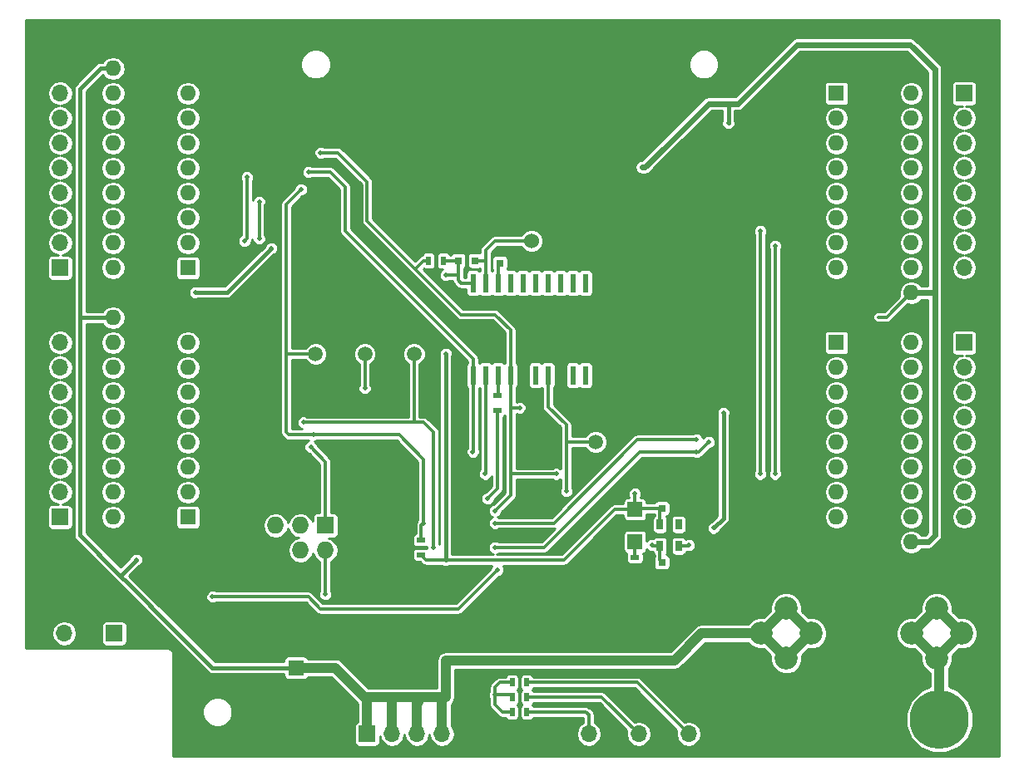
<source format=gtl>
G04 #@! TF.FileFunction,Copper,L1,Top,Signal*
%FSLAX46Y46*%
G04 Gerber Fmt 4.6, Leading zero omitted, Abs format (unit mm)*
G04 Created by KiCad (PCBNEW 4.0.2-stable) date 05/04/2017 02:23:03*
%MOMM*%
G01*
G04 APERTURE LIST*
%ADD10C,0.100000*%
%ADD11R,0.500000X0.900000*%
%ADD12R,1.600000X1.600000*%
%ADD13O,1.600000X1.600000*%
%ADD14R,0.750000X0.800000*%
%ADD15R,0.800000X0.750000*%
%ADD16R,0.600000X1.950000*%
%ADD17R,1.700000X1.700000*%
%ADD18O,1.700000X1.700000*%
%ADD19R,0.900000X0.500000*%
%ADD20R,0.650000X1.060000*%
%ADD21R,1.727200X1.727200*%
%ADD22O,1.727200X1.727200*%
%ADD23R,1.500000X1.500000*%
%ADD24C,2.350000*%
%ADD25C,1.600000*%
%ADD26C,5.999480*%
%ADD27C,1.524000*%
%ADD28C,1.500000*%
%ADD29C,0.508000*%
%ADD30C,0.304800*%
%ADD31C,0.406400*%
%ADD32C,0.609600*%
%ADD33C,1.016000*%
%ADD34C,0.254000*%
G04 APERTURE END LIST*
D10*
D11*
X155500000Y-121000000D03*
X154000000Y-121000000D03*
D12*
X187000000Y-86360000D03*
D13*
X194620000Y-106680000D03*
X187000000Y-88900000D03*
X194620000Y-104140000D03*
X187000000Y-91440000D03*
X194620000Y-101600000D03*
X187000000Y-93980000D03*
X194620000Y-99060000D03*
X187000000Y-96520000D03*
X194620000Y-96520000D03*
X187000000Y-99060000D03*
X194620000Y-93980000D03*
X187000000Y-101600000D03*
X194620000Y-91440000D03*
X187000000Y-104140000D03*
X194620000Y-88900000D03*
X187000000Y-106680000D03*
X194620000Y-86360000D03*
D14*
X148500000Y-78000000D03*
X148500000Y-76500000D03*
D15*
X152750000Y-78250000D03*
X154250000Y-78250000D03*
X169250000Y-108750000D03*
X170750000Y-108750000D03*
X169250000Y-103250000D03*
X170750000Y-103250000D03*
D14*
X150250000Y-76500000D03*
X150250000Y-78000000D03*
D16*
X150035000Y-89700000D03*
X151305000Y-89700000D03*
X152575000Y-89700000D03*
X153845000Y-89700000D03*
X155115000Y-89700000D03*
X156385000Y-89700000D03*
X157655000Y-89700000D03*
X158925000Y-89700000D03*
X160195000Y-89700000D03*
X161465000Y-89700000D03*
X161465000Y-80300000D03*
X160195000Y-80300000D03*
X158925000Y-80300000D03*
X157655000Y-80300000D03*
X156385000Y-80300000D03*
X155115000Y-80300000D03*
X153845000Y-80300000D03*
X152575000Y-80300000D03*
X151305000Y-80300000D03*
X150035000Y-80300000D03*
D17*
X108000000Y-104140000D03*
D18*
X108000000Y-101600000D03*
X108000000Y-99060000D03*
X108000000Y-96520000D03*
X108000000Y-93980000D03*
X108000000Y-91440000D03*
X108000000Y-88900000D03*
X108000000Y-86360000D03*
D17*
X108000000Y-78740000D03*
D18*
X108000000Y-76200000D03*
X108000000Y-73660000D03*
X108000000Y-71120000D03*
X108000000Y-68580000D03*
X108000000Y-66040000D03*
X108000000Y-63500000D03*
X108000000Y-60960000D03*
D17*
X200000000Y-60960000D03*
D18*
X200000000Y-63500000D03*
X200000000Y-66040000D03*
X200000000Y-68580000D03*
X200000000Y-71120000D03*
X200000000Y-73660000D03*
X200000000Y-76200000D03*
X200000000Y-78740000D03*
D17*
X200000000Y-86360000D03*
D18*
X200000000Y-88900000D03*
X200000000Y-91440000D03*
X200000000Y-93980000D03*
X200000000Y-96520000D03*
X200000000Y-99060000D03*
X200000000Y-101600000D03*
X200000000Y-104140000D03*
D11*
X155500000Y-124000000D03*
X154000000Y-124000000D03*
X145500000Y-78000000D03*
X147000000Y-78000000D03*
X155500000Y-122500000D03*
X154000000Y-122500000D03*
D19*
X152500000Y-91750000D03*
X152500000Y-93250000D03*
X144750000Y-108000000D03*
X144750000Y-106500000D03*
D20*
X169050000Y-107100000D03*
X170000000Y-107100000D03*
X170950000Y-107100000D03*
X170950000Y-104900000D03*
X169050000Y-104900000D03*
D12*
X121000000Y-104140000D03*
D13*
X113380000Y-83820000D03*
X121000000Y-101600000D03*
X113380000Y-86360000D03*
X121000000Y-99060000D03*
X113380000Y-88900000D03*
X121000000Y-96520000D03*
X113380000Y-91440000D03*
X121000000Y-93980000D03*
X113380000Y-93980000D03*
X121000000Y-91440000D03*
X113380000Y-96520000D03*
X121000000Y-88900000D03*
X113380000Y-99060000D03*
X121000000Y-86360000D03*
X113380000Y-101600000D03*
X121000000Y-83820000D03*
X113380000Y-104140000D03*
D12*
X121000000Y-78740000D03*
D13*
X113380000Y-58420000D03*
X121000000Y-76200000D03*
X113380000Y-60960000D03*
X121000000Y-73660000D03*
X113380000Y-63500000D03*
X121000000Y-71120000D03*
X113380000Y-66040000D03*
X121000000Y-68580000D03*
X113380000Y-68580000D03*
X121000000Y-66040000D03*
X113380000Y-71120000D03*
X121000000Y-63500000D03*
X113380000Y-73660000D03*
X121000000Y-60960000D03*
X113380000Y-76200000D03*
X121000000Y-58420000D03*
X113380000Y-78740000D03*
D12*
X187000000Y-60960000D03*
D13*
X194620000Y-81280000D03*
X187000000Y-63500000D03*
X194620000Y-78740000D03*
X187000000Y-66040000D03*
X194620000Y-76200000D03*
X187000000Y-68580000D03*
X194620000Y-73660000D03*
X187000000Y-71120000D03*
X194620000Y-71120000D03*
X187000000Y-73660000D03*
X194620000Y-68580000D03*
X187000000Y-76200000D03*
X194620000Y-66040000D03*
X187000000Y-78740000D03*
X194620000Y-63500000D03*
X187000000Y-81280000D03*
X194620000Y-60960000D03*
D17*
X113500000Y-116000000D03*
D18*
X110960000Y-116000000D03*
X108420000Y-116000000D03*
X105880000Y-116000000D03*
D17*
X159250000Y-126250000D03*
D18*
X161790000Y-126250000D03*
X164330000Y-126250000D03*
X166870000Y-126250000D03*
X169410000Y-126250000D03*
X171950000Y-126250000D03*
D21*
X135000000Y-105000000D03*
D22*
X135000000Y-107540000D03*
X132460000Y-105000000D03*
X132460000Y-107540000D03*
X129920000Y-105000000D03*
X129920000Y-107540000D03*
D23*
X166500000Y-103350000D03*
X166500000Y-106650000D03*
D19*
X166500000Y-109750000D03*
X166500000Y-108250000D03*
D24*
X184430000Y-116000000D03*
X179350000Y-116000000D03*
X194670000Y-116000000D03*
X199750000Y-116000000D03*
X181890000Y-118540000D03*
X181890000Y-113460000D03*
X197210000Y-118540000D03*
X197210000Y-113460000D03*
D12*
X132000000Y-119500000D03*
D25*
X132000000Y-114500000D03*
D17*
X139250000Y-126250000D03*
D18*
X141790000Y-126250000D03*
X144330000Y-126250000D03*
X146870000Y-126250000D03*
D26*
X197500000Y-124750000D03*
X183000000Y-125000000D03*
D27*
X156000000Y-76000000D03*
X156000000Y-56000000D03*
D28*
X139000000Y-87500000D03*
X144000000Y-87500000D03*
X134000000Y-87500000D03*
X162500000Y-96500000D03*
D29*
X152250000Y-122250000D03*
X147250000Y-87500000D03*
X147250000Y-79500000D03*
X166500000Y-101750000D03*
X135000000Y-112000000D03*
X147250000Y-108500000D03*
X130000000Y-81000000D03*
X134000000Y-102500000D03*
X144500000Y-71000000D03*
X115750000Y-108500000D03*
X129500000Y-76750000D03*
X167250000Y-68500000D03*
X176000000Y-64000000D03*
X121750000Y-81250000D03*
X175500000Y-93500000D03*
X174500000Y-105250000D03*
X172000000Y-107000000D03*
X168250000Y-107000000D03*
X123500000Y-112250000D03*
X152500000Y-109500000D03*
X127000000Y-69500000D03*
X126750000Y-76000000D03*
X174000000Y-96500000D03*
X172750000Y-97500000D03*
X152250000Y-107250000D03*
X132750000Y-94500000D03*
X146000000Y-107250000D03*
X152250000Y-104750000D03*
X172750000Y-96250000D03*
X132500000Y-70750000D03*
X133750000Y-95750000D03*
X145000000Y-104750000D03*
X139000000Y-91000000D03*
X180750000Y-99750000D03*
X180750000Y-76500000D03*
X158500000Y-99750000D03*
X134500000Y-67000000D03*
X154750000Y-93000000D03*
X152250000Y-103500000D03*
X151500000Y-102250000D03*
X133500000Y-97000000D03*
X151250000Y-99750000D03*
X133250000Y-69000000D03*
X179250000Y-99750000D03*
X179250000Y-75000000D03*
X150000000Y-97500000D03*
X159500000Y-101500000D03*
X128250000Y-72000000D03*
X128250000Y-75750000D03*
D30*
X152250000Y-122250000D02*
X152250000Y-121500000D01*
X152750000Y-121000000D02*
X154000000Y-121000000D01*
X152250000Y-121500000D02*
X152750000Y-121000000D01*
X154000000Y-124000000D02*
X153000000Y-124000000D01*
X152250000Y-123250000D02*
X152250000Y-122250000D01*
X153000000Y-124000000D02*
X152250000Y-123250000D01*
X152750000Y-122250000D02*
X153750000Y-122250000D01*
X153750000Y-122250000D02*
X154000000Y-122500000D01*
X152250000Y-122250000D02*
X152750000Y-122250000D01*
X148500000Y-79500000D02*
X147250000Y-79500000D01*
D31*
X147250000Y-87500000D02*
X147250000Y-108500000D01*
D30*
X166500000Y-101750000D02*
X166500000Y-103350000D01*
X148500000Y-78000000D02*
X148500000Y-79500000D01*
X148500000Y-79500000D02*
X148500000Y-80000000D01*
X148500000Y-80000000D02*
X148800000Y-80300000D01*
X148800000Y-80300000D02*
X150035000Y-80300000D01*
X147000000Y-78000000D02*
X148500000Y-78000000D01*
X147250000Y-108500000D02*
X145250000Y-108500000D01*
X145250000Y-108500000D02*
X144750000Y-108000000D01*
X135000000Y-107540000D02*
X135000000Y-112000000D01*
X166500000Y-103350000D02*
X164400000Y-103350000D01*
X164400000Y-103350000D02*
X159250000Y-108500000D01*
X159250000Y-108500000D02*
X147250000Y-108500000D01*
X169050000Y-104900000D02*
X169050000Y-103450000D01*
X169050000Y-103450000D02*
X169250000Y-103250000D01*
X169250000Y-103250000D02*
X166600000Y-103250000D01*
X166600000Y-103250000D02*
X166500000Y-103350000D01*
D32*
X121000000Y-83820000D02*
X127180000Y-83820000D01*
X127180000Y-83820000D02*
X130000000Y-81000000D01*
D33*
X132000000Y-115750000D02*
X132000000Y-114500000D01*
X129500000Y-115750000D02*
X132000000Y-115750000D01*
X184250000Y-109250000D02*
X177250000Y-109250000D01*
X177250000Y-109250000D02*
X173250000Y-113250000D01*
X173250000Y-113250000D02*
X160000000Y-113250000D01*
X160000000Y-113250000D02*
X157500000Y-115750000D01*
X157500000Y-115750000D02*
X132000000Y-115750000D01*
X117250000Y-110500000D02*
X117250000Y-84000000D01*
X129500000Y-115750000D02*
X128250000Y-115750000D01*
X128250000Y-115750000D02*
X122500000Y-115750000D01*
X117250000Y-110500000D02*
X122500000Y-115750000D01*
X183000000Y-125000000D02*
X186250000Y-125000000D01*
X190000000Y-121250000D02*
X190000000Y-115000000D01*
X190000000Y-115000000D02*
X184250000Y-109250000D01*
X186250000Y-125000000D02*
X190000000Y-121250000D01*
D30*
X129920000Y-107540000D02*
X128040000Y-107540000D01*
X128500000Y-102500000D02*
X134000000Y-102500000D01*
X127000000Y-104000000D02*
X128500000Y-102500000D01*
X127000000Y-106500000D02*
X127000000Y-104000000D01*
X128040000Y-107540000D02*
X127000000Y-106500000D01*
X148500000Y-76500000D02*
X148500000Y-75000000D01*
X148500000Y-75000000D02*
X144500000Y-71000000D01*
X150250000Y-76500000D02*
X148500000Y-76500000D01*
D33*
X117250000Y-84000000D02*
X120820000Y-84000000D01*
X120820000Y-84000000D02*
X121000000Y-83820000D01*
X117250000Y-62170000D02*
X121000000Y-58420000D01*
X117250000Y-84000000D02*
X117250000Y-62170000D01*
X187000000Y-106680000D02*
X184250000Y-106680000D01*
X184250000Y-106680000D02*
X184250000Y-106750000D01*
X184250000Y-86000000D02*
X184250000Y-84030000D01*
X184250000Y-109250000D02*
X184250000Y-106750000D01*
X184250000Y-106750000D02*
X184250000Y-86000000D01*
X184250000Y-84030000D02*
X187000000Y-81280000D01*
D30*
X170750000Y-108750000D02*
X170750000Y-109250000D01*
X170250000Y-109750000D02*
X166500000Y-109750000D01*
X170750000Y-109250000D02*
X170250000Y-109750000D01*
X170000000Y-107100000D02*
X170000000Y-108000000D01*
X170000000Y-108000000D02*
X170750000Y-108750000D01*
X170950000Y-108550000D02*
X170750000Y-108750000D01*
X170750000Y-103250000D02*
X170000000Y-104000000D01*
X170000000Y-104000000D02*
X170000000Y-107100000D01*
X152575000Y-80300000D02*
X152575000Y-78425000D01*
X152575000Y-78425000D02*
X152750000Y-78250000D01*
D33*
X132000000Y-119500000D02*
X136000000Y-119500000D01*
X136000000Y-119500000D02*
X139250000Y-122750000D01*
D31*
X132000000Y-119500000D02*
X123500000Y-119500000D01*
X115000000Y-111000000D02*
X114000000Y-110000000D01*
X115000000Y-111000000D02*
X119500000Y-115500000D01*
X123500000Y-119500000D02*
X119500000Y-115500000D01*
X114000000Y-110000000D02*
X114250000Y-110000000D01*
X114250000Y-110000000D02*
X115750000Y-108500000D01*
X110000000Y-84000000D02*
X110000000Y-106000000D01*
X110000000Y-106000000D02*
X114000000Y-110000000D01*
X113380000Y-83820000D02*
X110000000Y-83820000D01*
X110000000Y-83820000D02*
X110000000Y-84000000D01*
X113380000Y-58420000D02*
X112080000Y-58420000D01*
X112080000Y-58420000D02*
X110000000Y-60500000D01*
X110000000Y-60500000D02*
X110000000Y-84000000D01*
X121750000Y-81250000D02*
X125000000Y-81250000D01*
X125000000Y-81250000D02*
X129500000Y-76750000D01*
D32*
X167250000Y-68500000D02*
X167500000Y-68500000D01*
X169500000Y-66500000D02*
X174000000Y-62000000D01*
X176000000Y-62000000D02*
X174000000Y-62000000D01*
X167500000Y-68500000D02*
X169500000Y-66500000D01*
D33*
X181890000Y-118540000D02*
X184430000Y-116000000D01*
X179350000Y-116000000D02*
X181890000Y-118540000D01*
X181890000Y-113460000D02*
X179350000Y-116000000D01*
X184430000Y-116000000D02*
X181890000Y-113460000D01*
X146870000Y-126250000D02*
X146870000Y-122500000D01*
X146870000Y-122500000D02*
X147250000Y-122500000D01*
X144330000Y-126250000D02*
X144330000Y-122500000D01*
X144500000Y-123000000D02*
X144500000Y-122500000D01*
X144500000Y-122670000D02*
X144500000Y-123000000D01*
X144330000Y-122500000D02*
X144500000Y-122670000D01*
X141790000Y-126250000D02*
X141790000Y-122710000D01*
X141790000Y-122710000D02*
X142000000Y-122500000D01*
X139250000Y-126250000D02*
X139250000Y-122750000D01*
X139250000Y-122750000D02*
X139250000Y-122500000D01*
X142000000Y-122500000D02*
X139000000Y-122500000D01*
X139250000Y-122500000D02*
X139000000Y-122500000D01*
X139000000Y-126000000D02*
X139250000Y-126250000D01*
X147250000Y-122500000D02*
X144500000Y-122500000D01*
X144500000Y-122500000D02*
X142000000Y-122500000D01*
X147250000Y-122500000D02*
X147000000Y-122500000D01*
X147000000Y-122500000D02*
X147250000Y-122500000D01*
X147250000Y-122500000D02*
X147250000Y-118750000D01*
X173250000Y-116000000D02*
X170500000Y-118750000D01*
X170500000Y-118750000D02*
X147250000Y-118750000D01*
X173250000Y-116000000D02*
X179350000Y-116000000D01*
D31*
X176000000Y-64000000D02*
X176000000Y-62000000D01*
D32*
X176000000Y-62000000D02*
X177000000Y-62000000D01*
X177000000Y-62000000D02*
X183000000Y-56000000D01*
X183000000Y-56000000D02*
X194500000Y-56000000D01*
X197000000Y-58500000D02*
X197000000Y-81250000D01*
X197000000Y-58500000D02*
X194500000Y-56000000D01*
D31*
X122250000Y-81250000D02*
X121750000Y-81250000D01*
X175500000Y-104250000D02*
X175500000Y-93500000D01*
X174500000Y-105250000D02*
X175500000Y-104250000D01*
X113300000Y-58500000D02*
X113380000Y-58420000D01*
D32*
X194620000Y-81280000D02*
X197000000Y-81280000D01*
X197000000Y-81280000D02*
X197000000Y-81250000D01*
X197000000Y-82000000D02*
X197000000Y-81250000D01*
X196320000Y-106680000D02*
X197000000Y-106000000D01*
X197000000Y-106000000D02*
X197000000Y-82000000D01*
X194620000Y-106680000D02*
X196320000Y-106680000D01*
D30*
X191250000Y-83750000D02*
X192150000Y-83750000D01*
X192150000Y-83750000D02*
X194620000Y-81280000D01*
X169050000Y-107100000D02*
X169050000Y-108550000D01*
X169050000Y-108550000D02*
X169250000Y-108750000D01*
X169050000Y-107100000D02*
X168350000Y-107100000D01*
X171900000Y-107100000D02*
X170950000Y-107100000D01*
X172000000Y-107000000D02*
X171900000Y-107100000D01*
X168350000Y-107100000D02*
X168250000Y-107000000D01*
X150250000Y-78000000D02*
X151305000Y-78000000D01*
X151305000Y-78000000D02*
X151250000Y-78000000D01*
X151250000Y-78000000D02*
X151305000Y-78000000D01*
X151305000Y-80300000D02*
X151305000Y-78000000D01*
X151305000Y-78000000D02*
X151305000Y-76945000D01*
X152250000Y-76000000D02*
X156000000Y-76000000D01*
X151305000Y-76945000D02*
X152250000Y-76000000D01*
X123500000Y-112250000D02*
X133250000Y-112250000D01*
X148500000Y-113500000D02*
X152500000Y-109500000D01*
X134500000Y-113500000D02*
X148500000Y-113500000D01*
X133250000Y-112250000D02*
X134500000Y-113500000D01*
X144000000Y-87500000D02*
X144000000Y-94500000D01*
X127000000Y-75750000D02*
X126750000Y-76000000D01*
X127000000Y-69500000D02*
X127000000Y-75750000D01*
X172750000Y-97500000D02*
X173000000Y-97500000D01*
X173000000Y-97500000D02*
X174000000Y-96500000D01*
X167000000Y-97500000D02*
X172750000Y-97500000D01*
X157250000Y-107250000D02*
X167000000Y-97500000D01*
X152250000Y-107250000D02*
X157250000Y-107250000D01*
X146000000Y-96750000D02*
X146000000Y-95500000D01*
X146000000Y-95500000D02*
X145000000Y-94500000D01*
X145000000Y-94500000D02*
X144000000Y-94500000D01*
X144000000Y-94500000D02*
X132750000Y-94500000D01*
X146000000Y-107250000D02*
X146000000Y-96750000D01*
X134000000Y-87500000D02*
X131000000Y-87500000D01*
X144750000Y-106500000D02*
X144750000Y-105000000D01*
X144750000Y-105000000D02*
X145000000Y-104750000D01*
X158250000Y-104750000D02*
X152250000Y-104750000D01*
X166750000Y-96250000D02*
X158250000Y-104750000D01*
X167500000Y-96250000D02*
X166750000Y-96250000D01*
X168250000Y-96250000D02*
X167500000Y-96250000D01*
X172750000Y-96250000D02*
X168250000Y-96250000D01*
X133750000Y-95750000D02*
X131250000Y-95750000D01*
X131000000Y-72250000D02*
X132500000Y-70750000D01*
X131000000Y-95500000D02*
X131000000Y-87500000D01*
X131000000Y-87500000D02*
X131000000Y-72250000D01*
X131250000Y-95750000D02*
X131000000Y-95500000D01*
X142500000Y-95750000D02*
X133750000Y-95750000D01*
X145000000Y-98250000D02*
X142500000Y-95750000D01*
X145000000Y-104750000D02*
X145000000Y-98250000D01*
X139000000Y-87500000D02*
X139000000Y-91000000D01*
X145500000Y-78000000D02*
X145000000Y-78000000D01*
X145000000Y-78000000D02*
X144125000Y-78875000D01*
X180750000Y-76500000D02*
X180750000Y-99750000D01*
X153845000Y-99750000D02*
X158500000Y-99750000D01*
X153845000Y-89700000D02*
X153845000Y-85095000D01*
X136250000Y-67000000D02*
X134500000Y-67000000D01*
X139250000Y-70000000D02*
X136250000Y-67000000D01*
X139250000Y-74000000D02*
X139250000Y-70000000D01*
X148750000Y-83500000D02*
X144125000Y-78875000D01*
X144125000Y-78875000D02*
X139250000Y-74000000D01*
X152250000Y-83500000D02*
X148750000Y-83500000D01*
X153845000Y-85095000D02*
X152250000Y-83500000D01*
X153845000Y-93000000D02*
X154750000Y-93000000D01*
X153845000Y-89700000D02*
X153845000Y-93000000D01*
X153845000Y-93000000D02*
X153845000Y-99750000D01*
X153845000Y-99750000D02*
X153845000Y-101905000D01*
X153845000Y-101905000D02*
X152250000Y-103500000D01*
X152500000Y-93250000D02*
X152500000Y-101250000D01*
X152500000Y-101250000D02*
X151500000Y-102250000D01*
X135000000Y-105000000D02*
X135000000Y-98500000D01*
X135000000Y-98500000D02*
X133500000Y-97000000D01*
X151305000Y-89700000D02*
X151305000Y-99695000D01*
X151305000Y-99695000D02*
X151250000Y-99750000D01*
X150035000Y-88035000D02*
X137000000Y-75000000D01*
X137000000Y-75000000D02*
X137000000Y-70500000D01*
X150035000Y-88035000D02*
X150035000Y-89700000D01*
X135500000Y-69000000D02*
X137000000Y-70500000D01*
X133250000Y-69000000D02*
X135500000Y-69000000D01*
X179250000Y-99750000D02*
X179250000Y-75000000D01*
X150035000Y-89700000D02*
X150035000Y-97465000D01*
X150035000Y-97465000D02*
X150000000Y-97500000D01*
X162500000Y-96500000D02*
X159500000Y-96500000D01*
X157655000Y-92655000D02*
X157655000Y-92905000D01*
X159500000Y-101500000D02*
X159500000Y-96500000D01*
X159500000Y-96500000D02*
X159500000Y-94750000D01*
X157655000Y-89700000D02*
X157655000Y-92655000D01*
X157655000Y-92905000D02*
X159500000Y-94750000D01*
X155500000Y-121000000D02*
X166700000Y-121000000D01*
X166700000Y-121000000D02*
X171950000Y-126250000D01*
X155500000Y-122500000D02*
X163120000Y-122500000D01*
X163120000Y-122500000D02*
X166870000Y-126250000D01*
X161790000Y-126250000D02*
X161790000Y-124290000D01*
X161500000Y-124000000D02*
X155500000Y-124000000D01*
X161790000Y-124290000D02*
X161500000Y-124000000D01*
X152575000Y-89700000D02*
X152575000Y-91675000D01*
X152575000Y-91675000D02*
X152500000Y-91750000D01*
X128250000Y-75750000D02*
X128250000Y-72000000D01*
X166500000Y-106650000D02*
X166500000Y-108250000D01*
D33*
X194670000Y-116000000D02*
X197210000Y-118540000D01*
X197210000Y-113460000D02*
X194670000Y-116000000D01*
X199750000Y-116000000D02*
X197210000Y-113460000D01*
X197210000Y-118540000D02*
X199750000Y-116000000D01*
X197500000Y-124750000D02*
X197500000Y-118830000D01*
X197500000Y-118830000D02*
X197210000Y-118540000D01*
D34*
G36*
X203518200Y-128518200D02*
X119481800Y-128518200D01*
X119481800Y-124303357D01*
X122467934Y-124303357D01*
X122700646Y-124866562D01*
X123131172Y-125297840D01*
X123693969Y-125531534D01*
X124303357Y-125532066D01*
X124866562Y-125299354D01*
X125297840Y-124868828D01*
X125531534Y-124306031D01*
X125532066Y-123696643D01*
X125299354Y-123133438D01*
X124868828Y-122702160D01*
X124306031Y-122468466D01*
X123696643Y-122467934D01*
X123133438Y-122700646D01*
X122702160Y-123131172D01*
X122468466Y-123693969D01*
X122467934Y-124303357D01*
X119481800Y-124303357D01*
X119481800Y-118000000D01*
X119445125Y-117815623D01*
X119340684Y-117659316D01*
X119184377Y-117554875D01*
X119000000Y-117518200D01*
X104481800Y-117518200D01*
X104481800Y-115974888D01*
X107138200Y-115974888D01*
X107138200Y-116025112D01*
X107235771Y-116515636D01*
X107513631Y-116931481D01*
X107929476Y-117209341D01*
X108420000Y-117306912D01*
X108910524Y-117209341D01*
X109326369Y-116931481D01*
X109604229Y-116515636D01*
X109701800Y-116025112D01*
X109701800Y-115974888D01*
X109604229Y-115484364D01*
X109380814Y-115150000D01*
X112209741Y-115150000D01*
X112209741Y-116850000D01*
X112239850Y-117010015D01*
X112334419Y-117156980D01*
X112478715Y-117255573D01*
X112650000Y-117290259D01*
X114350000Y-117290259D01*
X114510015Y-117260150D01*
X114656980Y-117165581D01*
X114755573Y-117021285D01*
X114790259Y-116850000D01*
X114790259Y-115150000D01*
X114760150Y-114989985D01*
X114665581Y-114843020D01*
X114521285Y-114744427D01*
X114350000Y-114709741D01*
X112650000Y-114709741D01*
X112489985Y-114739850D01*
X112343020Y-114834419D01*
X112244427Y-114978715D01*
X112209741Y-115150000D01*
X109380814Y-115150000D01*
X109326369Y-115068519D01*
X108910524Y-114790659D01*
X108420000Y-114693088D01*
X107929476Y-114790659D01*
X107513631Y-115068519D01*
X107235771Y-115484364D01*
X107138200Y-115974888D01*
X104481800Y-115974888D01*
X104481800Y-86360000D01*
X106693088Y-86360000D01*
X106790659Y-86850524D01*
X107068519Y-87266369D01*
X107484364Y-87544229D01*
X107915565Y-87630000D01*
X107484364Y-87715771D01*
X107068519Y-87993631D01*
X106790659Y-88409476D01*
X106693088Y-88900000D01*
X106790659Y-89390524D01*
X107068519Y-89806369D01*
X107484364Y-90084229D01*
X107915565Y-90170000D01*
X107484364Y-90255771D01*
X107068519Y-90533631D01*
X106790659Y-90949476D01*
X106693088Y-91440000D01*
X106790659Y-91930524D01*
X107068519Y-92346369D01*
X107484364Y-92624229D01*
X107915565Y-92710000D01*
X107484364Y-92795771D01*
X107068519Y-93073631D01*
X106790659Y-93489476D01*
X106693088Y-93980000D01*
X106790659Y-94470524D01*
X107068519Y-94886369D01*
X107484364Y-95164229D01*
X107915565Y-95250000D01*
X107484364Y-95335771D01*
X107068519Y-95613631D01*
X106790659Y-96029476D01*
X106693088Y-96520000D01*
X106790659Y-97010524D01*
X107068519Y-97426369D01*
X107484364Y-97704229D01*
X107915565Y-97790000D01*
X107484364Y-97875771D01*
X107068519Y-98153631D01*
X106790659Y-98569476D01*
X106693088Y-99060000D01*
X106790659Y-99550524D01*
X107068519Y-99966369D01*
X107484364Y-100244229D01*
X107915565Y-100330000D01*
X107484364Y-100415771D01*
X107068519Y-100693631D01*
X106790659Y-101109476D01*
X106693088Y-101600000D01*
X106790659Y-102090524D01*
X107068519Y-102506369D01*
X107484364Y-102784229D01*
X107813716Y-102849741D01*
X107150000Y-102849741D01*
X106989985Y-102879850D01*
X106843020Y-102974419D01*
X106744427Y-103118715D01*
X106709741Y-103290000D01*
X106709741Y-104990000D01*
X106739850Y-105150015D01*
X106834419Y-105296980D01*
X106978715Y-105395573D01*
X107150000Y-105430259D01*
X108850000Y-105430259D01*
X109010015Y-105400150D01*
X109156980Y-105305581D01*
X109255573Y-105161285D01*
X109290259Y-104990000D01*
X109290259Y-103290000D01*
X109260150Y-103129985D01*
X109165581Y-102983020D01*
X109021285Y-102884427D01*
X108850000Y-102849741D01*
X108186284Y-102849741D01*
X108515636Y-102784229D01*
X108931481Y-102506369D01*
X109209341Y-102090524D01*
X109306912Y-101600000D01*
X109209341Y-101109476D01*
X108931481Y-100693631D01*
X108515636Y-100415771D01*
X108084435Y-100330000D01*
X108515636Y-100244229D01*
X108931481Y-99966369D01*
X109209341Y-99550524D01*
X109306912Y-99060000D01*
X109209341Y-98569476D01*
X108931481Y-98153631D01*
X108515636Y-97875771D01*
X108084435Y-97790000D01*
X108515636Y-97704229D01*
X108931481Y-97426369D01*
X109209341Y-97010524D01*
X109306912Y-96520000D01*
X109209341Y-96029476D01*
X108931481Y-95613631D01*
X108515636Y-95335771D01*
X108084435Y-95250000D01*
X108515636Y-95164229D01*
X108931481Y-94886369D01*
X109209341Y-94470524D01*
X109306912Y-93980000D01*
X109209341Y-93489476D01*
X108931481Y-93073631D01*
X108515636Y-92795771D01*
X108084435Y-92710000D01*
X108515636Y-92624229D01*
X108931481Y-92346369D01*
X109209341Y-91930524D01*
X109306912Y-91440000D01*
X109209341Y-90949476D01*
X108931481Y-90533631D01*
X108515636Y-90255771D01*
X108084435Y-90170000D01*
X108515636Y-90084229D01*
X108931481Y-89806369D01*
X109209341Y-89390524D01*
X109306912Y-88900000D01*
X109209341Y-88409476D01*
X108931481Y-87993631D01*
X108515636Y-87715771D01*
X108084435Y-87630000D01*
X108515636Y-87544229D01*
X108931481Y-87266369D01*
X109209341Y-86850524D01*
X109306912Y-86360000D01*
X109209341Y-85869476D01*
X108931481Y-85453631D01*
X108515636Y-85175771D01*
X108025112Y-85078200D01*
X107974888Y-85078200D01*
X107484364Y-85175771D01*
X107068519Y-85453631D01*
X106790659Y-85869476D01*
X106693088Y-86360000D01*
X104481800Y-86360000D01*
X104481800Y-60960000D01*
X106693088Y-60960000D01*
X106790659Y-61450524D01*
X107068519Y-61866369D01*
X107484364Y-62144229D01*
X107915565Y-62230000D01*
X107484364Y-62315771D01*
X107068519Y-62593631D01*
X106790659Y-63009476D01*
X106693088Y-63500000D01*
X106790659Y-63990524D01*
X107068519Y-64406369D01*
X107484364Y-64684229D01*
X107915565Y-64770000D01*
X107484364Y-64855771D01*
X107068519Y-65133631D01*
X106790659Y-65549476D01*
X106693088Y-66040000D01*
X106790659Y-66530524D01*
X107068519Y-66946369D01*
X107484364Y-67224229D01*
X107915565Y-67310000D01*
X107484364Y-67395771D01*
X107068519Y-67673631D01*
X106790659Y-68089476D01*
X106693088Y-68580000D01*
X106790659Y-69070524D01*
X107068519Y-69486369D01*
X107484364Y-69764229D01*
X107915565Y-69850000D01*
X107484364Y-69935771D01*
X107068519Y-70213631D01*
X106790659Y-70629476D01*
X106693088Y-71120000D01*
X106790659Y-71610524D01*
X107068519Y-72026369D01*
X107484364Y-72304229D01*
X107915565Y-72390000D01*
X107484364Y-72475771D01*
X107068519Y-72753631D01*
X106790659Y-73169476D01*
X106693088Y-73660000D01*
X106790659Y-74150524D01*
X107068519Y-74566369D01*
X107484364Y-74844229D01*
X107915565Y-74930000D01*
X107484364Y-75015771D01*
X107068519Y-75293631D01*
X106790659Y-75709476D01*
X106693088Y-76200000D01*
X106790659Y-76690524D01*
X107068519Y-77106369D01*
X107484364Y-77384229D01*
X107813716Y-77449741D01*
X107150000Y-77449741D01*
X106989985Y-77479850D01*
X106843020Y-77574419D01*
X106744427Y-77718715D01*
X106709741Y-77890000D01*
X106709741Y-79590000D01*
X106739850Y-79750015D01*
X106834419Y-79896980D01*
X106978715Y-79995573D01*
X107150000Y-80030259D01*
X108850000Y-80030259D01*
X109010015Y-80000150D01*
X109156980Y-79905581D01*
X109255573Y-79761285D01*
X109290259Y-79590000D01*
X109290259Y-77890000D01*
X109260150Y-77729985D01*
X109165581Y-77583020D01*
X109021285Y-77484427D01*
X108850000Y-77449741D01*
X108186284Y-77449741D01*
X108515636Y-77384229D01*
X108931481Y-77106369D01*
X109209341Y-76690524D01*
X109306912Y-76200000D01*
X109209341Y-75709476D01*
X108931481Y-75293631D01*
X108515636Y-75015771D01*
X108084435Y-74930000D01*
X108515636Y-74844229D01*
X108931481Y-74566369D01*
X109209341Y-74150524D01*
X109306912Y-73660000D01*
X109209341Y-73169476D01*
X108931481Y-72753631D01*
X108515636Y-72475771D01*
X108084435Y-72390000D01*
X108515636Y-72304229D01*
X108931481Y-72026369D01*
X109209341Y-71610524D01*
X109306912Y-71120000D01*
X109209341Y-70629476D01*
X108931481Y-70213631D01*
X108515636Y-69935771D01*
X108084435Y-69850000D01*
X108515636Y-69764229D01*
X108931481Y-69486369D01*
X109209341Y-69070524D01*
X109306912Y-68580000D01*
X109209341Y-68089476D01*
X108931481Y-67673631D01*
X108515636Y-67395771D01*
X108084435Y-67310000D01*
X108515636Y-67224229D01*
X108931481Y-66946369D01*
X109209341Y-66530524D01*
X109306912Y-66040000D01*
X109209341Y-65549476D01*
X108931481Y-65133631D01*
X108515636Y-64855771D01*
X108084435Y-64770000D01*
X108515636Y-64684229D01*
X108931481Y-64406369D01*
X109209341Y-63990524D01*
X109306912Y-63500000D01*
X109209341Y-63009476D01*
X108931481Y-62593631D01*
X108515636Y-62315771D01*
X108084435Y-62230000D01*
X108515636Y-62144229D01*
X108931481Y-61866369D01*
X109209341Y-61450524D01*
X109306912Y-60960000D01*
X109215413Y-60500000D01*
X109365000Y-60500000D01*
X109365000Y-106000000D01*
X109413336Y-106243004D01*
X109550987Y-106449013D01*
X113550987Y-110449013D01*
X114550985Y-111449010D01*
X114550987Y-111449013D01*
X123050987Y-119949013D01*
X123256996Y-120086664D01*
X123500000Y-120135000D01*
X130759741Y-120135000D01*
X130759741Y-120300000D01*
X130789850Y-120460015D01*
X130884419Y-120606980D01*
X131028715Y-120705573D01*
X131200000Y-120740259D01*
X132800000Y-120740259D01*
X132960015Y-120710150D01*
X133106980Y-120615581D01*
X133205573Y-120471285D01*
X133211949Y-120439800D01*
X135610722Y-120439800D01*
X138310200Y-123139278D01*
X138310200Y-124976638D01*
X138239985Y-124989850D01*
X138093020Y-125084419D01*
X137994427Y-125228715D01*
X137959741Y-125400000D01*
X137959741Y-127100000D01*
X137989850Y-127260015D01*
X138084419Y-127406980D01*
X138228715Y-127505573D01*
X138400000Y-127540259D01*
X140100000Y-127540259D01*
X140260015Y-127510150D01*
X140406980Y-127415581D01*
X140505573Y-127271285D01*
X140540259Y-127100000D01*
X140540259Y-126436284D01*
X140605771Y-126765636D01*
X140883631Y-127181481D01*
X141299476Y-127459341D01*
X141790000Y-127556912D01*
X142280524Y-127459341D01*
X142696369Y-127181481D01*
X142974229Y-126765636D01*
X143060000Y-126334435D01*
X143145771Y-126765636D01*
X143423631Y-127181481D01*
X143839476Y-127459341D01*
X144330000Y-127556912D01*
X144820524Y-127459341D01*
X145236369Y-127181481D01*
X145514229Y-126765636D01*
X145600000Y-126334435D01*
X145685771Y-126765636D01*
X145963631Y-127181481D01*
X146379476Y-127459341D01*
X146870000Y-127556912D01*
X147360524Y-127459341D01*
X147776369Y-127181481D01*
X148054229Y-126765636D01*
X148151800Y-126275112D01*
X148151800Y-126224888D01*
X148054229Y-125734364D01*
X147809800Y-125368552D01*
X147809800Y-123234523D01*
X147914539Y-123164539D01*
X148118262Y-122859646D01*
X148189800Y-122500000D01*
X148189800Y-122385816D01*
X151564081Y-122385816D01*
X151665800Y-122631994D01*
X151665800Y-123250000D01*
X151710270Y-123473564D01*
X151753500Y-123538262D01*
X151836908Y-123663092D01*
X152586908Y-124413092D01*
X152776436Y-124539730D01*
X153000000Y-124584200D01*
X153334993Y-124584200D01*
X153339850Y-124610015D01*
X153434419Y-124756980D01*
X153578715Y-124855573D01*
X153750000Y-124890259D01*
X154250000Y-124890259D01*
X154410015Y-124860150D01*
X154556980Y-124765581D01*
X154655573Y-124621285D01*
X154690259Y-124450000D01*
X154690259Y-123550000D01*
X154660150Y-123389985D01*
X154568886Y-123248156D01*
X154655573Y-123121285D01*
X154690259Y-122950000D01*
X154690259Y-122050000D01*
X154660150Y-121889985D01*
X154568886Y-121748156D01*
X154655573Y-121621285D01*
X154690259Y-121450000D01*
X154690259Y-120550000D01*
X154809741Y-120550000D01*
X154809741Y-121450000D01*
X154839850Y-121610015D01*
X154931114Y-121751844D01*
X154844427Y-121878715D01*
X154809741Y-122050000D01*
X154809741Y-122950000D01*
X154839850Y-123110015D01*
X154931114Y-123251844D01*
X154844427Y-123378715D01*
X154809741Y-123550000D01*
X154809741Y-124450000D01*
X154839850Y-124610015D01*
X154934419Y-124756980D01*
X155078715Y-124855573D01*
X155250000Y-124890259D01*
X155750000Y-124890259D01*
X155910015Y-124860150D01*
X156056980Y-124765581D01*
X156155573Y-124621285D01*
X156163083Y-124584200D01*
X161205800Y-124584200D01*
X161205800Y-125103252D01*
X160883631Y-125318519D01*
X160605771Y-125734364D01*
X160508200Y-126224888D01*
X160508200Y-126275112D01*
X160605771Y-126765636D01*
X160883631Y-127181481D01*
X161299476Y-127459341D01*
X161790000Y-127556912D01*
X162280524Y-127459341D01*
X162696369Y-127181481D01*
X162974229Y-126765636D01*
X163071800Y-126275112D01*
X163071800Y-126224888D01*
X162974229Y-125734364D01*
X162696369Y-125318519D01*
X162374200Y-125103252D01*
X162374200Y-124290000D01*
X162329730Y-124066436D01*
X162203092Y-123876908D01*
X161913092Y-123586908D01*
X161857855Y-123550000D01*
X161723564Y-123460270D01*
X161500000Y-123415800D01*
X156165007Y-123415800D01*
X156160150Y-123389985D01*
X156068886Y-123248156D01*
X156155573Y-123121285D01*
X156163083Y-123084200D01*
X162878016Y-123084200D01*
X165659625Y-125865809D01*
X165588200Y-126224888D01*
X165588200Y-126275112D01*
X165685771Y-126765636D01*
X165963631Y-127181481D01*
X166379476Y-127459341D01*
X166870000Y-127556912D01*
X167360524Y-127459341D01*
X167776369Y-127181481D01*
X168054229Y-126765636D01*
X168151800Y-126275112D01*
X168151800Y-126224888D01*
X168054229Y-125734364D01*
X167776369Y-125318519D01*
X167360524Y-125040659D01*
X166870000Y-124943088D01*
X166469030Y-125022846D01*
X163533092Y-122086908D01*
X163471062Y-122045461D01*
X163343564Y-121960270D01*
X163120000Y-121915800D01*
X156165007Y-121915800D01*
X156160150Y-121889985D01*
X156068886Y-121748156D01*
X156155573Y-121621285D01*
X156163083Y-121584200D01*
X166458016Y-121584200D01*
X170739625Y-125865809D01*
X170668200Y-126224888D01*
X170668200Y-126275112D01*
X170765771Y-126765636D01*
X171043631Y-127181481D01*
X171459476Y-127459341D01*
X171950000Y-127556912D01*
X172440524Y-127459341D01*
X172856369Y-127181481D01*
X173134229Y-126765636D01*
X173231800Y-126275112D01*
X173231800Y-126224888D01*
X173134229Y-125734364D01*
X172856369Y-125318519D01*
X172440524Y-125040659D01*
X171950000Y-124943088D01*
X171549030Y-125022846D01*
X167113092Y-120586908D01*
X167057855Y-120550000D01*
X166923564Y-120460270D01*
X166700000Y-120415800D01*
X156165007Y-120415800D01*
X156160150Y-120389985D01*
X156065581Y-120243020D01*
X155921285Y-120144427D01*
X155750000Y-120109741D01*
X155250000Y-120109741D01*
X155089985Y-120139850D01*
X154943020Y-120234419D01*
X154844427Y-120378715D01*
X154809741Y-120550000D01*
X154690259Y-120550000D01*
X154660150Y-120389985D01*
X154565581Y-120243020D01*
X154421285Y-120144427D01*
X154250000Y-120109741D01*
X153750000Y-120109741D01*
X153589985Y-120139850D01*
X153443020Y-120234419D01*
X153344427Y-120378715D01*
X153336917Y-120415800D01*
X152750000Y-120415800D01*
X152526437Y-120460269D01*
X152336908Y-120586908D01*
X151836908Y-121086908D01*
X151710270Y-121276436D01*
X151665800Y-121500000D01*
X151665800Y-121868594D01*
X151564319Y-122112987D01*
X151564081Y-122385816D01*
X148189800Y-122385816D01*
X148189800Y-119689800D01*
X170500000Y-119689800D01*
X170859646Y-119618262D01*
X171164539Y-119414539D01*
X173639278Y-116939800D01*
X178017783Y-116939800D01*
X178438633Y-117361384D01*
X179028986Y-117606520D01*
X179627965Y-117607043D01*
X180283442Y-118262520D01*
X180282922Y-118858210D01*
X180527027Y-119448990D01*
X180978633Y-119901384D01*
X181568986Y-120146520D01*
X182208210Y-120147078D01*
X182798990Y-119902973D01*
X183251384Y-119451367D01*
X183496520Y-118861014D01*
X183497043Y-118262035D01*
X184152520Y-117606558D01*
X184748210Y-117607078D01*
X185338990Y-117362973D01*
X185791384Y-116911367D01*
X186036520Y-116321014D01*
X186036522Y-116318210D01*
X193062922Y-116318210D01*
X193307027Y-116908990D01*
X193758633Y-117361384D01*
X194348986Y-117606520D01*
X194947965Y-117607043D01*
X195603442Y-118262520D01*
X195602922Y-118858210D01*
X195847027Y-119448990D01*
X196298633Y-119901384D01*
X196560200Y-120009996D01*
X196560200Y-121425385D01*
X195558728Y-121839186D01*
X194592578Y-122803651D01*
X194069057Y-124064430D01*
X194067865Y-125429581D01*
X194589186Y-126691272D01*
X195553651Y-127657422D01*
X196814430Y-128180943D01*
X198179581Y-128182135D01*
X199441272Y-127660814D01*
X200407422Y-126696349D01*
X200930943Y-125435570D01*
X200932135Y-124070419D01*
X200410814Y-122808728D01*
X199446349Y-121842578D01*
X198439800Y-121424622D01*
X198439800Y-119582722D01*
X198571384Y-119451367D01*
X198816520Y-118861014D01*
X198817043Y-118262035D01*
X199472520Y-117606558D01*
X200068210Y-117607078D01*
X200658990Y-117362973D01*
X201111384Y-116911367D01*
X201356520Y-116321014D01*
X201357078Y-115681790D01*
X201112973Y-115091010D01*
X200661367Y-114638616D01*
X200071014Y-114393480D01*
X199472035Y-114392957D01*
X198816558Y-113737480D01*
X198817078Y-113141790D01*
X198572973Y-112551010D01*
X198121367Y-112098616D01*
X197531014Y-111853480D01*
X196891790Y-111852922D01*
X196301010Y-112097027D01*
X195848616Y-112548633D01*
X195603480Y-113138986D01*
X195602957Y-113737965D01*
X194947480Y-114393442D01*
X194351790Y-114392922D01*
X193761010Y-114637027D01*
X193308616Y-115088633D01*
X193063480Y-115678986D01*
X193062922Y-116318210D01*
X186036522Y-116318210D01*
X186037078Y-115681790D01*
X185792973Y-115091010D01*
X185341367Y-114638616D01*
X184751014Y-114393480D01*
X184152035Y-114392957D01*
X183496558Y-113737480D01*
X183497078Y-113141790D01*
X183252973Y-112551010D01*
X182801367Y-112098616D01*
X182211014Y-111853480D01*
X181571790Y-111852922D01*
X180981010Y-112097027D01*
X180528616Y-112548633D01*
X180283480Y-113138986D01*
X180282957Y-113737965D01*
X179627480Y-114393442D01*
X179031790Y-114392922D01*
X178441010Y-114637027D01*
X178017099Y-115060200D01*
X173250000Y-115060200D01*
X172890354Y-115131738D01*
X172585461Y-115335461D01*
X170110722Y-117810200D01*
X147250000Y-117810200D01*
X146890354Y-117881738D01*
X146585461Y-118085461D01*
X146381738Y-118390354D01*
X146310200Y-118750000D01*
X146310200Y-121560200D01*
X139389278Y-121560200D01*
X136664539Y-118835461D01*
X136359646Y-118631738D01*
X136000000Y-118560200D01*
X133213954Y-118560200D01*
X133210150Y-118539985D01*
X133115581Y-118393020D01*
X132971285Y-118294427D01*
X132800000Y-118259741D01*
X131200000Y-118259741D01*
X131039985Y-118289850D01*
X130893020Y-118384419D01*
X130794427Y-118528715D01*
X130759741Y-118700000D01*
X130759741Y-118865000D01*
X123763026Y-118865000D01*
X117283842Y-112385816D01*
X122814081Y-112385816D01*
X122918268Y-112637967D01*
X123111018Y-112831054D01*
X123362987Y-112935681D01*
X123635816Y-112935919D01*
X123881994Y-112834200D01*
X133008016Y-112834200D01*
X134086908Y-113913092D01*
X134276436Y-114039730D01*
X134500000Y-114084200D01*
X148500000Y-114084200D01*
X148723564Y-114039730D01*
X148913092Y-113913092D01*
X152643398Y-110182786D01*
X152887967Y-110081732D01*
X153081054Y-109888982D01*
X153185681Y-109637013D01*
X153185919Y-109364184D01*
X153081732Y-109112033D01*
X153053948Y-109084200D01*
X159250000Y-109084200D01*
X159473564Y-109039730D01*
X159663092Y-108913092D01*
X162676184Y-105900000D01*
X165309741Y-105900000D01*
X165309741Y-107400000D01*
X165339850Y-107560015D01*
X165434419Y-107706980D01*
X165578715Y-107805573D01*
X165650330Y-107820075D01*
X165644427Y-107828715D01*
X165609741Y-108000000D01*
X165609741Y-108500000D01*
X165639850Y-108660015D01*
X165734419Y-108806980D01*
X165878715Y-108905573D01*
X166050000Y-108940259D01*
X166950000Y-108940259D01*
X167110015Y-108910150D01*
X167256980Y-108815581D01*
X167355573Y-108671285D01*
X167390259Y-108500000D01*
X167390259Y-108000000D01*
X167360150Y-107839985D01*
X167348411Y-107821742D01*
X167410015Y-107810150D01*
X167556980Y-107715581D01*
X167655573Y-107571285D01*
X167688576Y-107408311D01*
X167861018Y-107581054D01*
X168112987Y-107685681D01*
X168295248Y-107685840D01*
X168314850Y-107790015D01*
X168409419Y-107936980D01*
X168465800Y-107975503D01*
X168465800Y-108172434D01*
X168444427Y-108203715D01*
X168409741Y-108375000D01*
X168409741Y-109125000D01*
X168439850Y-109285015D01*
X168534419Y-109431980D01*
X168678715Y-109530573D01*
X168850000Y-109565259D01*
X169650000Y-109565259D01*
X169810015Y-109535150D01*
X169956980Y-109440581D01*
X170055573Y-109296285D01*
X170090259Y-109125000D01*
X170090259Y-108375000D01*
X170060150Y-108214985D01*
X169965581Y-108068020D01*
X169821285Y-107969427D01*
X169684599Y-107941748D01*
X169780573Y-107801285D01*
X169815259Y-107630000D01*
X169815259Y-106570000D01*
X170184741Y-106570000D01*
X170184741Y-107630000D01*
X170214850Y-107790015D01*
X170309419Y-107936980D01*
X170453715Y-108035573D01*
X170625000Y-108070259D01*
X171275000Y-108070259D01*
X171435015Y-108040150D01*
X171581980Y-107945581D01*
X171680573Y-107801285D01*
X171704283Y-107684200D01*
X171859420Y-107684200D01*
X171862987Y-107685681D01*
X172135816Y-107685919D01*
X172387967Y-107581732D01*
X172581054Y-107388982D01*
X172685681Y-107137013D01*
X172685919Y-106864184D01*
X172581732Y-106612033D01*
X172388982Y-106418946D01*
X172137013Y-106314319D01*
X171864184Y-106314081D01*
X171674003Y-106392662D01*
X171590581Y-106263020D01*
X171446285Y-106164427D01*
X171275000Y-106129741D01*
X170625000Y-106129741D01*
X170464985Y-106159850D01*
X170318020Y-106254419D01*
X170219427Y-106398715D01*
X170184741Y-106570000D01*
X169815259Y-106570000D01*
X169785150Y-106409985D01*
X169690581Y-106263020D01*
X169546285Y-106164427D01*
X169375000Y-106129741D01*
X168725000Y-106129741D01*
X168564985Y-106159850D01*
X168418020Y-106254419D01*
X168377098Y-106314310D01*
X168114184Y-106314081D01*
X167862033Y-106418268D01*
X167690259Y-106589742D01*
X167690259Y-105900000D01*
X167660150Y-105739985D01*
X167565581Y-105593020D01*
X167421285Y-105494427D01*
X167250000Y-105459741D01*
X165750000Y-105459741D01*
X165589985Y-105489850D01*
X165443020Y-105584419D01*
X165344427Y-105728715D01*
X165309741Y-105900000D01*
X162676184Y-105900000D01*
X164641984Y-103934200D01*
X165309741Y-103934200D01*
X165309741Y-104100000D01*
X165339850Y-104260015D01*
X165434419Y-104406980D01*
X165578715Y-104505573D01*
X165750000Y-104540259D01*
X167250000Y-104540259D01*
X167410015Y-104510150D01*
X167556980Y-104415581D01*
X167655573Y-104271285D01*
X167690259Y-104100000D01*
X167690259Y-103834200D01*
X168465800Y-103834200D01*
X168465800Y-104023674D01*
X168418020Y-104054419D01*
X168319427Y-104198715D01*
X168284741Y-104370000D01*
X168284741Y-105430000D01*
X168314850Y-105590015D01*
X168409419Y-105736980D01*
X168553715Y-105835573D01*
X168725000Y-105870259D01*
X169375000Y-105870259D01*
X169535015Y-105840150D01*
X169681980Y-105745581D01*
X169780573Y-105601285D01*
X169815259Y-105430000D01*
X169815259Y-104370000D01*
X170184741Y-104370000D01*
X170184741Y-105430000D01*
X170214850Y-105590015D01*
X170309419Y-105736980D01*
X170453715Y-105835573D01*
X170625000Y-105870259D01*
X171275000Y-105870259D01*
X171435015Y-105840150D01*
X171581980Y-105745581D01*
X171680573Y-105601285D01*
X171715259Y-105430000D01*
X171715259Y-105385816D01*
X173814081Y-105385816D01*
X173918268Y-105637967D01*
X174111018Y-105831054D01*
X174362987Y-105935681D01*
X174635816Y-105935919D01*
X174887967Y-105831732D01*
X175081054Y-105638982D01*
X175132188Y-105515838D01*
X175949010Y-104699015D01*
X175949013Y-104699013D01*
X176086664Y-104493004D01*
X176102021Y-104415800D01*
X176135001Y-104250000D01*
X176135000Y-104249995D01*
X176135000Y-104140000D01*
X185744068Y-104140000D01*
X185837833Y-104611389D01*
X186104854Y-105011014D01*
X186504479Y-105278035D01*
X186975868Y-105371800D01*
X187024132Y-105371800D01*
X187495521Y-105278035D01*
X187895146Y-105011014D01*
X188162167Y-104611389D01*
X188255932Y-104140000D01*
X193364068Y-104140000D01*
X193457833Y-104611389D01*
X193724854Y-105011014D01*
X194124479Y-105278035D01*
X194595868Y-105371800D01*
X194644132Y-105371800D01*
X195115521Y-105278035D01*
X195515146Y-105011014D01*
X195782167Y-104611389D01*
X195875932Y-104140000D01*
X195782167Y-103668611D01*
X195515146Y-103268986D01*
X195115521Y-103001965D01*
X194644132Y-102908200D01*
X194595868Y-102908200D01*
X194124479Y-103001965D01*
X193724854Y-103268986D01*
X193457833Y-103668611D01*
X193364068Y-104140000D01*
X188255932Y-104140000D01*
X188162167Y-103668611D01*
X187895146Y-103268986D01*
X187495521Y-103001965D01*
X187024132Y-102908200D01*
X186975868Y-102908200D01*
X186504479Y-103001965D01*
X186104854Y-103268986D01*
X185837833Y-103668611D01*
X185744068Y-104140000D01*
X176135000Y-104140000D01*
X176135000Y-101600000D01*
X185744068Y-101600000D01*
X185837833Y-102071389D01*
X186104854Y-102471014D01*
X186504479Y-102738035D01*
X186975868Y-102831800D01*
X187024132Y-102831800D01*
X187495521Y-102738035D01*
X187895146Y-102471014D01*
X188162167Y-102071389D01*
X188255932Y-101600000D01*
X193364068Y-101600000D01*
X193457833Y-102071389D01*
X193724854Y-102471014D01*
X194124479Y-102738035D01*
X194595868Y-102831800D01*
X194644132Y-102831800D01*
X195115521Y-102738035D01*
X195515146Y-102471014D01*
X195782167Y-102071389D01*
X195875932Y-101600000D01*
X195782167Y-101128611D01*
X195515146Y-100728986D01*
X195115521Y-100461965D01*
X194644132Y-100368200D01*
X194595868Y-100368200D01*
X194124479Y-100461965D01*
X193724854Y-100728986D01*
X193457833Y-101128611D01*
X193364068Y-101600000D01*
X188255932Y-101600000D01*
X188162167Y-101128611D01*
X187895146Y-100728986D01*
X187495521Y-100461965D01*
X187024132Y-100368200D01*
X186975868Y-100368200D01*
X186504479Y-100461965D01*
X186104854Y-100728986D01*
X185837833Y-101128611D01*
X185744068Y-101600000D01*
X176135000Y-101600000D01*
X176135000Y-93759066D01*
X176185681Y-93637013D01*
X176185919Y-93364184D01*
X176081732Y-93112033D01*
X175888982Y-92918946D01*
X175637013Y-92814319D01*
X175364184Y-92814081D01*
X175112033Y-92918268D01*
X174918946Y-93111018D01*
X174814319Y-93362987D01*
X174814081Y-93635816D01*
X174865000Y-93759049D01*
X174865000Y-103986975D01*
X174234174Y-104617800D01*
X174112033Y-104668268D01*
X173918946Y-104861018D01*
X173814319Y-105112987D01*
X173814081Y-105385816D01*
X171715259Y-105385816D01*
X171715259Y-104370000D01*
X171685150Y-104209985D01*
X171590581Y-104063020D01*
X171446285Y-103964427D01*
X171275000Y-103929741D01*
X170625000Y-103929741D01*
X170464985Y-103959850D01*
X170318020Y-104054419D01*
X170219427Y-104198715D01*
X170184741Y-104370000D01*
X169815259Y-104370000D01*
X169785150Y-104209985D01*
X169690581Y-104063020D01*
X169684388Y-104058788D01*
X169810015Y-104035150D01*
X169956980Y-103940581D01*
X170055573Y-103796285D01*
X170090259Y-103625000D01*
X170090259Y-102875000D01*
X170060150Y-102714985D01*
X169965581Y-102568020D01*
X169821285Y-102469427D01*
X169650000Y-102434741D01*
X168850000Y-102434741D01*
X168689985Y-102464850D01*
X168543020Y-102559419D01*
X168470333Y-102665800D01*
X167690259Y-102665800D01*
X167690259Y-102600000D01*
X167660150Y-102439985D01*
X167565581Y-102293020D01*
X167421285Y-102194427D01*
X167250000Y-102159741D01*
X167084200Y-102159741D01*
X167084200Y-102131406D01*
X167185681Y-101887013D01*
X167185919Y-101614184D01*
X167081732Y-101362033D01*
X166888982Y-101168946D01*
X166637013Y-101064319D01*
X166364184Y-101064081D01*
X166112033Y-101168268D01*
X165918946Y-101361018D01*
X165814319Y-101612987D01*
X165814081Y-101885816D01*
X165915800Y-102131994D01*
X165915800Y-102159741D01*
X165750000Y-102159741D01*
X165589985Y-102189850D01*
X165443020Y-102284419D01*
X165344427Y-102428715D01*
X165309741Y-102600000D01*
X165309741Y-102765800D01*
X164400000Y-102765800D01*
X164176436Y-102810270D01*
X164065452Y-102884427D01*
X163986908Y-102936908D01*
X159008016Y-107915800D01*
X152434508Y-107915800D01*
X152631994Y-107834200D01*
X157250000Y-107834200D01*
X157473564Y-107789730D01*
X157663092Y-107663092D01*
X167241984Y-98084200D01*
X172368594Y-98084200D01*
X172612987Y-98185681D01*
X172885816Y-98185919D01*
X173137967Y-98081732D01*
X173169212Y-98050541D01*
X173223564Y-98039730D01*
X173413092Y-97913092D01*
X174143396Y-97182787D01*
X174387967Y-97081732D01*
X174581054Y-96888982D01*
X174685681Y-96637013D01*
X174685919Y-96364184D01*
X174581732Y-96112033D01*
X174388982Y-95918946D01*
X174137013Y-95814319D01*
X173864184Y-95814081D01*
X173612033Y-95918268D01*
X173430036Y-96099947D01*
X173331732Y-95862033D01*
X173138982Y-95668946D01*
X172887013Y-95564319D01*
X172614184Y-95564081D01*
X172368006Y-95665800D01*
X166750000Y-95665800D01*
X166526436Y-95710270D01*
X166466976Y-95750000D01*
X166336908Y-95836908D01*
X158008016Y-104165800D01*
X152631406Y-104165800D01*
X152533200Y-104125021D01*
X152637967Y-104081732D01*
X152831054Y-103888982D01*
X152933203Y-103642981D01*
X154258092Y-102318092D01*
X154384731Y-102128563D01*
X154429201Y-101905000D01*
X154429200Y-101904995D01*
X154429200Y-100334200D01*
X158118594Y-100334200D01*
X158362987Y-100435681D01*
X158635816Y-100435919D01*
X158887967Y-100331732D01*
X158915800Y-100303948D01*
X158915800Y-101118594D01*
X158814319Y-101362987D01*
X158814081Y-101635816D01*
X158918268Y-101887967D01*
X159111018Y-102081054D01*
X159362987Y-102185681D01*
X159635816Y-102185919D01*
X159887967Y-102081732D01*
X160081054Y-101888982D01*
X160185681Y-101637013D01*
X160185919Y-101364184D01*
X160084200Y-101118006D01*
X160084200Y-97084200D01*
X161462677Y-97084200D01*
X161497534Y-97168561D01*
X161829690Y-97501297D01*
X162263894Y-97681595D01*
X162734043Y-97682005D01*
X163168561Y-97502466D01*
X163501297Y-97170310D01*
X163681595Y-96736106D01*
X163682005Y-96265957D01*
X163502466Y-95831439D01*
X163170310Y-95498703D01*
X162736106Y-95318405D01*
X162265957Y-95317995D01*
X161831439Y-95497534D01*
X161498703Y-95829690D01*
X161462947Y-95915800D01*
X160084200Y-95915800D01*
X160084200Y-94750000D01*
X160039730Y-94526436D01*
X159913092Y-94336908D01*
X158239200Y-92663016D01*
X158239200Y-91005239D01*
X158261980Y-90990581D01*
X158360573Y-90846285D01*
X158395259Y-90675000D01*
X158395259Y-88725000D01*
X159454741Y-88725000D01*
X159454741Y-90675000D01*
X159484850Y-90835015D01*
X159579419Y-90981980D01*
X159723715Y-91080573D01*
X159895000Y-91115259D01*
X160495000Y-91115259D01*
X160655015Y-91085150D01*
X160801980Y-90990581D01*
X160829261Y-90950654D01*
X160849419Y-90981980D01*
X160993715Y-91080573D01*
X161165000Y-91115259D01*
X161765000Y-91115259D01*
X161925015Y-91085150D01*
X162071980Y-90990581D01*
X162170573Y-90846285D01*
X162205259Y-90675000D01*
X162205259Y-88725000D01*
X162175150Y-88564985D01*
X162080581Y-88418020D01*
X161936285Y-88319427D01*
X161765000Y-88284741D01*
X161165000Y-88284741D01*
X161004985Y-88314850D01*
X160858020Y-88409419D01*
X160830739Y-88449346D01*
X160810581Y-88418020D01*
X160666285Y-88319427D01*
X160495000Y-88284741D01*
X159895000Y-88284741D01*
X159734985Y-88314850D01*
X159588020Y-88409419D01*
X159489427Y-88553715D01*
X159454741Y-88725000D01*
X158395259Y-88725000D01*
X158365150Y-88564985D01*
X158270581Y-88418020D01*
X158126285Y-88319427D01*
X157955000Y-88284741D01*
X157355000Y-88284741D01*
X157194985Y-88314850D01*
X157048020Y-88409419D01*
X157020739Y-88449346D01*
X157000581Y-88418020D01*
X156856285Y-88319427D01*
X156685000Y-88284741D01*
X156085000Y-88284741D01*
X155924985Y-88314850D01*
X155778020Y-88409419D01*
X155679427Y-88553715D01*
X155644741Y-88725000D01*
X155644741Y-90675000D01*
X155674850Y-90835015D01*
X155769419Y-90981980D01*
X155913715Y-91080573D01*
X156085000Y-91115259D01*
X156685000Y-91115259D01*
X156845015Y-91085150D01*
X156991980Y-90990581D01*
X157019261Y-90950654D01*
X157039419Y-90981980D01*
X157070800Y-91003422D01*
X157070800Y-92905000D01*
X157115270Y-93128564D01*
X157196411Y-93250000D01*
X157241908Y-93318092D01*
X158915800Y-94991984D01*
X158915800Y-99195811D01*
X158888982Y-99168946D01*
X158637013Y-99064319D01*
X158364184Y-99064081D01*
X158118006Y-99165800D01*
X154429200Y-99165800D01*
X154429200Y-93609366D01*
X154612987Y-93685681D01*
X154885816Y-93685919D01*
X155137967Y-93581732D01*
X155331054Y-93388982D01*
X155435681Y-93137013D01*
X155435919Y-92864184D01*
X155331732Y-92612033D01*
X155138982Y-92418946D01*
X154887013Y-92314319D01*
X154614184Y-92314081D01*
X154429200Y-92390515D01*
X154429200Y-91005239D01*
X154451980Y-90990581D01*
X154550573Y-90846285D01*
X154585259Y-90675000D01*
X154585259Y-88725000D01*
X154555150Y-88564985D01*
X154460581Y-88418020D01*
X154429200Y-88396578D01*
X154429200Y-85095005D01*
X154429201Y-85095000D01*
X154384731Y-84871437D01*
X154258092Y-84681908D01*
X152663092Y-83086908D01*
X152473564Y-82960270D01*
X152250000Y-82915800D01*
X148991984Y-82915800D01*
X144951184Y-78875000D01*
X145014492Y-78811692D01*
X145078715Y-78855573D01*
X145250000Y-78890259D01*
X145750000Y-78890259D01*
X145910015Y-78860150D01*
X146056980Y-78765581D01*
X146155573Y-78621285D01*
X146190259Y-78450000D01*
X146190259Y-77550000D01*
X146309741Y-77550000D01*
X146309741Y-78450000D01*
X146339850Y-78610015D01*
X146434419Y-78756980D01*
X146578715Y-78855573D01*
X146750000Y-78890259D01*
X146929820Y-78890259D01*
X146862033Y-78918268D01*
X146668946Y-79111018D01*
X146564319Y-79362987D01*
X146564081Y-79635816D01*
X146668268Y-79887967D01*
X146861018Y-80081054D01*
X147112987Y-80185681D01*
X147385816Y-80185919D01*
X147631994Y-80084200D01*
X147932549Y-80084200D01*
X147960270Y-80223564D01*
X148011343Y-80300000D01*
X148086908Y-80413092D01*
X148386908Y-80713092D01*
X148576436Y-80839730D01*
X148800000Y-80884200D01*
X149294741Y-80884200D01*
X149294741Y-81275000D01*
X149324850Y-81435015D01*
X149419419Y-81581980D01*
X149563715Y-81680573D01*
X149735000Y-81715259D01*
X150335000Y-81715259D01*
X150495015Y-81685150D01*
X150641980Y-81590581D01*
X150669261Y-81550654D01*
X150689419Y-81581980D01*
X150833715Y-81680573D01*
X151005000Y-81715259D01*
X151605000Y-81715259D01*
X151765015Y-81685150D01*
X151911980Y-81590581D01*
X151939261Y-81550654D01*
X151959419Y-81581980D01*
X152103715Y-81680573D01*
X152275000Y-81715259D01*
X152875000Y-81715259D01*
X153035015Y-81685150D01*
X153181980Y-81590581D01*
X153209261Y-81550654D01*
X153229419Y-81581980D01*
X153373715Y-81680573D01*
X153545000Y-81715259D01*
X154145000Y-81715259D01*
X154305015Y-81685150D01*
X154451980Y-81590581D01*
X154479261Y-81550654D01*
X154499419Y-81581980D01*
X154643715Y-81680573D01*
X154815000Y-81715259D01*
X155415000Y-81715259D01*
X155575015Y-81685150D01*
X155721980Y-81590581D01*
X155749261Y-81550654D01*
X155769419Y-81581980D01*
X155913715Y-81680573D01*
X156085000Y-81715259D01*
X156685000Y-81715259D01*
X156845015Y-81685150D01*
X156991980Y-81590581D01*
X157019261Y-81550654D01*
X157039419Y-81581980D01*
X157183715Y-81680573D01*
X157355000Y-81715259D01*
X157955000Y-81715259D01*
X158115015Y-81685150D01*
X158261980Y-81590581D01*
X158289261Y-81550654D01*
X158309419Y-81581980D01*
X158453715Y-81680573D01*
X158625000Y-81715259D01*
X159225000Y-81715259D01*
X159385015Y-81685150D01*
X159531980Y-81590581D01*
X159559261Y-81550654D01*
X159579419Y-81581980D01*
X159723715Y-81680573D01*
X159895000Y-81715259D01*
X160495000Y-81715259D01*
X160655015Y-81685150D01*
X160801980Y-81590581D01*
X160829261Y-81550654D01*
X160849419Y-81581980D01*
X160993715Y-81680573D01*
X161165000Y-81715259D01*
X161765000Y-81715259D01*
X161925015Y-81685150D01*
X162071980Y-81590581D01*
X162170573Y-81446285D01*
X162205259Y-81275000D01*
X162205259Y-79325000D01*
X162175150Y-79164985D01*
X162080581Y-79018020D01*
X161936285Y-78919427D01*
X161765000Y-78884741D01*
X161165000Y-78884741D01*
X161004985Y-78914850D01*
X160858020Y-79009419D01*
X160830739Y-79049346D01*
X160810581Y-79018020D01*
X160666285Y-78919427D01*
X160495000Y-78884741D01*
X159895000Y-78884741D01*
X159734985Y-78914850D01*
X159588020Y-79009419D01*
X159560739Y-79049346D01*
X159540581Y-79018020D01*
X159396285Y-78919427D01*
X159225000Y-78884741D01*
X158625000Y-78884741D01*
X158464985Y-78914850D01*
X158318020Y-79009419D01*
X158290739Y-79049346D01*
X158270581Y-79018020D01*
X158126285Y-78919427D01*
X157955000Y-78884741D01*
X157355000Y-78884741D01*
X157194985Y-78914850D01*
X157048020Y-79009419D01*
X157020739Y-79049346D01*
X157000581Y-79018020D01*
X156856285Y-78919427D01*
X156685000Y-78884741D01*
X156085000Y-78884741D01*
X155924985Y-78914850D01*
X155778020Y-79009419D01*
X155750739Y-79049346D01*
X155730581Y-79018020D01*
X155586285Y-78919427D01*
X155415000Y-78884741D01*
X154815000Y-78884741D01*
X154654985Y-78914850D01*
X154508020Y-79009419D01*
X154480739Y-79049346D01*
X154460581Y-79018020D01*
X154316285Y-78919427D01*
X154145000Y-78884741D01*
X153545000Y-78884741D01*
X153487777Y-78895508D01*
X153555573Y-78796285D01*
X153590259Y-78625000D01*
X153590259Y-77875000D01*
X153560150Y-77714985D01*
X153465581Y-77568020D01*
X153321285Y-77469427D01*
X153150000Y-77434741D01*
X152350000Y-77434741D01*
X152189985Y-77464850D01*
X152043020Y-77559419D01*
X151944427Y-77703715D01*
X151909741Y-77875000D01*
X151909741Y-78625000D01*
X151939850Y-78785015D01*
X151990800Y-78864194D01*
X151990800Y-78994761D01*
X151968020Y-79009419D01*
X151940739Y-79049346D01*
X151920581Y-79018020D01*
X151889200Y-78996578D01*
X151889200Y-77186984D01*
X152491984Y-76584200D01*
X154949693Y-76584200D01*
X154987355Y-76675350D01*
X155322884Y-77011464D01*
X155761497Y-77193592D01*
X156236420Y-77194007D01*
X156675350Y-77012645D01*
X157011464Y-76677116D01*
X157193592Y-76238503D01*
X157194007Y-75763580D01*
X157012645Y-75324650D01*
X156824140Y-75135816D01*
X178564081Y-75135816D01*
X178665800Y-75381994D01*
X178665800Y-99368594D01*
X178564319Y-99612987D01*
X178564081Y-99885816D01*
X178668268Y-100137967D01*
X178861018Y-100331054D01*
X179112987Y-100435681D01*
X179385816Y-100435919D01*
X179637967Y-100331732D01*
X179831054Y-100138982D01*
X179935681Y-99887013D01*
X179935919Y-99614184D01*
X179834200Y-99368006D01*
X179834200Y-76635816D01*
X180064081Y-76635816D01*
X180165800Y-76881994D01*
X180165800Y-99368594D01*
X180064319Y-99612987D01*
X180064081Y-99885816D01*
X180168268Y-100137967D01*
X180361018Y-100331054D01*
X180612987Y-100435681D01*
X180885816Y-100435919D01*
X181137967Y-100331732D01*
X181331054Y-100138982D01*
X181435681Y-99887013D01*
X181435919Y-99614184D01*
X181334200Y-99368006D01*
X181334200Y-99060000D01*
X185744068Y-99060000D01*
X185837833Y-99531389D01*
X186104854Y-99931014D01*
X186504479Y-100198035D01*
X186975868Y-100291800D01*
X187024132Y-100291800D01*
X187495521Y-100198035D01*
X187895146Y-99931014D01*
X188162167Y-99531389D01*
X188255932Y-99060000D01*
X193364068Y-99060000D01*
X193457833Y-99531389D01*
X193724854Y-99931014D01*
X194124479Y-100198035D01*
X194595868Y-100291800D01*
X194644132Y-100291800D01*
X195115521Y-100198035D01*
X195515146Y-99931014D01*
X195782167Y-99531389D01*
X195875932Y-99060000D01*
X195782167Y-98588611D01*
X195515146Y-98188986D01*
X195115521Y-97921965D01*
X194644132Y-97828200D01*
X194595868Y-97828200D01*
X194124479Y-97921965D01*
X193724854Y-98188986D01*
X193457833Y-98588611D01*
X193364068Y-99060000D01*
X188255932Y-99060000D01*
X188162167Y-98588611D01*
X187895146Y-98188986D01*
X187495521Y-97921965D01*
X187024132Y-97828200D01*
X186975868Y-97828200D01*
X186504479Y-97921965D01*
X186104854Y-98188986D01*
X185837833Y-98588611D01*
X185744068Y-99060000D01*
X181334200Y-99060000D01*
X181334200Y-96520000D01*
X185744068Y-96520000D01*
X185837833Y-96991389D01*
X186104854Y-97391014D01*
X186504479Y-97658035D01*
X186975868Y-97751800D01*
X187024132Y-97751800D01*
X187495521Y-97658035D01*
X187895146Y-97391014D01*
X188162167Y-96991389D01*
X188255932Y-96520000D01*
X193364068Y-96520000D01*
X193457833Y-96991389D01*
X193724854Y-97391014D01*
X194124479Y-97658035D01*
X194595868Y-97751800D01*
X194644132Y-97751800D01*
X195115521Y-97658035D01*
X195515146Y-97391014D01*
X195782167Y-96991389D01*
X195875932Y-96520000D01*
X195782167Y-96048611D01*
X195515146Y-95648986D01*
X195115521Y-95381965D01*
X194644132Y-95288200D01*
X194595868Y-95288200D01*
X194124479Y-95381965D01*
X193724854Y-95648986D01*
X193457833Y-96048611D01*
X193364068Y-96520000D01*
X188255932Y-96520000D01*
X188162167Y-96048611D01*
X187895146Y-95648986D01*
X187495521Y-95381965D01*
X187024132Y-95288200D01*
X186975868Y-95288200D01*
X186504479Y-95381965D01*
X186104854Y-95648986D01*
X185837833Y-96048611D01*
X185744068Y-96520000D01*
X181334200Y-96520000D01*
X181334200Y-93980000D01*
X185744068Y-93980000D01*
X185837833Y-94451389D01*
X186104854Y-94851014D01*
X186504479Y-95118035D01*
X186975868Y-95211800D01*
X187024132Y-95211800D01*
X187495521Y-95118035D01*
X187895146Y-94851014D01*
X188162167Y-94451389D01*
X188255932Y-93980000D01*
X193364068Y-93980000D01*
X193457833Y-94451389D01*
X193724854Y-94851014D01*
X194124479Y-95118035D01*
X194595868Y-95211800D01*
X194644132Y-95211800D01*
X195115521Y-95118035D01*
X195515146Y-94851014D01*
X195782167Y-94451389D01*
X195875932Y-93980000D01*
X195782167Y-93508611D01*
X195515146Y-93108986D01*
X195115521Y-92841965D01*
X194644132Y-92748200D01*
X194595868Y-92748200D01*
X194124479Y-92841965D01*
X193724854Y-93108986D01*
X193457833Y-93508611D01*
X193364068Y-93980000D01*
X188255932Y-93980000D01*
X188162167Y-93508611D01*
X187895146Y-93108986D01*
X187495521Y-92841965D01*
X187024132Y-92748200D01*
X186975868Y-92748200D01*
X186504479Y-92841965D01*
X186104854Y-93108986D01*
X185837833Y-93508611D01*
X185744068Y-93980000D01*
X181334200Y-93980000D01*
X181334200Y-91440000D01*
X185744068Y-91440000D01*
X185837833Y-91911389D01*
X186104854Y-92311014D01*
X186504479Y-92578035D01*
X186975868Y-92671800D01*
X187024132Y-92671800D01*
X187495521Y-92578035D01*
X187895146Y-92311014D01*
X188162167Y-91911389D01*
X188255932Y-91440000D01*
X193364068Y-91440000D01*
X193457833Y-91911389D01*
X193724854Y-92311014D01*
X194124479Y-92578035D01*
X194595868Y-92671800D01*
X194644132Y-92671800D01*
X195115521Y-92578035D01*
X195515146Y-92311014D01*
X195782167Y-91911389D01*
X195875932Y-91440000D01*
X195782167Y-90968611D01*
X195515146Y-90568986D01*
X195115521Y-90301965D01*
X194644132Y-90208200D01*
X194595868Y-90208200D01*
X194124479Y-90301965D01*
X193724854Y-90568986D01*
X193457833Y-90968611D01*
X193364068Y-91440000D01*
X188255932Y-91440000D01*
X188162167Y-90968611D01*
X187895146Y-90568986D01*
X187495521Y-90301965D01*
X187024132Y-90208200D01*
X186975868Y-90208200D01*
X186504479Y-90301965D01*
X186104854Y-90568986D01*
X185837833Y-90968611D01*
X185744068Y-91440000D01*
X181334200Y-91440000D01*
X181334200Y-88900000D01*
X185744068Y-88900000D01*
X185837833Y-89371389D01*
X186104854Y-89771014D01*
X186504479Y-90038035D01*
X186975868Y-90131800D01*
X187024132Y-90131800D01*
X187495521Y-90038035D01*
X187895146Y-89771014D01*
X188162167Y-89371389D01*
X188255932Y-88900000D01*
X193364068Y-88900000D01*
X193457833Y-89371389D01*
X193724854Y-89771014D01*
X194124479Y-90038035D01*
X194595868Y-90131800D01*
X194644132Y-90131800D01*
X195115521Y-90038035D01*
X195515146Y-89771014D01*
X195782167Y-89371389D01*
X195875932Y-88900000D01*
X195782167Y-88428611D01*
X195515146Y-88028986D01*
X195115521Y-87761965D01*
X194644132Y-87668200D01*
X194595868Y-87668200D01*
X194124479Y-87761965D01*
X193724854Y-88028986D01*
X193457833Y-88428611D01*
X193364068Y-88900000D01*
X188255932Y-88900000D01*
X188162167Y-88428611D01*
X187895146Y-88028986D01*
X187495521Y-87761965D01*
X187024132Y-87668200D01*
X186975868Y-87668200D01*
X186504479Y-87761965D01*
X186104854Y-88028986D01*
X185837833Y-88428611D01*
X185744068Y-88900000D01*
X181334200Y-88900000D01*
X181334200Y-85560000D01*
X185759741Y-85560000D01*
X185759741Y-87160000D01*
X185789850Y-87320015D01*
X185884419Y-87466980D01*
X186028715Y-87565573D01*
X186200000Y-87600259D01*
X187800000Y-87600259D01*
X187960015Y-87570150D01*
X188106980Y-87475581D01*
X188205573Y-87331285D01*
X188240259Y-87160000D01*
X188240259Y-86360000D01*
X193364068Y-86360000D01*
X193457833Y-86831389D01*
X193724854Y-87231014D01*
X194124479Y-87498035D01*
X194595868Y-87591800D01*
X194644132Y-87591800D01*
X195115521Y-87498035D01*
X195515146Y-87231014D01*
X195782167Y-86831389D01*
X195875932Y-86360000D01*
X195782167Y-85888611D01*
X195515146Y-85488986D01*
X195115521Y-85221965D01*
X194644132Y-85128200D01*
X194595868Y-85128200D01*
X194124479Y-85221965D01*
X193724854Y-85488986D01*
X193457833Y-85888611D01*
X193364068Y-86360000D01*
X188240259Y-86360000D01*
X188240259Y-85560000D01*
X188210150Y-85399985D01*
X188115581Y-85253020D01*
X187971285Y-85154427D01*
X187800000Y-85119741D01*
X186200000Y-85119741D01*
X186039985Y-85149850D01*
X185893020Y-85244419D01*
X185794427Y-85388715D01*
X185759741Y-85560000D01*
X181334200Y-85560000D01*
X181334200Y-78740000D01*
X185744068Y-78740000D01*
X185837833Y-79211389D01*
X186104854Y-79611014D01*
X186504479Y-79878035D01*
X186975868Y-79971800D01*
X187024132Y-79971800D01*
X187495521Y-79878035D01*
X187895146Y-79611014D01*
X188162167Y-79211389D01*
X188255932Y-78740000D01*
X193364068Y-78740000D01*
X193457833Y-79211389D01*
X193724854Y-79611014D01*
X194124479Y-79878035D01*
X194595868Y-79971800D01*
X194644132Y-79971800D01*
X195115521Y-79878035D01*
X195515146Y-79611014D01*
X195782167Y-79211389D01*
X195875932Y-78740000D01*
X195782167Y-78268611D01*
X195515146Y-77868986D01*
X195115521Y-77601965D01*
X194644132Y-77508200D01*
X194595868Y-77508200D01*
X194124479Y-77601965D01*
X193724854Y-77868986D01*
X193457833Y-78268611D01*
X193364068Y-78740000D01*
X188255932Y-78740000D01*
X188162167Y-78268611D01*
X187895146Y-77868986D01*
X187495521Y-77601965D01*
X187024132Y-77508200D01*
X186975868Y-77508200D01*
X186504479Y-77601965D01*
X186104854Y-77868986D01*
X185837833Y-78268611D01*
X185744068Y-78740000D01*
X181334200Y-78740000D01*
X181334200Y-76881406D01*
X181435681Y-76637013D01*
X181435919Y-76364184D01*
X181368080Y-76200000D01*
X185744068Y-76200000D01*
X185837833Y-76671389D01*
X186104854Y-77071014D01*
X186504479Y-77338035D01*
X186975868Y-77431800D01*
X187024132Y-77431800D01*
X187495521Y-77338035D01*
X187895146Y-77071014D01*
X188162167Y-76671389D01*
X188255932Y-76200000D01*
X193364068Y-76200000D01*
X193457833Y-76671389D01*
X193724854Y-77071014D01*
X194124479Y-77338035D01*
X194595868Y-77431800D01*
X194644132Y-77431800D01*
X195115521Y-77338035D01*
X195515146Y-77071014D01*
X195782167Y-76671389D01*
X195875932Y-76200000D01*
X195782167Y-75728611D01*
X195515146Y-75328986D01*
X195115521Y-75061965D01*
X194644132Y-74968200D01*
X194595868Y-74968200D01*
X194124479Y-75061965D01*
X193724854Y-75328986D01*
X193457833Y-75728611D01*
X193364068Y-76200000D01*
X188255932Y-76200000D01*
X188162167Y-75728611D01*
X187895146Y-75328986D01*
X187495521Y-75061965D01*
X187024132Y-74968200D01*
X186975868Y-74968200D01*
X186504479Y-75061965D01*
X186104854Y-75328986D01*
X185837833Y-75728611D01*
X185744068Y-76200000D01*
X181368080Y-76200000D01*
X181331732Y-76112033D01*
X181138982Y-75918946D01*
X180887013Y-75814319D01*
X180614184Y-75814081D01*
X180362033Y-75918268D01*
X180168946Y-76111018D01*
X180064319Y-76362987D01*
X180064081Y-76635816D01*
X179834200Y-76635816D01*
X179834200Y-75381406D01*
X179935681Y-75137013D01*
X179935919Y-74864184D01*
X179831732Y-74612033D01*
X179638982Y-74418946D01*
X179387013Y-74314319D01*
X179114184Y-74314081D01*
X178862033Y-74418268D01*
X178668946Y-74611018D01*
X178564319Y-74862987D01*
X178564081Y-75135816D01*
X156824140Y-75135816D01*
X156677116Y-74988536D01*
X156238503Y-74806408D01*
X155763580Y-74805993D01*
X155324650Y-74987355D01*
X154988536Y-75322884D01*
X154949954Y-75415800D01*
X152250000Y-75415800D01*
X152026436Y-75460270D01*
X151840961Y-75584200D01*
X151836908Y-75586908D01*
X150891908Y-76531908D01*
X150765270Y-76721436D01*
X150720800Y-76945000D01*
X150720800Y-77179141D01*
X150625000Y-77159741D01*
X149875000Y-77159741D01*
X149714985Y-77189850D01*
X149568020Y-77284419D01*
X149469427Y-77428715D01*
X149434741Y-77600000D01*
X149434741Y-78400000D01*
X149464850Y-78560015D01*
X149559419Y-78706980D01*
X149703715Y-78805573D01*
X149875000Y-78840259D01*
X150625000Y-78840259D01*
X150720800Y-78822233D01*
X150720800Y-78994761D01*
X150698020Y-79009419D01*
X150670739Y-79049346D01*
X150650581Y-79018020D01*
X150506285Y-78919427D01*
X150335000Y-78884741D01*
X149735000Y-78884741D01*
X149574985Y-78914850D01*
X149428020Y-79009419D01*
X149329427Y-79153715D01*
X149294741Y-79325000D01*
X149294741Y-79715800D01*
X149084200Y-79715800D01*
X149084200Y-78778500D01*
X149181980Y-78715581D01*
X149280573Y-78571285D01*
X149315259Y-78400000D01*
X149315259Y-77600000D01*
X149285150Y-77439985D01*
X149190581Y-77293020D01*
X149046285Y-77194427D01*
X148875000Y-77159741D01*
X148125000Y-77159741D01*
X147964985Y-77189850D01*
X147818020Y-77284419D01*
X147728251Y-77415800D01*
X147665007Y-77415800D01*
X147660150Y-77389985D01*
X147565581Y-77243020D01*
X147421285Y-77144427D01*
X147250000Y-77109741D01*
X146750000Y-77109741D01*
X146589985Y-77139850D01*
X146443020Y-77234419D01*
X146344427Y-77378715D01*
X146309741Y-77550000D01*
X146190259Y-77550000D01*
X146160150Y-77389985D01*
X146065581Y-77243020D01*
X145921285Y-77144427D01*
X145750000Y-77109741D01*
X145250000Y-77109741D01*
X145089985Y-77139850D01*
X144943020Y-77234419D01*
X144844427Y-77378715D01*
X144830072Y-77449601D01*
X144776436Y-77460270D01*
X144615176Y-77568020D01*
X144586908Y-77586908D01*
X144125000Y-78048816D01*
X139834200Y-73758016D01*
X139834200Y-73660000D01*
X185744068Y-73660000D01*
X185837833Y-74131389D01*
X186104854Y-74531014D01*
X186504479Y-74798035D01*
X186975868Y-74891800D01*
X187024132Y-74891800D01*
X187495521Y-74798035D01*
X187895146Y-74531014D01*
X188162167Y-74131389D01*
X188255932Y-73660000D01*
X193364068Y-73660000D01*
X193457833Y-74131389D01*
X193724854Y-74531014D01*
X194124479Y-74798035D01*
X194595868Y-74891800D01*
X194644132Y-74891800D01*
X195115521Y-74798035D01*
X195515146Y-74531014D01*
X195782167Y-74131389D01*
X195875932Y-73660000D01*
X195782167Y-73188611D01*
X195515146Y-72788986D01*
X195115521Y-72521965D01*
X194644132Y-72428200D01*
X194595868Y-72428200D01*
X194124479Y-72521965D01*
X193724854Y-72788986D01*
X193457833Y-73188611D01*
X193364068Y-73660000D01*
X188255932Y-73660000D01*
X188162167Y-73188611D01*
X187895146Y-72788986D01*
X187495521Y-72521965D01*
X187024132Y-72428200D01*
X186975868Y-72428200D01*
X186504479Y-72521965D01*
X186104854Y-72788986D01*
X185837833Y-73188611D01*
X185744068Y-73660000D01*
X139834200Y-73660000D01*
X139834200Y-71120000D01*
X185744068Y-71120000D01*
X185837833Y-71591389D01*
X186104854Y-71991014D01*
X186504479Y-72258035D01*
X186975868Y-72351800D01*
X187024132Y-72351800D01*
X187495521Y-72258035D01*
X187895146Y-71991014D01*
X188162167Y-71591389D01*
X188255932Y-71120000D01*
X193364068Y-71120000D01*
X193457833Y-71591389D01*
X193724854Y-71991014D01*
X194124479Y-72258035D01*
X194595868Y-72351800D01*
X194644132Y-72351800D01*
X195115521Y-72258035D01*
X195515146Y-71991014D01*
X195782167Y-71591389D01*
X195875932Y-71120000D01*
X195782167Y-70648611D01*
X195515146Y-70248986D01*
X195115521Y-69981965D01*
X194644132Y-69888200D01*
X194595868Y-69888200D01*
X194124479Y-69981965D01*
X193724854Y-70248986D01*
X193457833Y-70648611D01*
X193364068Y-71120000D01*
X188255932Y-71120000D01*
X188162167Y-70648611D01*
X187895146Y-70248986D01*
X187495521Y-69981965D01*
X187024132Y-69888200D01*
X186975868Y-69888200D01*
X186504479Y-69981965D01*
X186104854Y-70248986D01*
X185837833Y-70648611D01*
X185744068Y-71120000D01*
X139834200Y-71120000D01*
X139834200Y-70000005D01*
X139834201Y-70000000D01*
X139789731Y-69776437D01*
X139663092Y-69586908D01*
X138576184Y-68500000D01*
X166513400Y-68500000D01*
X166569470Y-68781885D01*
X166729145Y-69020855D01*
X166968115Y-69180530D01*
X167250000Y-69236600D01*
X167500000Y-69236600D01*
X167781885Y-69180530D01*
X168020855Y-69020855D01*
X168461710Y-68580000D01*
X185744068Y-68580000D01*
X185837833Y-69051389D01*
X186104854Y-69451014D01*
X186504479Y-69718035D01*
X186975868Y-69811800D01*
X187024132Y-69811800D01*
X187495521Y-69718035D01*
X187895146Y-69451014D01*
X188162167Y-69051389D01*
X188255932Y-68580000D01*
X193364068Y-68580000D01*
X193457833Y-69051389D01*
X193724854Y-69451014D01*
X194124479Y-69718035D01*
X194595868Y-69811800D01*
X194644132Y-69811800D01*
X195115521Y-69718035D01*
X195515146Y-69451014D01*
X195782167Y-69051389D01*
X195875932Y-68580000D01*
X195782167Y-68108611D01*
X195515146Y-67708986D01*
X195115521Y-67441965D01*
X194644132Y-67348200D01*
X194595868Y-67348200D01*
X194124479Y-67441965D01*
X193724854Y-67708986D01*
X193457833Y-68108611D01*
X193364068Y-68580000D01*
X188255932Y-68580000D01*
X188162167Y-68108611D01*
X187895146Y-67708986D01*
X187495521Y-67441965D01*
X187024132Y-67348200D01*
X186975868Y-67348200D01*
X186504479Y-67441965D01*
X186104854Y-67708986D01*
X185837833Y-68108611D01*
X185744068Y-68580000D01*
X168461710Y-68580000D01*
X171001710Y-66040000D01*
X185744068Y-66040000D01*
X185837833Y-66511389D01*
X186104854Y-66911014D01*
X186504479Y-67178035D01*
X186975868Y-67271800D01*
X187024132Y-67271800D01*
X187495521Y-67178035D01*
X187895146Y-66911014D01*
X188162167Y-66511389D01*
X188255932Y-66040000D01*
X193364068Y-66040000D01*
X193457833Y-66511389D01*
X193724854Y-66911014D01*
X194124479Y-67178035D01*
X194595868Y-67271800D01*
X194644132Y-67271800D01*
X195115521Y-67178035D01*
X195515146Y-66911014D01*
X195782167Y-66511389D01*
X195875932Y-66040000D01*
X195782167Y-65568611D01*
X195515146Y-65168986D01*
X195115521Y-64901965D01*
X194644132Y-64808200D01*
X194595868Y-64808200D01*
X194124479Y-64901965D01*
X193724854Y-65168986D01*
X193457833Y-65568611D01*
X193364068Y-66040000D01*
X188255932Y-66040000D01*
X188162167Y-65568611D01*
X187895146Y-65168986D01*
X187495521Y-64901965D01*
X187024132Y-64808200D01*
X186975868Y-64808200D01*
X186504479Y-64901965D01*
X186104854Y-65168986D01*
X185837833Y-65568611D01*
X185744068Y-66040000D01*
X171001710Y-66040000D01*
X174305110Y-62736600D01*
X175365000Y-62736600D01*
X175365000Y-63740934D01*
X175314319Y-63862987D01*
X175314081Y-64135816D01*
X175418268Y-64387967D01*
X175611018Y-64581054D01*
X175862987Y-64685681D01*
X176135816Y-64685919D01*
X176387967Y-64581732D01*
X176581054Y-64388982D01*
X176685681Y-64137013D01*
X176685919Y-63864184D01*
X176635000Y-63740951D01*
X176635000Y-63500000D01*
X185744068Y-63500000D01*
X185837833Y-63971389D01*
X186104854Y-64371014D01*
X186504479Y-64638035D01*
X186975868Y-64731800D01*
X187024132Y-64731800D01*
X187495521Y-64638035D01*
X187895146Y-64371014D01*
X188162167Y-63971389D01*
X188255932Y-63500000D01*
X193364068Y-63500000D01*
X193457833Y-63971389D01*
X193724854Y-64371014D01*
X194124479Y-64638035D01*
X194595868Y-64731800D01*
X194644132Y-64731800D01*
X195115521Y-64638035D01*
X195515146Y-64371014D01*
X195782167Y-63971389D01*
X195875932Y-63500000D01*
X195782167Y-63028611D01*
X195515146Y-62628986D01*
X195115521Y-62361965D01*
X194644132Y-62268200D01*
X194595868Y-62268200D01*
X194124479Y-62361965D01*
X193724854Y-62628986D01*
X193457833Y-63028611D01*
X193364068Y-63500000D01*
X188255932Y-63500000D01*
X188162167Y-63028611D01*
X187895146Y-62628986D01*
X187495521Y-62361965D01*
X187024132Y-62268200D01*
X186975868Y-62268200D01*
X186504479Y-62361965D01*
X186104854Y-62628986D01*
X185837833Y-63028611D01*
X185744068Y-63500000D01*
X176635000Y-63500000D01*
X176635000Y-62736600D01*
X177000000Y-62736600D01*
X177281885Y-62680530D01*
X177520855Y-62520855D01*
X179881710Y-60160000D01*
X185759741Y-60160000D01*
X185759741Y-61760000D01*
X185789850Y-61920015D01*
X185884419Y-62066980D01*
X186028715Y-62165573D01*
X186200000Y-62200259D01*
X187800000Y-62200259D01*
X187960015Y-62170150D01*
X188106980Y-62075581D01*
X188205573Y-61931285D01*
X188240259Y-61760000D01*
X188240259Y-60960000D01*
X193364068Y-60960000D01*
X193457833Y-61431389D01*
X193724854Y-61831014D01*
X194124479Y-62098035D01*
X194595868Y-62191800D01*
X194644132Y-62191800D01*
X195115521Y-62098035D01*
X195515146Y-61831014D01*
X195782167Y-61431389D01*
X195875932Y-60960000D01*
X195782167Y-60488611D01*
X195515146Y-60088986D01*
X195115521Y-59821965D01*
X194644132Y-59728200D01*
X194595868Y-59728200D01*
X194124479Y-59821965D01*
X193724854Y-60088986D01*
X193457833Y-60488611D01*
X193364068Y-60960000D01*
X188240259Y-60960000D01*
X188240259Y-60160000D01*
X188210150Y-59999985D01*
X188115581Y-59853020D01*
X187971285Y-59754427D01*
X187800000Y-59719741D01*
X186200000Y-59719741D01*
X186039985Y-59749850D01*
X185893020Y-59844419D01*
X185794427Y-59988715D01*
X185759741Y-60160000D01*
X179881710Y-60160000D01*
X183305110Y-56736600D01*
X194194890Y-56736600D01*
X196263400Y-58805110D01*
X196263400Y-80543400D01*
X195604959Y-80543400D01*
X195515146Y-80408986D01*
X195115521Y-80141965D01*
X194644132Y-80048200D01*
X194595868Y-80048200D01*
X194124479Y-80141965D01*
X193724854Y-80408986D01*
X193457833Y-80808611D01*
X193364068Y-81280000D01*
X193435368Y-81638449D01*
X191908016Y-83165800D01*
X191250000Y-83165800D01*
X191026436Y-83210270D01*
X190836908Y-83336908D01*
X190710270Y-83526436D01*
X190665800Y-83750000D01*
X190710270Y-83973564D01*
X190836908Y-84163092D01*
X191026436Y-84289730D01*
X191250000Y-84334200D01*
X192150000Y-84334200D01*
X192373564Y-84289730D01*
X192563092Y-84163092D01*
X194277676Y-82448508D01*
X194595868Y-82511800D01*
X194644132Y-82511800D01*
X195115521Y-82418035D01*
X195515146Y-82151014D01*
X195604959Y-82016600D01*
X196263400Y-82016600D01*
X196263400Y-105694890D01*
X196014890Y-105943400D01*
X195604959Y-105943400D01*
X195515146Y-105808986D01*
X195115521Y-105541965D01*
X194644132Y-105448200D01*
X194595868Y-105448200D01*
X194124479Y-105541965D01*
X193724854Y-105808986D01*
X193457833Y-106208611D01*
X193364068Y-106680000D01*
X193457833Y-107151389D01*
X193724854Y-107551014D01*
X194124479Y-107818035D01*
X194595868Y-107911800D01*
X194644132Y-107911800D01*
X195115521Y-107818035D01*
X195515146Y-107551014D01*
X195604959Y-107416600D01*
X196320000Y-107416600D01*
X196601885Y-107360530D01*
X196840855Y-107200855D01*
X197520855Y-106520855D01*
X197680530Y-106281885D01*
X197736600Y-106000000D01*
X197736600Y-88900000D01*
X198693088Y-88900000D01*
X198790659Y-89390524D01*
X199068519Y-89806369D01*
X199484364Y-90084229D01*
X199915565Y-90170000D01*
X199484364Y-90255771D01*
X199068519Y-90533631D01*
X198790659Y-90949476D01*
X198693088Y-91440000D01*
X198790659Y-91930524D01*
X199068519Y-92346369D01*
X199484364Y-92624229D01*
X199915565Y-92710000D01*
X199484364Y-92795771D01*
X199068519Y-93073631D01*
X198790659Y-93489476D01*
X198693088Y-93980000D01*
X198790659Y-94470524D01*
X199068519Y-94886369D01*
X199484364Y-95164229D01*
X199915565Y-95250000D01*
X199484364Y-95335771D01*
X199068519Y-95613631D01*
X198790659Y-96029476D01*
X198693088Y-96520000D01*
X198790659Y-97010524D01*
X199068519Y-97426369D01*
X199484364Y-97704229D01*
X199915565Y-97790000D01*
X199484364Y-97875771D01*
X199068519Y-98153631D01*
X198790659Y-98569476D01*
X198693088Y-99060000D01*
X198790659Y-99550524D01*
X199068519Y-99966369D01*
X199484364Y-100244229D01*
X199915565Y-100330000D01*
X199484364Y-100415771D01*
X199068519Y-100693631D01*
X198790659Y-101109476D01*
X198693088Y-101600000D01*
X198790659Y-102090524D01*
X199068519Y-102506369D01*
X199484364Y-102784229D01*
X199915565Y-102870000D01*
X199484364Y-102955771D01*
X199068519Y-103233631D01*
X198790659Y-103649476D01*
X198693088Y-104140000D01*
X198790659Y-104630524D01*
X199068519Y-105046369D01*
X199484364Y-105324229D01*
X199974888Y-105421800D01*
X200025112Y-105421800D01*
X200515636Y-105324229D01*
X200931481Y-105046369D01*
X201209341Y-104630524D01*
X201306912Y-104140000D01*
X201209341Y-103649476D01*
X200931481Y-103233631D01*
X200515636Y-102955771D01*
X200084435Y-102870000D01*
X200515636Y-102784229D01*
X200931481Y-102506369D01*
X201209341Y-102090524D01*
X201306912Y-101600000D01*
X201209341Y-101109476D01*
X200931481Y-100693631D01*
X200515636Y-100415771D01*
X200084435Y-100330000D01*
X200515636Y-100244229D01*
X200931481Y-99966369D01*
X201209341Y-99550524D01*
X201306912Y-99060000D01*
X201209341Y-98569476D01*
X200931481Y-98153631D01*
X200515636Y-97875771D01*
X200084435Y-97790000D01*
X200515636Y-97704229D01*
X200931481Y-97426369D01*
X201209341Y-97010524D01*
X201306912Y-96520000D01*
X201209341Y-96029476D01*
X200931481Y-95613631D01*
X200515636Y-95335771D01*
X200084435Y-95250000D01*
X200515636Y-95164229D01*
X200931481Y-94886369D01*
X201209341Y-94470524D01*
X201306912Y-93980000D01*
X201209341Y-93489476D01*
X200931481Y-93073631D01*
X200515636Y-92795771D01*
X200084435Y-92710000D01*
X200515636Y-92624229D01*
X200931481Y-92346369D01*
X201209341Y-91930524D01*
X201306912Y-91440000D01*
X201209341Y-90949476D01*
X200931481Y-90533631D01*
X200515636Y-90255771D01*
X200084435Y-90170000D01*
X200515636Y-90084229D01*
X200931481Y-89806369D01*
X201209341Y-89390524D01*
X201306912Y-88900000D01*
X201209341Y-88409476D01*
X200931481Y-87993631D01*
X200515636Y-87715771D01*
X200186284Y-87650259D01*
X200850000Y-87650259D01*
X201010015Y-87620150D01*
X201156980Y-87525581D01*
X201255573Y-87381285D01*
X201290259Y-87210000D01*
X201290259Y-85510000D01*
X201260150Y-85349985D01*
X201165581Y-85203020D01*
X201021285Y-85104427D01*
X200850000Y-85069741D01*
X199150000Y-85069741D01*
X198989985Y-85099850D01*
X198843020Y-85194419D01*
X198744427Y-85338715D01*
X198709741Y-85510000D01*
X198709741Y-87210000D01*
X198739850Y-87370015D01*
X198834419Y-87516980D01*
X198978715Y-87615573D01*
X199150000Y-87650259D01*
X199813716Y-87650259D01*
X199484364Y-87715771D01*
X199068519Y-87993631D01*
X198790659Y-88409476D01*
X198693088Y-88900000D01*
X197736600Y-88900000D01*
X197736600Y-63500000D01*
X198693088Y-63500000D01*
X198790659Y-63990524D01*
X199068519Y-64406369D01*
X199484364Y-64684229D01*
X199915565Y-64770000D01*
X199484364Y-64855771D01*
X199068519Y-65133631D01*
X198790659Y-65549476D01*
X198693088Y-66040000D01*
X198790659Y-66530524D01*
X199068519Y-66946369D01*
X199484364Y-67224229D01*
X199915565Y-67310000D01*
X199484364Y-67395771D01*
X199068519Y-67673631D01*
X198790659Y-68089476D01*
X198693088Y-68580000D01*
X198790659Y-69070524D01*
X199068519Y-69486369D01*
X199484364Y-69764229D01*
X199915565Y-69850000D01*
X199484364Y-69935771D01*
X199068519Y-70213631D01*
X198790659Y-70629476D01*
X198693088Y-71120000D01*
X198790659Y-71610524D01*
X199068519Y-72026369D01*
X199484364Y-72304229D01*
X199915565Y-72390000D01*
X199484364Y-72475771D01*
X199068519Y-72753631D01*
X198790659Y-73169476D01*
X198693088Y-73660000D01*
X198790659Y-74150524D01*
X199068519Y-74566369D01*
X199484364Y-74844229D01*
X199915565Y-74930000D01*
X199484364Y-75015771D01*
X199068519Y-75293631D01*
X198790659Y-75709476D01*
X198693088Y-76200000D01*
X198790659Y-76690524D01*
X199068519Y-77106369D01*
X199484364Y-77384229D01*
X199915565Y-77470000D01*
X199484364Y-77555771D01*
X199068519Y-77833631D01*
X198790659Y-78249476D01*
X198693088Y-78740000D01*
X198790659Y-79230524D01*
X199068519Y-79646369D01*
X199484364Y-79924229D01*
X199974888Y-80021800D01*
X200025112Y-80021800D01*
X200515636Y-79924229D01*
X200931481Y-79646369D01*
X201209341Y-79230524D01*
X201306912Y-78740000D01*
X201209341Y-78249476D01*
X200931481Y-77833631D01*
X200515636Y-77555771D01*
X200084435Y-77470000D01*
X200515636Y-77384229D01*
X200931481Y-77106369D01*
X201209341Y-76690524D01*
X201306912Y-76200000D01*
X201209341Y-75709476D01*
X200931481Y-75293631D01*
X200515636Y-75015771D01*
X200084435Y-74930000D01*
X200515636Y-74844229D01*
X200931481Y-74566369D01*
X201209341Y-74150524D01*
X201306912Y-73660000D01*
X201209341Y-73169476D01*
X200931481Y-72753631D01*
X200515636Y-72475771D01*
X200084435Y-72390000D01*
X200515636Y-72304229D01*
X200931481Y-72026369D01*
X201209341Y-71610524D01*
X201306912Y-71120000D01*
X201209341Y-70629476D01*
X200931481Y-70213631D01*
X200515636Y-69935771D01*
X200084435Y-69850000D01*
X200515636Y-69764229D01*
X200931481Y-69486369D01*
X201209341Y-69070524D01*
X201306912Y-68580000D01*
X201209341Y-68089476D01*
X200931481Y-67673631D01*
X200515636Y-67395771D01*
X200084435Y-67310000D01*
X200515636Y-67224229D01*
X200931481Y-66946369D01*
X201209341Y-66530524D01*
X201306912Y-66040000D01*
X201209341Y-65549476D01*
X200931481Y-65133631D01*
X200515636Y-64855771D01*
X200084435Y-64770000D01*
X200515636Y-64684229D01*
X200931481Y-64406369D01*
X201209341Y-63990524D01*
X201306912Y-63500000D01*
X201209341Y-63009476D01*
X200931481Y-62593631D01*
X200515636Y-62315771D01*
X200186284Y-62250259D01*
X200850000Y-62250259D01*
X201010015Y-62220150D01*
X201156980Y-62125581D01*
X201255573Y-61981285D01*
X201290259Y-61810000D01*
X201290259Y-60110000D01*
X201260150Y-59949985D01*
X201165581Y-59803020D01*
X201021285Y-59704427D01*
X200850000Y-59669741D01*
X199150000Y-59669741D01*
X198989985Y-59699850D01*
X198843020Y-59794419D01*
X198744427Y-59938715D01*
X198709741Y-60110000D01*
X198709741Y-61810000D01*
X198739850Y-61970015D01*
X198834419Y-62116980D01*
X198978715Y-62215573D01*
X199150000Y-62250259D01*
X199813716Y-62250259D01*
X199484364Y-62315771D01*
X199068519Y-62593631D01*
X198790659Y-63009476D01*
X198693088Y-63500000D01*
X197736600Y-63500000D01*
X197736600Y-58500000D01*
X197680530Y-58218115D01*
X197520855Y-57979145D01*
X195020855Y-55479145D01*
X194781885Y-55319470D01*
X194500000Y-55263400D01*
X183000000Y-55263400D01*
X182718115Y-55319470D01*
X182479145Y-55479145D01*
X176694890Y-61263400D01*
X174000000Y-61263400D01*
X173718115Y-61319470D01*
X173479145Y-61479145D01*
X167181206Y-67777084D01*
X166968115Y-67819470D01*
X166729145Y-67979145D01*
X166569470Y-68218115D01*
X166513400Y-68500000D01*
X138576184Y-68500000D01*
X136663092Y-66586908D01*
X136533024Y-66500000D01*
X136473564Y-66460270D01*
X136250000Y-66415800D01*
X134881406Y-66415800D01*
X134637013Y-66314319D01*
X134364184Y-66314081D01*
X134112033Y-66418268D01*
X133918946Y-66611018D01*
X133814319Y-66862987D01*
X133814081Y-67135816D01*
X133918268Y-67387967D01*
X134111018Y-67581054D01*
X134362987Y-67685681D01*
X134635816Y-67685919D01*
X134881994Y-67584200D01*
X136008016Y-67584200D01*
X138665800Y-70241984D01*
X138665800Y-74000000D01*
X138710270Y-74223564D01*
X138836908Y-74413092D01*
X148336908Y-83913092D01*
X148526437Y-84039731D01*
X148750000Y-84084201D01*
X148750005Y-84084200D01*
X152008016Y-84084200D01*
X153260800Y-85336984D01*
X153260800Y-88394761D01*
X153238020Y-88409419D01*
X153210739Y-88449346D01*
X153190581Y-88418020D01*
X153046285Y-88319427D01*
X152875000Y-88284741D01*
X152275000Y-88284741D01*
X152114985Y-88314850D01*
X151968020Y-88409419D01*
X151940739Y-88449346D01*
X151920581Y-88418020D01*
X151776285Y-88319427D01*
X151605000Y-88284741D01*
X151005000Y-88284741D01*
X150844985Y-88314850D01*
X150698020Y-88409419D01*
X150670739Y-88449346D01*
X150650581Y-88418020D01*
X150619200Y-88396578D01*
X150619200Y-88035000D01*
X150594951Y-87913092D01*
X150574731Y-87811437D01*
X150448092Y-87621908D01*
X137584200Y-74758016D01*
X137584200Y-70500000D01*
X137539730Y-70276436D01*
X137413092Y-70086908D01*
X135913092Y-68586908D01*
X135783024Y-68500000D01*
X135723564Y-68460270D01*
X135500000Y-68415800D01*
X133631406Y-68415800D01*
X133387013Y-68314319D01*
X133114184Y-68314081D01*
X132862033Y-68418268D01*
X132668946Y-68611018D01*
X132564319Y-68862987D01*
X132564081Y-69135816D01*
X132668268Y-69387967D01*
X132861018Y-69581054D01*
X133112987Y-69685681D01*
X133385816Y-69685919D01*
X133631994Y-69584200D01*
X135258016Y-69584200D01*
X136415800Y-70741984D01*
X136415800Y-75000000D01*
X136460270Y-75223564D01*
X136552792Y-75362033D01*
X136586908Y-75413092D01*
X149450800Y-88276984D01*
X149450800Y-88394761D01*
X149428020Y-88409419D01*
X149329427Y-88553715D01*
X149294741Y-88725000D01*
X149294741Y-90675000D01*
X149324850Y-90835015D01*
X149419419Y-90981980D01*
X149450800Y-91003422D01*
X149450800Y-97079220D01*
X149418946Y-97111018D01*
X149314319Y-97362987D01*
X149314081Y-97635816D01*
X149418268Y-97887967D01*
X149611018Y-98081054D01*
X149862987Y-98185681D01*
X150135816Y-98185919D01*
X150387967Y-98081732D01*
X150581054Y-97888982D01*
X150685681Y-97637013D01*
X150685919Y-97364184D01*
X150619200Y-97202712D01*
X150619200Y-91005239D01*
X150641980Y-90990581D01*
X150669261Y-90950654D01*
X150689419Y-90981980D01*
X150720800Y-91003422D01*
X150720800Y-99309255D01*
X150668946Y-99361018D01*
X150564319Y-99612987D01*
X150564081Y-99885816D01*
X150668268Y-100137967D01*
X150861018Y-100331054D01*
X151112987Y-100435681D01*
X151385816Y-100435919D01*
X151637967Y-100331732D01*
X151831054Y-100138982D01*
X151915800Y-99934892D01*
X151915800Y-101008017D01*
X151356603Y-101567214D01*
X151112033Y-101668268D01*
X150918946Y-101861018D01*
X150814319Y-102112987D01*
X150814081Y-102385816D01*
X150918268Y-102637967D01*
X151111018Y-102831054D01*
X151362987Y-102935681D01*
X151635816Y-102935919D01*
X151887967Y-102831732D01*
X152081054Y-102638982D01*
X152183203Y-102392981D01*
X152913089Y-101663094D01*
X152913092Y-101663092D01*
X153039730Y-101473564D01*
X153039731Y-101473563D01*
X153084201Y-101250000D01*
X153084200Y-101249995D01*
X153084200Y-93915007D01*
X153110015Y-93910150D01*
X153256980Y-93815581D01*
X153260800Y-93809990D01*
X153260800Y-101663016D01*
X152106602Y-102817214D01*
X151862033Y-102918268D01*
X151668946Y-103111018D01*
X151564319Y-103362987D01*
X151564081Y-103635816D01*
X151668268Y-103887967D01*
X151861018Y-104081054D01*
X151966800Y-104124979D01*
X151862033Y-104168268D01*
X151668946Y-104361018D01*
X151564319Y-104612987D01*
X151564081Y-104885816D01*
X151668268Y-105137967D01*
X151861018Y-105331054D01*
X152112987Y-105435681D01*
X152385816Y-105435919D01*
X152631994Y-105334200D01*
X158250000Y-105334200D01*
X158361868Y-105311948D01*
X157008016Y-106665800D01*
X152631406Y-106665800D01*
X152387013Y-106564319D01*
X152114184Y-106564081D01*
X151862033Y-106668268D01*
X151668946Y-106861018D01*
X151564319Y-107112987D01*
X151564081Y-107385816D01*
X151668268Y-107637967D01*
X151861018Y-107831054D01*
X152065108Y-107915800D01*
X147885000Y-107915800D01*
X147885000Y-87759066D01*
X147935681Y-87637013D01*
X147935919Y-87364184D01*
X147831732Y-87112033D01*
X147638982Y-86918946D01*
X147387013Y-86814319D01*
X147114184Y-86814081D01*
X146862033Y-86918268D01*
X146668946Y-87111018D01*
X146564319Y-87362987D01*
X146564081Y-87635816D01*
X146615000Y-87759049D01*
X146615000Y-106942547D01*
X146584200Y-106868006D01*
X146584200Y-95500005D01*
X146584201Y-95500000D01*
X146539731Y-95276437D01*
X146467455Y-95168268D01*
X146413092Y-95086908D01*
X146413089Y-95086906D01*
X145413092Y-94086908D01*
X145223564Y-93960270D01*
X145000000Y-93915800D01*
X144584200Y-93915800D01*
X144584200Y-88537323D01*
X144668561Y-88502466D01*
X145001297Y-88170310D01*
X145181595Y-87736106D01*
X145182005Y-87265957D01*
X145002466Y-86831439D01*
X144670310Y-86498703D01*
X144236106Y-86318405D01*
X143765957Y-86317995D01*
X143331439Y-86497534D01*
X142998703Y-86829690D01*
X142818405Y-87263894D01*
X142817995Y-87734043D01*
X142997534Y-88168561D01*
X143329690Y-88501297D01*
X143415800Y-88537053D01*
X143415800Y-93915800D01*
X133131406Y-93915800D01*
X132887013Y-93814319D01*
X132614184Y-93814081D01*
X132362033Y-93918268D01*
X132168946Y-94111018D01*
X132064319Y-94362987D01*
X132064081Y-94635816D01*
X132168268Y-94887967D01*
X132361018Y-95081054D01*
X132565108Y-95165800D01*
X131584200Y-95165800D01*
X131584200Y-88084200D01*
X132962677Y-88084200D01*
X132997534Y-88168561D01*
X133329690Y-88501297D01*
X133763894Y-88681595D01*
X134234043Y-88682005D01*
X134668561Y-88502466D01*
X135001297Y-88170310D01*
X135181595Y-87736106D01*
X135181596Y-87734043D01*
X137817995Y-87734043D01*
X137997534Y-88168561D01*
X138329690Y-88501297D01*
X138415800Y-88537053D01*
X138415800Y-90618594D01*
X138314319Y-90862987D01*
X138314081Y-91135816D01*
X138418268Y-91387967D01*
X138611018Y-91581054D01*
X138862987Y-91685681D01*
X139135816Y-91685919D01*
X139387967Y-91581732D01*
X139581054Y-91388982D01*
X139685681Y-91137013D01*
X139685919Y-90864184D01*
X139584200Y-90618006D01*
X139584200Y-88537323D01*
X139668561Y-88502466D01*
X140001297Y-88170310D01*
X140181595Y-87736106D01*
X140182005Y-87265957D01*
X140002466Y-86831439D01*
X139670310Y-86498703D01*
X139236106Y-86318405D01*
X138765957Y-86317995D01*
X138331439Y-86497534D01*
X137998703Y-86829690D01*
X137818405Y-87263894D01*
X137817995Y-87734043D01*
X135181596Y-87734043D01*
X135182005Y-87265957D01*
X135002466Y-86831439D01*
X134670310Y-86498703D01*
X134236106Y-86318405D01*
X133765957Y-86317995D01*
X133331439Y-86497534D01*
X132998703Y-86829690D01*
X132962947Y-86915800D01*
X131584200Y-86915800D01*
X131584200Y-72491984D01*
X132643398Y-71432786D01*
X132887967Y-71331732D01*
X133081054Y-71138982D01*
X133185681Y-70887013D01*
X133185919Y-70614184D01*
X133081732Y-70362033D01*
X132888982Y-70168946D01*
X132637013Y-70064319D01*
X132364184Y-70064081D01*
X132112033Y-70168268D01*
X131918946Y-70361018D01*
X131816797Y-70607019D01*
X130586908Y-71836908D01*
X130460270Y-72026436D01*
X130415800Y-72250000D01*
X130415800Y-95500000D01*
X130460270Y-95723564D01*
X130552792Y-95862033D01*
X130586908Y-95913092D01*
X130836908Y-96163092D01*
X131026436Y-96289730D01*
X131250000Y-96334200D01*
X133315492Y-96334200D01*
X133112033Y-96418268D01*
X132918946Y-96611018D01*
X132814319Y-96862987D01*
X132814081Y-97135816D01*
X132918268Y-97387967D01*
X133111018Y-97581054D01*
X133357019Y-97683203D01*
X134415800Y-98741984D01*
X134415800Y-103696141D01*
X134136400Y-103696141D01*
X133976385Y-103726250D01*
X133829420Y-103820819D01*
X133730827Y-103965115D01*
X133696141Y-104136400D01*
X133696141Y-104574499D01*
X133682172Y-104504272D01*
X133401364Y-104084014D01*
X132981106Y-103803206D01*
X132485378Y-103704600D01*
X132434622Y-103704600D01*
X131938894Y-103803206D01*
X131518636Y-104084014D01*
X131237828Y-104504272D01*
X131190000Y-104744721D01*
X131142172Y-104504272D01*
X130861364Y-104084014D01*
X130441106Y-103803206D01*
X129945378Y-103704600D01*
X129894622Y-103704600D01*
X129398894Y-103803206D01*
X128978636Y-104084014D01*
X128697828Y-104504272D01*
X128599222Y-105000000D01*
X128697828Y-105495728D01*
X128978636Y-105915986D01*
X129398894Y-106196794D01*
X129894622Y-106295400D01*
X129945378Y-106295400D01*
X130441106Y-106196794D01*
X130861364Y-105915986D01*
X131142172Y-105495728D01*
X131190000Y-105255279D01*
X131237828Y-105495728D01*
X131518636Y-105915986D01*
X131938894Y-106196794D01*
X132306927Y-106270000D01*
X131938894Y-106343206D01*
X131518636Y-106624014D01*
X131237828Y-107044272D01*
X131139222Y-107540000D01*
X131237828Y-108035728D01*
X131518636Y-108455986D01*
X131938894Y-108736794D01*
X132434622Y-108835400D01*
X132485378Y-108835400D01*
X132981106Y-108736794D01*
X133401364Y-108455986D01*
X133682172Y-108035728D01*
X133730000Y-107795279D01*
X133777828Y-108035728D01*
X134058636Y-108455986D01*
X134415800Y-108694636D01*
X134415800Y-111618594D01*
X134314319Y-111862987D01*
X134314081Y-112135816D01*
X134418268Y-112387967D01*
X134611018Y-112581054D01*
X134862987Y-112685681D01*
X135135816Y-112685919D01*
X135387967Y-112581732D01*
X135581054Y-112388982D01*
X135685681Y-112137013D01*
X135685919Y-111864184D01*
X135584200Y-111618006D01*
X135584200Y-108694636D01*
X135941364Y-108455986D01*
X136222172Y-108035728D01*
X136320778Y-107540000D01*
X136222172Y-107044272D01*
X135941364Y-106624014D01*
X135521106Y-106343206D01*
X135323294Y-106303859D01*
X135863600Y-106303859D01*
X136023615Y-106273750D01*
X136170580Y-106179181D01*
X136269173Y-106034885D01*
X136303859Y-105863600D01*
X136303859Y-104136400D01*
X136273750Y-103976385D01*
X136179181Y-103829420D01*
X136034885Y-103730827D01*
X135863600Y-103696141D01*
X135584200Y-103696141D01*
X135584200Y-98500000D01*
X135539730Y-98276436D01*
X135413092Y-98086908D01*
X134182786Y-96856602D01*
X134081732Y-96612033D01*
X133900053Y-96430036D01*
X134131994Y-96334200D01*
X142258016Y-96334200D01*
X144415800Y-98491984D01*
X144415800Y-104368594D01*
X144314319Y-104612987D01*
X144314312Y-104620725D01*
X144210270Y-104776436D01*
X144165800Y-105000000D01*
X144165800Y-105834993D01*
X144139985Y-105839850D01*
X143993020Y-105934419D01*
X143894427Y-106078715D01*
X143859741Y-106250000D01*
X143859741Y-106750000D01*
X143889850Y-106910015D01*
X143984419Y-107056980D01*
X144128715Y-107155573D01*
X144300000Y-107190259D01*
X145200000Y-107190259D01*
X145314270Y-107168757D01*
X145314127Y-107332852D01*
X145200000Y-107309741D01*
X144300000Y-107309741D01*
X144139985Y-107339850D01*
X143993020Y-107434419D01*
X143894427Y-107578715D01*
X143859741Y-107750000D01*
X143859741Y-108250000D01*
X143889850Y-108410015D01*
X143984419Y-108556980D01*
X144128715Y-108655573D01*
X144300000Y-108690259D01*
X144614075Y-108690259D01*
X144836908Y-108913092D01*
X145026437Y-109039731D01*
X145250000Y-109084200D01*
X146868594Y-109084200D01*
X147112987Y-109185681D01*
X147385816Y-109185919D01*
X147631994Y-109084200D01*
X151945811Y-109084200D01*
X151918946Y-109111018D01*
X151816797Y-109357019D01*
X148258016Y-112915800D01*
X134741984Y-112915800D01*
X133663092Y-111836908D01*
X133473564Y-111710270D01*
X133250000Y-111665800D01*
X123881406Y-111665800D01*
X123637013Y-111564319D01*
X123364184Y-111564081D01*
X123112033Y-111668268D01*
X122918946Y-111861018D01*
X122814319Y-112112987D01*
X122814081Y-112385816D01*
X117283842Y-112385816D01*
X115449013Y-110550987D01*
X115449010Y-110550985D01*
X115023026Y-110125000D01*
X116015826Y-109132200D01*
X116137967Y-109081732D01*
X116331054Y-108888982D01*
X116435681Y-108637013D01*
X116435919Y-108364184D01*
X116331732Y-108112033D01*
X116138982Y-107918946D01*
X115887013Y-107814319D01*
X115614184Y-107814081D01*
X115362033Y-107918268D01*
X115168946Y-108111018D01*
X115117812Y-108234162D01*
X114125000Y-109226974D01*
X110635000Y-105736974D01*
X110635000Y-104140000D01*
X112124068Y-104140000D01*
X112217833Y-104611389D01*
X112484854Y-105011014D01*
X112884479Y-105278035D01*
X113355868Y-105371800D01*
X113404132Y-105371800D01*
X113875521Y-105278035D01*
X114275146Y-105011014D01*
X114542167Y-104611389D01*
X114635932Y-104140000D01*
X114542167Y-103668611D01*
X114322597Y-103340000D01*
X119759741Y-103340000D01*
X119759741Y-104940000D01*
X119789850Y-105100015D01*
X119884419Y-105246980D01*
X120028715Y-105345573D01*
X120200000Y-105380259D01*
X121800000Y-105380259D01*
X121960015Y-105350150D01*
X122106980Y-105255581D01*
X122205573Y-105111285D01*
X122240259Y-104940000D01*
X122240259Y-103340000D01*
X122210150Y-103179985D01*
X122115581Y-103033020D01*
X121971285Y-102934427D01*
X121800000Y-102899741D01*
X120200000Y-102899741D01*
X120039985Y-102929850D01*
X119893020Y-103024419D01*
X119794427Y-103168715D01*
X119759741Y-103340000D01*
X114322597Y-103340000D01*
X114275146Y-103268986D01*
X113875521Y-103001965D01*
X113404132Y-102908200D01*
X113355868Y-102908200D01*
X112884479Y-103001965D01*
X112484854Y-103268986D01*
X112217833Y-103668611D01*
X112124068Y-104140000D01*
X110635000Y-104140000D01*
X110635000Y-101600000D01*
X112124068Y-101600000D01*
X112217833Y-102071389D01*
X112484854Y-102471014D01*
X112884479Y-102738035D01*
X113355868Y-102831800D01*
X113404132Y-102831800D01*
X113875521Y-102738035D01*
X114275146Y-102471014D01*
X114542167Y-102071389D01*
X114635932Y-101600000D01*
X119744068Y-101600000D01*
X119837833Y-102071389D01*
X120104854Y-102471014D01*
X120504479Y-102738035D01*
X120975868Y-102831800D01*
X121024132Y-102831800D01*
X121495521Y-102738035D01*
X121895146Y-102471014D01*
X122162167Y-102071389D01*
X122255932Y-101600000D01*
X122162167Y-101128611D01*
X121895146Y-100728986D01*
X121495521Y-100461965D01*
X121024132Y-100368200D01*
X120975868Y-100368200D01*
X120504479Y-100461965D01*
X120104854Y-100728986D01*
X119837833Y-101128611D01*
X119744068Y-101600000D01*
X114635932Y-101600000D01*
X114542167Y-101128611D01*
X114275146Y-100728986D01*
X113875521Y-100461965D01*
X113404132Y-100368200D01*
X113355868Y-100368200D01*
X112884479Y-100461965D01*
X112484854Y-100728986D01*
X112217833Y-101128611D01*
X112124068Y-101600000D01*
X110635000Y-101600000D01*
X110635000Y-99060000D01*
X112124068Y-99060000D01*
X112217833Y-99531389D01*
X112484854Y-99931014D01*
X112884479Y-100198035D01*
X113355868Y-100291800D01*
X113404132Y-100291800D01*
X113875521Y-100198035D01*
X114275146Y-99931014D01*
X114542167Y-99531389D01*
X114635932Y-99060000D01*
X119744068Y-99060000D01*
X119837833Y-99531389D01*
X120104854Y-99931014D01*
X120504479Y-100198035D01*
X120975868Y-100291800D01*
X121024132Y-100291800D01*
X121495521Y-100198035D01*
X121895146Y-99931014D01*
X122162167Y-99531389D01*
X122255932Y-99060000D01*
X122162167Y-98588611D01*
X121895146Y-98188986D01*
X121495521Y-97921965D01*
X121024132Y-97828200D01*
X120975868Y-97828200D01*
X120504479Y-97921965D01*
X120104854Y-98188986D01*
X119837833Y-98588611D01*
X119744068Y-99060000D01*
X114635932Y-99060000D01*
X114542167Y-98588611D01*
X114275146Y-98188986D01*
X113875521Y-97921965D01*
X113404132Y-97828200D01*
X113355868Y-97828200D01*
X112884479Y-97921965D01*
X112484854Y-98188986D01*
X112217833Y-98588611D01*
X112124068Y-99060000D01*
X110635000Y-99060000D01*
X110635000Y-96520000D01*
X112124068Y-96520000D01*
X112217833Y-96991389D01*
X112484854Y-97391014D01*
X112884479Y-97658035D01*
X113355868Y-97751800D01*
X113404132Y-97751800D01*
X113875521Y-97658035D01*
X114275146Y-97391014D01*
X114542167Y-96991389D01*
X114635932Y-96520000D01*
X119744068Y-96520000D01*
X119837833Y-96991389D01*
X120104854Y-97391014D01*
X120504479Y-97658035D01*
X120975868Y-97751800D01*
X121024132Y-97751800D01*
X121495521Y-97658035D01*
X121895146Y-97391014D01*
X122162167Y-96991389D01*
X122255932Y-96520000D01*
X122162167Y-96048611D01*
X121895146Y-95648986D01*
X121495521Y-95381965D01*
X121024132Y-95288200D01*
X120975868Y-95288200D01*
X120504479Y-95381965D01*
X120104854Y-95648986D01*
X119837833Y-96048611D01*
X119744068Y-96520000D01*
X114635932Y-96520000D01*
X114542167Y-96048611D01*
X114275146Y-95648986D01*
X113875521Y-95381965D01*
X113404132Y-95288200D01*
X113355868Y-95288200D01*
X112884479Y-95381965D01*
X112484854Y-95648986D01*
X112217833Y-96048611D01*
X112124068Y-96520000D01*
X110635000Y-96520000D01*
X110635000Y-93980000D01*
X112124068Y-93980000D01*
X112217833Y-94451389D01*
X112484854Y-94851014D01*
X112884479Y-95118035D01*
X113355868Y-95211800D01*
X113404132Y-95211800D01*
X113875521Y-95118035D01*
X114275146Y-94851014D01*
X114542167Y-94451389D01*
X114635932Y-93980000D01*
X119744068Y-93980000D01*
X119837833Y-94451389D01*
X120104854Y-94851014D01*
X120504479Y-95118035D01*
X120975868Y-95211800D01*
X121024132Y-95211800D01*
X121495521Y-95118035D01*
X121895146Y-94851014D01*
X122162167Y-94451389D01*
X122255932Y-93980000D01*
X122162167Y-93508611D01*
X121895146Y-93108986D01*
X121495521Y-92841965D01*
X121024132Y-92748200D01*
X120975868Y-92748200D01*
X120504479Y-92841965D01*
X120104854Y-93108986D01*
X119837833Y-93508611D01*
X119744068Y-93980000D01*
X114635932Y-93980000D01*
X114542167Y-93508611D01*
X114275146Y-93108986D01*
X113875521Y-92841965D01*
X113404132Y-92748200D01*
X113355868Y-92748200D01*
X112884479Y-92841965D01*
X112484854Y-93108986D01*
X112217833Y-93508611D01*
X112124068Y-93980000D01*
X110635000Y-93980000D01*
X110635000Y-91440000D01*
X112124068Y-91440000D01*
X112217833Y-91911389D01*
X112484854Y-92311014D01*
X112884479Y-92578035D01*
X113355868Y-92671800D01*
X113404132Y-92671800D01*
X113875521Y-92578035D01*
X114275146Y-92311014D01*
X114542167Y-91911389D01*
X114635932Y-91440000D01*
X119744068Y-91440000D01*
X119837833Y-91911389D01*
X120104854Y-92311014D01*
X120504479Y-92578035D01*
X120975868Y-92671800D01*
X121024132Y-92671800D01*
X121495521Y-92578035D01*
X121895146Y-92311014D01*
X122162167Y-91911389D01*
X122255932Y-91440000D01*
X122162167Y-90968611D01*
X121895146Y-90568986D01*
X121495521Y-90301965D01*
X121024132Y-90208200D01*
X120975868Y-90208200D01*
X120504479Y-90301965D01*
X120104854Y-90568986D01*
X119837833Y-90968611D01*
X119744068Y-91440000D01*
X114635932Y-91440000D01*
X114542167Y-90968611D01*
X114275146Y-90568986D01*
X113875521Y-90301965D01*
X113404132Y-90208200D01*
X113355868Y-90208200D01*
X112884479Y-90301965D01*
X112484854Y-90568986D01*
X112217833Y-90968611D01*
X112124068Y-91440000D01*
X110635000Y-91440000D01*
X110635000Y-88900000D01*
X112124068Y-88900000D01*
X112217833Y-89371389D01*
X112484854Y-89771014D01*
X112884479Y-90038035D01*
X113355868Y-90131800D01*
X113404132Y-90131800D01*
X113875521Y-90038035D01*
X114275146Y-89771014D01*
X114542167Y-89371389D01*
X114635932Y-88900000D01*
X119744068Y-88900000D01*
X119837833Y-89371389D01*
X120104854Y-89771014D01*
X120504479Y-90038035D01*
X120975868Y-90131800D01*
X121024132Y-90131800D01*
X121495521Y-90038035D01*
X121895146Y-89771014D01*
X122162167Y-89371389D01*
X122255932Y-88900000D01*
X122162167Y-88428611D01*
X121895146Y-88028986D01*
X121495521Y-87761965D01*
X121024132Y-87668200D01*
X120975868Y-87668200D01*
X120504479Y-87761965D01*
X120104854Y-88028986D01*
X119837833Y-88428611D01*
X119744068Y-88900000D01*
X114635932Y-88900000D01*
X114542167Y-88428611D01*
X114275146Y-88028986D01*
X113875521Y-87761965D01*
X113404132Y-87668200D01*
X113355868Y-87668200D01*
X112884479Y-87761965D01*
X112484854Y-88028986D01*
X112217833Y-88428611D01*
X112124068Y-88900000D01*
X110635000Y-88900000D01*
X110635000Y-86360000D01*
X112124068Y-86360000D01*
X112217833Y-86831389D01*
X112484854Y-87231014D01*
X112884479Y-87498035D01*
X113355868Y-87591800D01*
X113404132Y-87591800D01*
X113875521Y-87498035D01*
X114275146Y-87231014D01*
X114542167Y-86831389D01*
X114635932Y-86360000D01*
X119744068Y-86360000D01*
X119837833Y-86831389D01*
X120104854Y-87231014D01*
X120504479Y-87498035D01*
X120975868Y-87591800D01*
X121024132Y-87591800D01*
X121495521Y-87498035D01*
X121895146Y-87231014D01*
X122162167Y-86831389D01*
X122255932Y-86360000D01*
X122162167Y-85888611D01*
X121895146Y-85488986D01*
X121495521Y-85221965D01*
X121024132Y-85128200D01*
X120975868Y-85128200D01*
X120504479Y-85221965D01*
X120104854Y-85488986D01*
X119837833Y-85888611D01*
X119744068Y-86360000D01*
X114635932Y-86360000D01*
X114542167Y-85888611D01*
X114275146Y-85488986D01*
X113875521Y-85221965D01*
X113404132Y-85128200D01*
X113355868Y-85128200D01*
X112884479Y-85221965D01*
X112484854Y-85488986D01*
X112217833Y-85888611D01*
X112124068Y-86360000D01*
X110635000Y-86360000D01*
X110635000Y-84455000D01*
X112327154Y-84455000D01*
X112484854Y-84691014D01*
X112884479Y-84958035D01*
X113355868Y-85051800D01*
X113404132Y-85051800D01*
X113875521Y-84958035D01*
X114275146Y-84691014D01*
X114542167Y-84291389D01*
X114635932Y-83820000D01*
X114542167Y-83348611D01*
X114275146Y-82948986D01*
X113875521Y-82681965D01*
X113404132Y-82588200D01*
X113355868Y-82588200D01*
X112884479Y-82681965D01*
X112484854Y-82948986D01*
X112327154Y-83185000D01*
X110635000Y-83185000D01*
X110635000Y-81385816D01*
X121064081Y-81385816D01*
X121168268Y-81637967D01*
X121361018Y-81831054D01*
X121612987Y-81935681D01*
X121885816Y-81935919D01*
X122009049Y-81885000D01*
X125000000Y-81885000D01*
X125243004Y-81836664D01*
X125449013Y-81699013D01*
X129765826Y-77382200D01*
X129887967Y-77331732D01*
X130081054Y-77138982D01*
X130185681Y-76887013D01*
X130185919Y-76614184D01*
X130081732Y-76362033D01*
X129888982Y-76168946D01*
X129637013Y-76064319D01*
X129364184Y-76064081D01*
X129112033Y-76168268D01*
X128918946Y-76361018D01*
X128867812Y-76484162D01*
X124736974Y-80615000D01*
X122009066Y-80615000D01*
X121887013Y-80564319D01*
X121614184Y-80564081D01*
X121362033Y-80668268D01*
X121168946Y-80861018D01*
X121064319Y-81112987D01*
X121064081Y-81385816D01*
X110635000Y-81385816D01*
X110635000Y-78740000D01*
X112124068Y-78740000D01*
X112217833Y-79211389D01*
X112484854Y-79611014D01*
X112884479Y-79878035D01*
X113355868Y-79971800D01*
X113404132Y-79971800D01*
X113875521Y-79878035D01*
X114275146Y-79611014D01*
X114542167Y-79211389D01*
X114635932Y-78740000D01*
X114542167Y-78268611D01*
X114322597Y-77940000D01*
X119759741Y-77940000D01*
X119759741Y-79540000D01*
X119789850Y-79700015D01*
X119884419Y-79846980D01*
X120028715Y-79945573D01*
X120200000Y-79980259D01*
X121800000Y-79980259D01*
X121960015Y-79950150D01*
X122106980Y-79855581D01*
X122205573Y-79711285D01*
X122240259Y-79540000D01*
X122240259Y-77940000D01*
X122210150Y-77779985D01*
X122115581Y-77633020D01*
X121971285Y-77534427D01*
X121800000Y-77499741D01*
X120200000Y-77499741D01*
X120039985Y-77529850D01*
X119893020Y-77624419D01*
X119794427Y-77768715D01*
X119759741Y-77940000D01*
X114322597Y-77940000D01*
X114275146Y-77868986D01*
X113875521Y-77601965D01*
X113404132Y-77508200D01*
X113355868Y-77508200D01*
X112884479Y-77601965D01*
X112484854Y-77868986D01*
X112217833Y-78268611D01*
X112124068Y-78740000D01*
X110635000Y-78740000D01*
X110635000Y-76200000D01*
X112124068Y-76200000D01*
X112217833Y-76671389D01*
X112484854Y-77071014D01*
X112884479Y-77338035D01*
X113355868Y-77431800D01*
X113404132Y-77431800D01*
X113875521Y-77338035D01*
X114275146Y-77071014D01*
X114542167Y-76671389D01*
X114635932Y-76200000D01*
X119744068Y-76200000D01*
X119837833Y-76671389D01*
X120104854Y-77071014D01*
X120504479Y-77338035D01*
X120975868Y-77431800D01*
X121024132Y-77431800D01*
X121495521Y-77338035D01*
X121895146Y-77071014D01*
X122162167Y-76671389D01*
X122255932Y-76200000D01*
X122243166Y-76135816D01*
X126064081Y-76135816D01*
X126168268Y-76387967D01*
X126361018Y-76581054D01*
X126612987Y-76685681D01*
X126885816Y-76685919D01*
X127137967Y-76581732D01*
X127331054Y-76388982D01*
X127435681Y-76137013D01*
X127435688Y-76129275D01*
X127447208Y-76112033D01*
X127539730Y-75973564D01*
X127564111Y-75850992D01*
X127564081Y-75885816D01*
X127668268Y-76137967D01*
X127861018Y-76331054D01*
X128112987Y-76435681D01*
X128385816Y-76435919D01*
X128637967Y-76331732D01*
X128831054Y-76138982D01*
X128935681Y-75887013D01*
X128935919Y-75614184D01*
X128834200Y-75368006D01*
X128834200Y-72381406D01*
X128935681Y-72137013D01*
X128935919Y-71864184D01*
X128831732Y-71612033D01*
X128638982Y-71418946D01*
X128387013Y-71314319D01*
X128114184Y-71314081D01*
X127862033Y-71418268D01*
X127668946Y-71611018D01*
X127584200Y-71815108D01*
X127584200Y-69881406D01*
X127685681Y-69637013D01*
X127685919Y-69364184D01*
X127581732Y-69112033D01*
X127388982Y-68918946D01*
X127137013Y-68814319D01*
X126864184Y-68814081D01*
X126612033Y-68918268D01*
X126418946Y-69111018D01*
X126314319Y-69362987D01*
X126314081Y-69635816D01*
X126415800Y-69881994D01*
X126415800Y-75396052D01*
X126362033Y-75418268D01*
X126168946Y-75611018D01*
X126064319Y-75862987D01*
X126064081Y-76135816D01*
X122243166Y-76135816D01*
X122162167Y-75728611D01*
X121895146Y-75328986D01*
X121495521Y-75061965D01*
X121024132Y-74968200D01*
X120975868Y-74968200D01*
X120504479Y-75061965D01*
X120104854Y-75328986D01*
X119837833Y-75728611D01*
X119744068Y-76200000D01*
X114635932Y-76200000D01*
X114542167Y-75728611D01*
X114275146Y-75328986D01*
X113875521Y-75061965D01*
X113404132Y-74968200D01*
X113355868Y-74968200D01*
X112884479Y-75061965D01*
X112484854Y-75328986D01*
X112217833Y-75728611D01*
X112124068Y-76200000D01*
X110635000Y-76200000D01*
X110635000Y-73660000D01*
X112124068Y-73660000D01*
X112217833Y-74131389D01*
X112484854Y-74531014D01*
X112884479Y-74798035D01*
X113355868Y-74891800D01*
X113404132Y-74891800D01*
X113875521Y-74798035D01*
X114275146Y-74531014D01*
X114542167Y-74131389D01*
X114635932Y-73660000D01*
X119744068Y-73660000D01*
X119837833Y-74131389D01*
X120104854Y-74531014D01*
X120504479Y-74798035D01*
X120975868Y-74891800D01*
X121024132Y-74891800D01*
X121495521Y-74798035D01*
X121895146Y-74531014D01*
X122162167Y-74131389D01*
X122255932Y-73660000D01*
X122162167Y-73188611D01*
X121895146Y-72788986D01*
X121495521Y-72521965D01*
X121024132Y-72428200D01*
X120975868Y-72428200D01*
X120504479Y-72521965D01*
X120104854Y-72788986D01*
X119837833Y-73188611D01*
X119744068Y-73660000D01*
X114635932Y-73660000D01*
X114542167Y-73188611D01*
X114275146Y-72788986D01*
X113875521Y-72521965D01*
X113404132Y-72428200D01*
X113355868Y-72428200D01*
X112884479Y-72521965D01*
X112484854Y-72788986D01*
X112217833Y-73188611D01*
X112124068Y-73660000D01*
X110635000Y-73660000D01*
X110635000Y-71120000D01*
X112124068Y-71120000D01*
X112217833Y-71591389D01*
X112484854Y-71991014D01*
X112884479Y-72258035D01*
X113355868Y-72351800D01*
X113404132Y-72351800D01*
X113875521Y-72258035D01*
X114275146Y-71991014D01*
X114542167Y-71591389D01*
X114635932Y-71120000D01*
X119744068Y-71120000D01*
X119837833Y-71591389D01*
X120104854Y-71991014D01*
X120504479Y-72258035D01*
X120975868Y-72351800D01*
X121024132Y-72351800D01*
X121495521Y-72258035D01*
X121895146Y-71991014D01*
X122162167Y-71591389D01*
X122255932Y-71120000D01*
X122162167Y-70648611D01*
X121895146Y-70248986D01*
X121495521Y-69981965D01*
X121024132Y-69888200D01*
X120975868Y-69888200D01*
X120504479Y-69981965D01*
X120104854Y-70248986D01*
X119837833Y-70648611D01*
X119744068Y-71120000D01*
X114635932Y-71120000D01*
X114542167Y-70648611D01*
X114275146Y-70248986D01*
X113875521Y-69981965D01*
X113404132Y-69888200D01*
X113355868Y-69888200D01*
X112884479Y-69981965D01*
X112484854Y-70248986D01*
X112217833Y-70648611D01*
X112124068Y-71120000D01*
X110635000Y-71120000D01*
X110635000Y-68580000D01*
X112124068Y-68580000D01*
X112217833Y-69051389D01*
X112484854Y-69451014D01*
X112884479Y-69718035D01*
X113355868Y-69811800D01*
X113404132Y-69811800D01*
X113875521Y-69718035D01*
X114275146Y-69451014D01*
X114542167Y-69051389D01*
X114635932Y-68580000D01*
X119744068Y-68580000D01*
X119837833Y-69051389D01*
X120104854Y-69451014D01*
X120504479Y-69718035D01*
X120975868Y-69811800D01*
X121024132Y-69811800D01*
X121495521Y-69718035D01*
X121895146Y-69451014D01*
X122162167Y-69051389D01*
X122255932Y-68580000D01*
X122162167Y-68108611D01*
X121895146Y-67708986D01*
X121495521Y-67441965D01*
X121024132Y-67348200D01*
X120975868Y-67348200D01*
X120504479Y-67441965D01*
X120104854Y-67708986D01*
X119837833Y-68108611D01*
X119744068Y-68580000D01*
X114635932Y-68580000D01*
X114542167Y-68108611D01*
X114275146Y-67708986D01*
X113875521Y-67441965D01*
X113404132Y-67348200D01*
X113355868Y-67348200D01*
X112884479Y-67441965D01*
X112484854Y-67708986D01*
X112217833Y-68108611D01*
X112124068Y-68580000D01*
X110635000Y-68580000D01*
X110635000Y-66040000D01*
X112124068Y-66040000D01*
X112217833Y-66511389D01*
X112484854Y-66911014D01*
X112884479Y-67178035D01*
X113355868Y-67271800D01*
X113404132Y-67271800D01*
X113875521Y-67178035D01*
X114275146Y-66911014D01*
X114542167Y-66511389D01*
X114635932Y-66040000D01*
X119744068Y-66040000D01*
X119837833Y-66511389D01*
X120104854Y-66911014D01*
X120504479Y-67178035D01*
X120975868Y-67271800D01*
X121024132Y-67271800D01*
X121495521Y-67178035D01*
X121895146Y-66911014D01*
X122162167Y-66511389D01*
X122255932Y-66040000D01*
X122162167Y-65568611D01*
X121895146Y-65168986D01*
X121495521Y-64901965D01*
X121024132Y-64808200D01*
X120975868Y-64808200D01*
X120504479Y-64901965D01*
X120104854Y-65168986D01*
X119837833Y-65568611D01*
X119744068Y-66040000D01*
X114635932Y-66040000D01*
X114542167Y-65568611D01*
X114275146Y-65168986D01*
X113875521Y-64901965D01*
X113404132Y-64808200D01*
X113355868Y-64808200D01*
X112884479Y-64901965D01*
X112484854Y-65168986D01*
X112217833Y-65568611D01*
X112124068Y-66040000D01*
X110635000Y-66040000D01*
X110635000Y-63500000D01*
X112124068Y-63500000D01*
X112217833Y-63971389D01*
X112484854Y-64371014D01*
X112884479Y-64638035D01*
X113355868Y-64731800D01*
X113404132Y-64731800D01*
X113875521Y-64638035D01*
X114275146Y-64371014D01*
X114542167Y-63971389D01*
X114635932Y-63500000D01*
X119744068Y-63500000D01*
X119837833Y-63971389D01*
X120104854Y-64371014D01*
X120504479Y-64638035D01*
X120975868Y-64731800D01*
X121024132Y-64731800D01*
X121495521Y-64638035D01*
X121895146Y-64371014D01*
X122162167Y-63971389D01*
X122255932Y-63500000D01*
X122162167Y-63028611D01*
X121895146Y-62628986D01*
X121495521Y-62361965D01*
X121024132Y-62268200D01*
X120975868Y-62268200D01*
X120504479Y-62361965D01*
X120104854Y-62628986D01*
X119837833Y-63028611D01*
X119744068Y-63500000D01*
X114635932Y-63500000D01*
X114542167Y-63028611D01*
X114275146Y-62628986D01*
X113875521Y-62361965D01*
X113404132Y-62268200D01*
X113355868Y-62268200D01*
X112884479Y-62361965D01*
X112484854Y-62628986D01*
X112217833Y-63028611D01*
X112124068Y-63500000D01*
X110635000Y-63500000D01*
X110635000Y-60960000D01*
X112124068Y-60960000D01*
X112217833Y-61431389D01*
X112484854Y-61831014D01*
X112884479Y-62098035D01*
X113355868Y-62191800D01*
X113404132Y-62191800D01*
X113875521Y-62098035D01*
X114275146Y-61831014D01*
X114542167Y-61431389D01*
X114635932Y-60960000D01*
X119744068Y-60960000D01*
X119837833Y-61431389D01*
X120104854Y-61831014D01*
X120504479Y-62098035D01*
X120975868Y-62191800D01*
X121024132Y-62191800D01*
X121495521Y-62098035D01*
X121895146Y-61831014D01*
X122162167Y-61431389D01*
X122255932Y-60960000D01*
X122162167Y-60488611D01*
X121895146Y-60088986D01*
X121495521Y-59821965D01*
X121024132Y-59728200D01*
X120975868Y-59728200D01*
X120504479Y-59821965D01*
X120104854Y-60088986D01*
X119837833Y-60488611D01*
X119744068Y-60960000D01*
X114635932Y-60960000D01*
X114542167Y-60488611D01*
X114275146Y-60088986D01*
X113875521Y-59821965D01*
X113404132Y-59728200D01*
X113355868Y-59728200D01*
X112884479Y-59821965D01*
X112484854Y-60088986D01*
X112217833Y-60488611D01*
X112124068Y-60960000D01*
X110635000Y-60960000D01*
X110635000Y-60763026D01*
X112333512Y-59064514D01*
X112484854Y-59291014D01*
X112884479Y-59558035D01*
X113355868Y-59651800D01*
X113404132Y-59651800D01*
X113875521Y-59558035D01*
X114275146Y-59291014D01*
X114542167Y-58891389D01*
X114635932Y-58420000D01*
X114612731Y-58303357D01*
X132467934Y-58303357D01*
X132700646Y-58866562D01*
X133131172Y-59297840D01*
X133693969Y-59531534D01*
X134303357Y-59532066D01*
X134866562Y-59299354D01*
X135297840Y-58868828D01*
X135531534Y-58306031D01*
X135531536Y-58303357D01*
X171967934Y-58303357D01*
X172200646Y-58866562D01*
X172631172Y-59297840D01*
X173193969Y-59531534D01*
X173803357Y-59532066D01*
X174366562Y-59299354D01*
X174797840Y-58868828D01*
X175031534Y-58306031D01*
X175032066Y-57696643D01*
X174799354Y-57133438D01*
X174368828Y-56702160D01*
X173806031Y-56468466D01*
X173196643Y-56467934D01*
X172633438Y-56700646D01*
X172202160Y-57131172D01*
X171968466Y-57693969D01*
X171967934Y-58303357D01*
X135531536Y-58303357D01*
X135532066Y-57696643D01*
X135299354Y-57133438D01*
X134868828Y-56702160D01*
X134306031Y-56468466D01*
X133696643Y-56467934D01*
X133133438Y-56700646D01*
X132702160Y-57131172D01*
X132468466Y-57693969D01*
X132467934Y-58303357D01*
X114612731Y-58303357D01*
X114542167Y-57948611D01*
X114275146Y-57548986D01*
X113875521Y-57281965D01*
X113404132Y-57188200D01*
X113355868Y-57188200D01*
X112884479Y-57281965D01*
X112484854Y-57548986D01*
X112327154Y-57785000D01*
X112080000Y-57785000D01*
X111836996Y-57833336D01*
X111630987Y-57970987D01*
X109550987Y-60050987D01*
X109413336Y-60256996D01*
X109365000Y-60500000D01*
X109215413Y-60500000D01*
X109209341Y-60469476D01*
X108931481Y-60053631D01*
X108515636Y-59775771D01*
X108025112Y-59678200D01*
X107974888Y-59678200D01*
X107484364Y-59775771D01*
X107068519Y-60053631D01*
X106790659Y-60469476D01*
X106693088Y-60960000D01*
X104481800Y-60960000D01*
X104481800Y-53481800D01*
X203518200Y-53481800D01*
X203518200Y-128518200D01*
X203518200Y-128518200D01*
G37*
X203518200Y-128518200D02*
X119481800Y-128518200D01*
X119481800Y-124303357D01*
X122467934Y-124303357D01*
X122700646Y-124866562D01*
X123131172Y-125297840D01*
X123693969Y-125531534D01*
X124303357Y-125532066D01*
X124866562Y-125299354D01*
X125297840Y-124868828D01*
X125531534Y-124306031D01*
X125532066Y-123696643D01*
X125299354Y-123133438D01*
X124868828Y-122702160D01*
X124306031Y-122468466D01*
X123696643Y-122467934D01*
X123133438Y-122700646D01*
X122702160Y-123131172D01*
X122468466Y-123693969D01*
X122467934Y-124303357D01*
X119481800Y-124303357D01*
X119481800Y-118000000D01*
X119445125Y-117815623D01*
X119340684Y-117659316D01*
X119184377Y-117554875D01*
X119000000Y-117518200D01*
X104481800Y-117518200D01*
X104481800Y-115974888D01*
X107138200Y-115974888D01*
X107138200Y-116025112D01*
X107235771Y-116515636D01*
X107513631Y-116931481D01*
X107929476Y-117209341D01*
X108420000Y-117306912D01*
X108910524Y-117209341D01*
X109326369Y-116931481D01*
X109604229Y-116515636D01*
X109701800Y-116025112D01*
X109701800Y-115974888D01*
X109604229Y-115484364D01*
X109380814Y-115150000D01*
X112209741Y-115150000D01*
X112209741Y-116850000D01*
X112239850Y-117010015D01*
X112334419Y-117156980D01*
X112478715Y-117255573D01*
X112650000Y-117290259D01*
X114350000Y-117290259D01*
X114510015Y-117260150D01*
X114656980Y-117165581D01*
X114755573Y-117021285D01*
X114790259Y-116850000D01*
X114790259Y-115150000D01*
X114760150Y-114989985D01*
X114665581Y-114843020D01*
X114521285Y-114744427D01*
X114350000Y-114709741D01*
X112650000Y-114709741D01*
X112489985Y-114739850D01*
X112343020Y-114834419D01*
X112244427Y-114978715D01*
X112209741Y-115150000D01*
X109380814Y-115150000D01*
X109326369Y-115068519D01*
X108910524Y-114790659D01*
X108420000Y-114693088D01*
X107929476Y-114790659D01*
X107513631Y-115068519D01*
X107235771Y-115484364D01*
X107138200Y-115974888D01*
X104481800Y-115974888D01*
X104481800Y-86360000D01*
X106693088Y-86360000D01*
X106790659Y-86850524D01*
X107068519Y-87266369D01*
X107484364Y-87544229D01*
X107915565Y-87630000D01*
X107484364Y-87715771D01*
X107068519Y-87993631D01*
X106790659Y-88409476D01*
X106693088Y-88900000D01*
X106790659Y-89390524D01*
X107068519Y-89806369D01*
X107484364Y-90084229D01*
X107915565Y-90170000D01*
X107484364Y-90255771D01*
X107068519Y-90533631D01*
X106790659Y-90949476D01*
X106693088Y-91440000D01*
X106790659Y-91930524D01*
X107068519Y-92346369D01*
X107484364Y-92624229D01*
X107915565Y-92710000D01*
X107484364Y-92795771D01*
X107068519Y-93073631D01*
X106790659Y-93489476D01*
X106693088Y-93980000D01*
X106790659Y-94470524D01*
X107068519Y-94886369D01*
X107484364Y-95164229D01*
X107915565Y-95250000D01*
X107484364Y-95335771D01*
X107068519Y-95613631D01*
X106790659Y-96029476D01*
X106693088Y-96520000D01*
X106790659Y-97010524D01*
X107068519Y-97426369D01*
X107484364Y-97704229D01*
X107915565Y-97790000D01*
X107484364Y-97875771D01*
X107068519Y-98153631D01*
X106790659Y-98569476D01*
X106693088Y-99060000D01*
X106790659Y-99550524D01*
X107068519Y-99966369D01*
X107484364Y-100244229D01*
X107915565Y-100330000D01*
X107484364Y-100415771D01*
X107068519Y-100693631D01*
X106790659Y-101109476D01*
X106693088Y-101600000D01*
X106790659Y-102090524D01*
X107068519Y-102506369D01*
X107484364Y-102784229D01*
X107813716Y-102849741D01*
X107150000Y-102849741D01*
X106989985Y-102879850D01*
X106843020Y-102974419D01*
X106744427Y-103118715D01*
X106709741Y-103290000D01*
X106709741Y-104990000D01*
X106739850Y-105150015D01*
X106834419Y-105296980D01*
X106978715Y-105395573D01*
X107150000Y-105430259D01*
X108850000Y-105430259D01*
X109010015Y-105400150D01*
X109156980Y-105305581D01*
X109255573Y-105161285D01*
X109290259Y-104990000D01*
X109290259Y-103290000D01*
X109260150Y-103129985D01*
X109165581Y-102983020D01*
X109021285Y-102884427D01*
X108850000Y-102849741D01*
X108186284Y-102849741D01*
X108515636Y-102784229D01*
X108931481Y-102506369D01*
X109209341Y-102090524D01*
X109306912Y-101600000D01*
X109209341Y-101109476D01*
X108931481Y-100693631D01*
X108515636Y-100415771D01*
X108084435Y-100330000D01*
X108515636Y-100244229D01*
X108931481Y-99966369D01*
X109209341Y-99550524D01*
X109306912Y-99060000D01*
X109209341Y-98569476D01*
X108931481Y-98153631D01*
X108515636Y-97875771D01*
X108084435Y-97790000D01*
X108515636Y-97704229D01*
X108931481Y-97426369D01*
X109209341Y-97010524D01*
X109306912Y-96520000D01*
X109209341Y-96029476D01*
X108931481Y-95613631D01*
X108515636Y-95335771D01*
X108084435Y-95250000D01*
X108515636Y-95164229D01*
X108931481Y-94886369D01*
X109209341Y-94470524D01*
X109306912Y-93980000D01*
X109209341Y-93489476D01*
X108931481Y-93073631D01*
X108515636Y-92795771D01*
X108084435Y-92710000D01*
X108515636Y-92624229D01*
X108931481Y-92346369D01*
X109209341Y-91930524D01*
X109306912Y-91440000D01*
X109209341Y-90949476D01*
X108931481Y-90533631D01*
X108515636Y-90255771D01*
X108084435Y-90170000D01*
X108515636Y-90084229D01*
X108931481Y-89806369D01*
X109209341Y-89390524D01*
X109306912Y-88900000D01*
X109209341Y-88409476D01*
X108931481Y-87993631D01*
X108515636Y-87715771D01*
X108084435Y-87630000D01*
X108515636Y-87544229D01*
X108931481Y-87266369D01*
X109209341Y-86850524D01*
X109306912Y-86360000D01*
X109209341Y-85869476D01*
X108931481Y-85453631D01*
X108515636Y-85175771D01*
X108025112Y-85078200D01*
X107974888Y-85078200D01*
X107484364Y-85175771D01*
X107068519Y-85453631D01*
X106790659Y-85869476D01*
X106693088Y-86360000D01*
X104481800Y-86360000D01*
X104481800Y-60960000D01*
X106693088Y-60960000D01*
X106790659Y-61450524D01*
X107068519Y-61866369D01*
X107484364Y-62144229D01*
X107915565Y-62230000D01*
X107484364Y-62315771D01*
X107068519Y-62593631D01*
X106790659Y-63009476D01*
X106693088Y-63500000D01*
X106790659Y-63990524D01*
X107068519Y-64406369D01*
X107484364Y-64684229D01*
X107915565Y-64770000D01*
X107484364Y-64855771D01*
X107068519Y-65133631D01*
X106790659Y-65549476D01*
X106693088Y-66040000D01*
X106790659Y-66530524D01*
X107068519Y-66946369D01*
X107484364Y-67224229D01*
X107915565Y-67310000D01*
X107484364Y-67395771D01*
X107068519Y-67673631D01*
X106790659Y-68089476D01*
X106693088Y-68580000D01*
X106790659Y-69070524D01*
X107068519Y-69486369D01*
X107484364Y-69764229D01*
X107915565Y-69850000D01*
X107484364Y-69935771D01*
X107068519Y-70213631D01*
X106790659Y-70629476D01*
X106693088Y-71120000D01*
X106790659Y-71610524D01*
X107068519Y-72026369D01*
X107484364Y-72304229D01*
X107915565Y-72390000D01*
X107484364Y-72475771D01*
X107068519Y-72753631D01*
X106790659Y-73169476D01*
X106693088Y-73660000D01*
X106790659Y-74150524D01*
X107068519Y-74566369D01*
X107484364Y-74844229D01*
X107915565Y-74930000D01*
X107484364Y-75015771D01*
X107068519Y-75293631D01*
X106790659Y-75709476D01*
X106693088Y-76200000D01*
X106790659Y-76690524D01*
X107068519Y-77106369D01*
X107484364Y-77384229D01*
X107813716Y-77449741D01*
X107150000Y-77449741D01*
X106989985Y-77479850D01*
X106843020Y-77574419D01*
X106744427Y-77718715D01*
X106709741Y-77890000D01*
X106709741Y-79590000D01*
X106739850Y-79750015D01*
X106834419Y-79896980D01*
X106978715Y-79995573D01*
X107150000Y-80030259D01*
X108850000Y-80030259D01*
X109010015Y-80000150D01*
X109156980Y-79905581D01*
X109255573Y-79761285D01*
X109290259Y-79590000D01*
X109290259Y-77890000D01*
X109260150Y-77729985D01*
X109165581Y-77583020D01*
X109021285Y-77484427D01*
X108850000Y-77449741D01*
X108186284Y-77449741D01*
X108515636Y-77384229D01*
X108931481Y-77106369D01*
X109209341Y-76690524D01*
X109306912Y-76200000D01*
X109209341Y-75709476D01*
X108931481Y-75293631D01*
X108515636Y-75015771D01*
X108084435Y-74930000D01*
X108515636Y-74844229D01*
X108931481Y-74566369D01*
X109209341Y-74150524D01*
X109306912Y-73660000D01*
X109209341Y-73169476D01*
X108931481Y-72753631D01*
X108515636Y-72475771D01*
X108084435Y-72390000D01*
X108515636Y-72304229D01*
X108931481Y-72026369D01*
X109209341Y-71610524D01*
X109306912Y-71120000D01*
X109209341Y-70629476D01*
X108931481Y-70213631D01*
X108515636Y-69935771D01*
X108084435Y-69850000D01*
X108515636Y-69764229D01*
X108931481Y-69486369D01*
X109209341Y-69070524D01*
X109306912Y-68580000D01*
X109209341Y-68089476D01*
X108931481Y-67673631D01*
X108515636Y-67395771D01*
X108084435Y-67310000D01*
X108515636Y-67224229D01*
X108931481Y-66946369D01*
X109209341Y-66530524D01*
X109306912Y-66040000D01*
X109209341Y-65549476D01*
X108931481Y-65133631D01*
X108515636Y-64855771D01*
X108084435Y-64770000D01*
X108515636Y-64684229D01*
X108931481Y-64406369D01*
X109209341Y-63990524D01*
X109306912Y-63500000D01*
X109209341Y-63009476D01*
X108931481Y-62593631D01*
X108515636Y-62315771D01*
X108084435Y-62230000D01*
X108515636Y-62144229D01*
X108931481Y-61866369D01*
X109209341Y-61450524D01*
X109306912Y-60960000D01*
X109215413Y-60500000D01*
X109365000Y-60500000D01*
X109365000Y-106000000D01*
X109413336Y-106243004D01*
X109550987Y-106449013D01*
X113550987Y-110449013D01*
X114550985Y-111449010D01*
X114550987Y-111449013D01*
X123050987Y-119949013D01*
X123256996Y-120086664D01*
X123500000Y-120135000D01*
X130759741Y-120135000D01*
X130759741Y-120300000D01*
X130789850Y-120460015D01*
X130884419Y-120606980D01*
X131028715Y-120705573D01*
X131200000Y-120740259D01*
X132800000Y-120740259D01*
X132960015Y-120710150D01*
X133106980Y-120615581D01*
X133205573Y-120471285D01*
X133211949Y-120439800D01*
X135610722Y-120439800D01*
X138310200Y-123139278D01*
X138310200Y-124976638D01*
X138239985Y-124989850D01*
X138093020Y-125084419D01*
X137994427Y-125228715D01*
X137959741Y-125400000D01*
X137959741Y-127100000D01*
X137989850Y-127260015D01*
X138084419Y-127406980D01*
X138228715Y-127505573D01*
X138400000Y-127540259D01*
X140100000Y-127540259D01*
X140260015Y-127510150D01*
X140406980Y-127415581D01*
X140505573Y-127271285D01*
X140540259Y-127100000D01*
X140540259Y-126436284D01*
X140605771Y-126765636D01*
X140883631Y-127181481D01*
X141299476Y-127459341D01*
X141790000Y-127556912D01*
X142280524Y-127459341D01*
X142696369Y-127181481D01*
X142974229Y-126765636D01*
X143060000Y-126334435D01*
X143145771Y-126765636D01*
X143423631Y-127181481D01*
X143839476Y-127459341D01*
X144330000Y-127556912D01*
X144820524Y-127459341D01*
X145236369Y-127181481D01*
X145514229Y-126765636D01*
X145600000Y-126334435D01*
X145685771Y-126765636D01*
X145963631Y-127181481D01*
X146379476Y-127459341D01*
X146870000Y-127556912D01*
X147360524Y-127459341D01*
X147776369Y-127181481D01*
X148054229Y-126765636D01*
X148151800Y-126275112D01*
X148151800Y-126224888D01*
X148054229Y-125734364D01*
X147809800Y-125368552D01*
X147809800Y-123234523D01*
X147914539Y-123164539D01*
X148118262Y-122859646D01*
X148189800Y-122500000D01*
X148189800Y-122385816D01*
X151564081Y-122385816D01*
X151665800Y-122631994D01*
X151665800Y-123250000D01*
X151710270Y-123473564D01*
X151753500Y-123538262D01*
X151836908Y-123663092D01*
X152586908Y-124413092D01*
X152776436Y-124539730D01*
X153000000Y-124584200D01*
X153334993Y-124584200D01*
X153339850Y-124610015D01*
X153434419Y-124756980D01*
X153578715Y-124855573D01*
X153750000Y-124890259D01*
X154250000Y-124890259D01*
X154410015Y-124860150D01*
X154556980Y-124765581D01*
X154655573Y-124621285D01*
X154690259Y-124450000D01*
X154690259Y-123550000D01*
X154660150Y-123389985D01*
X154568886Y-123248156D01*
X154655573Y-123121285D01*
X154690259Y-122950000D01*
X154690259Y-122050000D01*
X154660150Y-121889985D01*
X154568886Y-121748156D01*
X154655573Y-121621285D01*
X154690259Y-121450000D01*
X154690259Y-120550000D01*
X154809741Y-120550000D01*
X154809741Y-121450000D01*
X154839850Y-121610015D01*
X154931114Y-121751844D01*
X154844427Y-121878715D01*
X154809741Y-122050000D01*
X154809741Y-122950000D01*
X154839850Y-123110015D01*
X154931114Y-123251844D01*
X154844427Y-123378715D01*
X154809741Y-123550000D01*
X154809741Y-124450000D01*
X154839850Y-124610015D01*
X154934419Y-124756980D01*
X155078715Y-124855573D01*
X155250000Y-124890259D01*
X155750000Y-124890259D01*
X155910015Y-124860150D01*
X156056980Y-124765581D01*
X156155573Y-124621285D01*
X156163083Y-124584200D01*
X161205800Y-124584200D01*
X161205800Y-125103252D01*
X160883631Y-125318519D01*
X160605771Y-125734364D01*
X160508200Y-126224888D01*
X160508200Y-126275112D01*
X160605771Y-126765636D01*
X160883631Y-127181481D01*
X161299476Y-127459341D01*
X161790000Y-127556912D01*
X162280524Y-127459341D01*
X162696369Y-127181481D01*
X162974229Y-126765636D01*
X163071800Y-126275112D01*
X163071800Y-126224888D01*
X162974229Y-125734364D01*
X162696369Y-125318519D01*
X162374200Y-125103252D01*
X162374200Y-124290000D01*
X162329730Y-124066436D01*
X162203092Y-123876908D01*
X161913092Y-123586908D01*
X161857855Y-123550000D01*
X161723564Y-123460270D01*
X161500000Y-123415800D01*
X156165007Y-123415800D01*
X156160150Y-123389985D01*
X156068886Y-123248156D01*
X156155573Y-123121285D01*
X156163083Y-123084200D01*
X162878016Y-123084200D01*
X165659625Y-125865809D01*
X165588200Y-126224888D01*
X165588200Y-126275112D01*
X165685771Y-126765636D01*
X165963631Y-127181481D01*
X166379476Y-127459341D01*
X166870000Y-127556912D01*
X167360524Y-127459341D01*
X167776369Y-127181481D01*
X168054229Y-126765636D01*
X168151800Y-126275112D01*
X168151800Y-126224888D01*
X168054229Y-125734364D01*
X167776369Y-125318519D01*
X167360524Y-125040659D01*
X166870000Y-124943088D01*
X166469030Y-125022846D01*
X163533092Y-122086908D01*
X163471062Y-122045461D01*
X163343564Y-121960270D01*
X163120000Y-121915800D01*
X156165007Y-121915800D01*
X156160150Y-121889985D01*
X156068886Y-121748156D01*
X156155573Y-121621285D01*
X156163083Y-121584200D01*
X166458016Y-121584200D01*
X170739625Y-125865809D01*
X170668200Y-126224888D01*
X170668200Y-126275112D01*
X170765771Y-126765636D01*
X171043631Y-127181481D01*
X171459476Y-127459341D01*
X171950000Y-127556912D01*
X172440524Y-127459341D01*
X172856369Y-127181481D01*
X173134229Y-126765636D01*
X173231800Y-126275112D01*
X173231800Y-126224888D01*
X173134229Y-125734364D01*
X172856369Y-125318519D01*
X172440524Y-125040659D01*
X171950000Y-124943088D01*
X171549030Y-125022846D01*
X167113092Y-120586908D01*
X167057855Y-120550000D01*
X166923564Y-120460270D01*
X166700000Y-120415800D01*
X156165007Y-120415800D01*
X156160150Y-120389985D01*
X156065581Y-120243020D01*
X155921285Y-120144427D01*
X155750000Y-120109741D01*
X155250000Y-120109741D01*
X155089985Y-120139850D01*
X154943020Y-120234419D01*
X154844427Y-120378715D01*
X154809741Y-120550000D01*
X154690259Y-120550000D01*
X154660150Y-120389985D01*
X154565581Y-120243020D01*
X154421285Y-120144427D01*
X154250000Y-120109741D01*
X153750000Y-120109741D01*
X153589985Y-120139850D01*
X153443020Y-120234419D01*
X153344427Y-120378715D01*
X153336917Y-120415800D01*
X152750000Y-120415800D01*
X152526437Y-120460269D01*
X152336908Y-120586908D01*
X151836908Y-121086908D01*
X151710270Y-121276436D01*
X151665800Y-121500000D01*
X151665800Y-121868594D01*
X151564319Y-122112987D01*
X151564081Y-122385816D01*
X148189800Y-122385816D01*
X148189800Y-119689800D01*
X170500000Y-119689800D01*
X170859646Y-119618262D01*
X171164539Y-119414539D01*
X173639278Y-116939800D01*
X178017783Y-116939800D01*
X178438633Y-117361384D01*
X179028986Y-117606520D01*
X179627965Y-117607043D01*
X180283442Y-118262520D01*
X180282922Y-118858210D01*
X180527027Y-119448990D01*
X180978633Y-119901384D01*
X181568986Y-120146520D01*
X182208210Y-120147078D01*
X182798990Y-119902973D01*
X183251384Y-119451367D01*
X183496520Y-118861014D01*
X183497043Y-118262035D01*
X184152520Y-117606558D01*
X184748210Y-117607078D01*
X185338990Y-117362973D01*
X185791384Y-116911367D01*
X186036520Y-116321014D01*
X186036522Y-116318210D01*
X193062922Y-116318210D01*
X193307027Y-116908990D01*
X193758633Y-117361384D01*
X194348986Y-117606520D01*
X194947965Y-117607043D01*
X195603442Y-118262520D01*
X195602922Y-118858210D01*
X195847027Y-119448990D01*
X196298633Y-119901384D01*
X196560200Y-120009996D01*
X196560200Y-121425385D01*
X195558728Y-121839186D01*
X194592578Y-122803651D01*
X194069057Y-124064430D01*
X194067865Y-125429581D01*
X194589186Y-126691272D01*
X195553651Y-127657422D01*
X196814430Y-128180943D01*
X198179581Y-128182135D01*
X199441272Y-127660814D01*
X200407422Y-126696349D01*
X200930943Y-125435570D01*
X200932135Y-124070419D01*
X200410814Y-122808728D01*
X199446349Y-121842578D01*
X198439800Y-121424622D01*
X198439800Y-119582722D01*
X198571384Y-119451367D01*
X198816520Y-118861014D01*
X198817043Y-118262035D01*
X199472520Y-117606558D01*
X200068210Y-117607078D01*
X200658990Y-117362973D01*
X201111384Y-116911367D01*
X201356520Y-116321014D01*
X201357078Y-115681790D01*
X201112973Y-115091010D01*
X200661367Y-114638616D01*
X200071014Y-114393480D01*
X199472035Y-114392957D01*
X198816558Y-113737480D01*
X198817078Y-113141790D01*
X198572973Y-112551010D01*
X198121367Y-112098616D01*
X197531014Y-111853480D01*
X196891790Y-111852922D01*
X196301010Y-112097027D01*
X195848616Y-112548633D01*
X195603480Y-113138986D01*
X195602957Y-113737965D01*
X194947480Y-114393442D01*
X194351790Y-114392922D01*
X193761010Y-114637027D01*
X193308616Y-115088633D01*
X193063480Y-115678986D01*
X193062922Y-116318210D01*
X186036522Y-116318210D01*
X186037078Y-115681790D01*
X185792973Y-115091010D01*
X185341367Y-114638616D01*
X184751014Y-114393480D01*
X184152035Y-114392957D01*
X183496558Y-113737480D01*
X183497078Y-113141790D01*
X183252973Y-112551010D01*
X182801367Y-112098616D01*
X182211014Y-111853480D01*
X181571790Y-111852922D01*
X180981010Y-112097027D01*
X180528616Y-112548633D01*
X180283480Y-113138986D01*
X180282957Y-113737965D01*
X179627480Y-114393442D01*
X179031790Y-114392922D01*
X178441010Y-114637027D01*
X178017099Y-115060200D01*
X173250000Y-115060200D01*
X172890354Y-115131738D01*
X172585461Y-115335461D01*
X170110722Y-117810200D01*
X147250000Y-117810200D01*
X146890354Y-117881738D01*
X146585461Y-118085461D01*
X146381738Y-118390354D01*
X146310200Y-118750000D01*
X146310200Y-121560200D01*
X139389278Y-121560200D01*
X136664539Y-118835461D01*
X136359646Y-118631738D01*
X136000000Y-118560200D01*
X133213954Y-118560200D01*
X133210150Y-118539985D01*
X133115581Y-118393020D01*
X132971285Y-118294427D01*
X132800000Y-118259741D01*
X131200000Y-118259741D01*
X131039985Y-118289850D01*
X130893020Y-118384419D01*
X130794427Y-118528715D01*
X130759741Y-118700000D01*
X130759741Y-118865000D01*
X123763026Y-118865000D01*
X117283842Y-112385816D01*
X122814081Y-112385816D01*
X122918268Y-112637967D01*
X123111018Y-112831054D01*
X123362987Y-112935681D01*
X123635816Y-112935919D01*
X123881994Y-112834200D01*
X133008016Y-112834200D01*
X134086908Y-113913092D01*
X134276436Y-114039730D01*
X134500000Y-114084200D01*
X148500000Y-114084200D01*
X148723564Y-114039730D01*
X148913092Y-113913092D01*
X152643398Y-110182786D01*
X152887967Y-110081732D01*
X153081054Y-109888982D01*
X153185681Y-109637013D01*
X153185919Y-109364184D01*
X153081732Y-109112033D01*
X153053948Y-109084200D01*
X159250000Y-109084200D01*
X159473564Y-109039730D01*
X159663092Y-108913092D01*
X162676184Y-105900000D01*
X165309741Y-105900000D01*
X165309741Y-107400000D01*
X165339850Y-107560015D01*
X165434419Y-107706980D01*
X165578715Y-107805573D01*
X165650330Y-107820075D01*
X165644427Y-107828715D01*
X165609741Y-108000000D01*
X165609741Y-108500000D01*
X165639850Y-108660015D01*
X165734419Y-108806980D01*
X165878715Y-108905573D01*
X166050000Y-108940259D01*
X166950000Y-108940259D01*
X167110015Y-108910150D01*
X167256980Y-108815581D01*
X167355573Y-108671285D01*
X167390259Y-108500000D01*
X167390259Y-108000000D01*
X167360150Y-107839985D01*
X167348411Y-107821742D01*
X167410015Y-107810150D01*
X167556980Y-107715581D01*
X167655573Y-107571285D01*
X167688576Y-107408311D01*
X167861018Y-107581054D01*
X168112987Y-107685681D01*
X168295248Y-107685840D01*
X168314850Y-107790015D01*
X168409419Y-107936980D01*
X168465800Y-107975503D01*
X168465800Y-108172434D01*
X168444427Y-108203715D01*
X168409741Y-108375000D01*
X168409741Y-109125000D01*
X168439850Y-109285015D01*
X168534419Y-109431980D01*
X168678715Y-109530573D01*
X168850000Y-109565259D01*
X169650000Y-109565259D01*
X169810015Y-109535150D01*
X169956980Y-109440581D01*
X170055573Y-109296285D01*
X170090259Y-109125000D01*
X170090259Y-108375000D01*
X170060150Y-108214985D01*
X169965581Y-108068020D01*
X169821285Y-107969427D01*
X169684599Y-107941748D01*
X169780573Y-107801285D01*
X169815259Y-107630000D01*
X169815259Y-106570000D01*
X170184741Y-106570000D01*
X170184741Y-107630000D01*
X170214850Y-107790015D01*
X170309419Y-107936980D01*
X170453715Y-108035573D01*
X170625000Y-108070259D01*
X171275000Y-108070259D01*
X171435015Y-108040150D01*
X171581980Y-107945581D01*
X171680573Y-107801285D01*
X171704283Y-107684200D01*
X171859420Y-107684200D01*
X171862987Y-107685681D01*
X172135816Y-107685919D01*
X172387967Y-107581732D01*
X172581054Y-107388982D01*
X172685681Y-107137013D01*
X172685919Y-106864184D01*
X172581732Y-106612033D01*
X172388982Y-106418946D01*
X172137013Y-106314319D01*
X171864184Y-106314081D01*
X171674003Y-106392662D01*
X171590581Y-106263020D01*
X171446285Y-106164427D01*
X171275000Y-106129741D01*
X170625000Y-106129741D01*
X170464985Y-106159850D01*
X170318020Y-106254419D01*
X170219427Y-106398715D01*
X170184741Y-106570000D01*
X169815259Y-106570000D01*
X169785150Y-106409985D01*
X169690581Y-106263020D01*
X169546285Y-106164427D01*
X169375000Y-106129741D01*
X168725000Y-106129741D01*
X168564985Y-106159850D01*
X168418020Y-106254419D01*
X168377098Y-106314310D01*
X168114184Y-106314081D01*
X167862033Y-106418268D01*
X167690259Y-106589742D01*
X167690259Y-105900000D01*
X167660150Y-105739985D01*
X167565581Y-105593020D01*
X167421285Y-105494427D01*
X167250000Y-105459741D01*
X165750000Y-105459741D01*
X165589985Y-105489850D01*
X165443020Y-105584419D01*
X165344427Y-105728715D01*
X165309741Y-105900000D01*
X162676184Y-105900000D01*
X164641984Y-103934200D01*
X165309741Y-103934200D01*
X165309741Y-104100000D01*
X165339850Y-104260015D01*
X165434419Y-104406980D01*
X165578715Y-104505573D01*
X165750000Y-104540259D01*
X167250000Y-104540259D01*
X167410015Y-104510150D01*
X167556980Y-104415581D01*
X167655573Y-104271285D01*
X167690259Y-104100000D01*
X167690259Y-103834200D01*
X168465800Y-103834200D01*
X168465800Y-104023674D01*
X168418020Y-104054419D01*
X168319427Y-104198715D01*
X168284741Y-104370000D01*
X168284741Y-105430000D01*
X168314850Y-105590015D01*
X168409419Y-105736980D01*
X168553715Y-105835573D01*
X168725000Y-105870259D01*
X169375000Y-105870259D01*
X169535015Y-105840150D01*
X169681980Y-105745581D01*
X169780573Y-105601285D01*
X169815259Y-105430000D01*
X169815259Y-104370000D01*
X170184741Y-104370000D01*
X170184741Y-105430000D01*
X170214850Y-105590015D01*
X170309419Y-105736980D01*
X170453715Y-105835573D01*
X170625000Y-105870259D01*
X171275000Y-105870259D01*
X171435015Y-105840150D01*
X171581980Y-105745581D01*
X171680573Y-105601285D01*
X171715259Y-105430000D01*
X171715259Y-105385816D01*
X173814081Y-105385816D01*
X173918268Y-105637967D01*
X174111018Y-105831054D01*
X174362987Y-105935681D01*
X174635816Y-105935919D01*
X174887967Y-105831732D01*
X175081054Y-105638982D01*
X175132188Y-105515838D01*
X175949010Y-104699015D01*
X175949013Y-104699013D01*
X176086664Y-104493004D01*
X176102021Y-104415800D01*
X176135001Y-104250000D01*
X176135000Y-104249995D01*
X176135000Y-104140000D01*
X185744068Y-104140000D01*
X185837833Y-104611389D01*
X186104854Y-105011014D01*
X186504479Y-105278035D01*
X186975868Y-105371800D01*
X187024132Y-105371800D01*
X187495521Y-105278035D01*
X187895146Y-105011014D01*
X188162167Y-104611389D01*
X188255932Y-104140000D01*
X193364068Y-104140000D01*
X193457833Y-104611389D01*
X193724854Y-105011014D01*
X194124479Y-105278035D01*
X194595868Y-105371800D01*
X194644132Y-105371800D01*
X195115521Y-105278035D01*
X195515146Y-105011014D01*
X195782167Y-104611389D01*
X195875932Y-104140000D01*
X195782167Y-103668611D01*
X195515146Y-103268986D01*
X195115521Y-103001965D01*
X194644132Y-102908200D01*
X194595868Y-102908200D01*
X194124479Y-103001965D01*
X193724854Y-103268986D01*
X193457833Y-103668611D01*
X193364068Y-104140000D01*
X188255932Y-104140000D01*
X188162167Y-103668611D01*
X187895146Y-103268986D01*
X187495521Y-103001965D01*
X187024132Y-102908200D01*
X186975868Y-102908200D01*
X186504479Y-103001965D01*
X186104854Y-103268986D01*
X185837833Y-103668611D01*
X185744068Y-104140000D01*
X176135000Y-104140000D01*
X176135000Y-101600000D01*
X185744068Y-101600000D01*
X185837833Y-102071389D01*
X186104854Y-102471014D01*
X186504479Y-102738035D01*
X186975868Y-102831800D01*
X187024132Y-102831800D01*
X187495521Y-102738035D01*
X187895146Y-102471014D01*
X188162167Y-102071389D01*
X188255932Y-101600000D01*
X193364068Y-101600000D01*
X193457833Y-102071389D01*
X193724854Y-102471014D01*
X194124479Y-102738035D01*
X194595868Y-102831800D01*
X194644132Y-102831800D01*
X195115521Y-102738035D01*
X195515146Y-102471014D01*
X195782167Y-102071389D01*
X195875932Y-101600000D01*
X195782167Y-101128611D01*
X195515146Y-100728986D01*
X195115521Y-100461965D01*
X194644132Y-100368200D01*
X194595868Y-100368200D01*
X194124479Y-100461965D01*
X193724854Y-100728986D01*
X193457833Y-101128611D01*
X193364068Y-101600000D01*
X188255932Y-101600000D01*
X188162167Y-101128611D01*
X187895146Y-100728986D01*
X187495521Y-100461965D01*
X187024132Y-100368200D01*
X186975868Y-100368200D01*
X186504479Y-100461965D01*
X186104854Y-100728986D01*
X185837833Y-101128611D01*
X185744068Y-101600000D01*
X176135000Y-101600000D01*
X176135000Y-93759066D01*
X176185681Y-93637013D01*
X176185919Y-93364184D01*
X176081732Y-93112033D01*
X175888982Y-92918946D01*
X175637013Y-92814319D01*
X175364184Y-92814081D01*
X175112033Y-92918268D01*
X174918946Y-93111018D01*
X174814319Y-93362987D01*
X174814081Y-93635816D01*
X174865000Y-93759049D01*
X174865000Y-103986975D01*
X174234174Y-104617800D01*
X174112033Y-104668268D01*
X173918946Y-104861018D01*
X173814319Y-105112987D01*
X173814081Y-105385816D01*
X171715259Y-105385816D01*
X171715259Y-104370000D01*
X171685150Y-104209985D01*
X171590581Y-104063020D01*
X171446285Y-103964427D01*
X171275000Y-103929741D01*
X170625000Y-103929741D01*
X170464985Y-103959850D01*
X170318020Y-104054419D01*
X170219427Y-104198715D01*
X170184741Y-104370000D01*
X169815259Y-104370000D01*
X169785150Y-104209985D01*
X169690581Y-104063020D01*
X169684388Y-104058788D01*
X169810015Y-104035150D01*
X169956980Y-103940581D01*
X170055573Y-103796285D01*
X170090259Y-103625000D01*
X170090259Y-102875000D01*
X170060150Y-102714985D01*
X169965581Y-102568020D01*
X169821285Y-102469427D01*
X169650000Y-102434741D01*
X168850000Y-102434741D01*
X168689985Y-102464850D01*
X168543020Y-102559419D01*
X168470333Y-102665800D01*
X167690259Y-102665800D01*
X167690259Y-102600000D01*
X167660150Y-102439985D01*
X167565581Y-102293020D01*
X167421285Y-102194427D01*
X167250000Y-102159741D01*
X167084200Y-102159741D01*
X167084200Y-102131406D01*
X167185681Y-101887013D01*
X167185919Y-101614184D01*
X167081732Y-101362033D01*
X166888982Y-101168946D01*
X166637013Y-101064319D01*
X166364184Y-101064081D01*
X166112033Y-101168268D01*
X165918946Y-101361018D01*
X165814319Y-101612987D01*
X165814081Y-101885816D01*
X165915800Y-102131994D01*
X165915800Y-102159741D01*
X165750000Y-102159741D01*
X165589985Y-102189850D01*
X165443020Y-102284419D01*
X165344427Y-102428715D01*
X165309741Y-102600000D01*
X165309741Y-102765800D01*
X164400000Y-102765800D01*
X164176436Y-102810270D01*
X164065452Y-102884427D01*
X163986908Y-102936908D01*
X159008016Y-107915800D01*
X152434508Y-107915800D01*
X152631994Y-107834200D01*
X157250000Y-107834200D01*
X157473564Y-107789730D01*
X157663092Y-107663092D01*
X167241984Y-98084200D01*
X172368594Y-98084200D01*
X172612987Y-98185681D01*
X172885816Y-98185919D01*
X173137967Y-98081732D01*
X173169212Y-98050541D01*
X173223564Y-98039730D01*
X173413092Y-97913092D01*
X174143396Y-97182787D01*
X174387967Y-97081732D01*
X174581054Y-96888982D01*
X174685681Y-96637013D01*
X174685919Y-96364184D01*
X174581732Y-96112033D01*
X174388982Y-95918946D01*
X174137013Y-95814319D01*
X173864184Y-95814081D01*
X173612033Y-95918268D01*
X173430036Y-96099947D01*
X173331732Y-95862033D01*
X173138982Y-95668946D01*
X172887013Y-95564319D01*
X172614184Y-95564081D01*
X172368006Y-95665800D01*
X166750000Y-95665800D01*
X166526436Y-95710270D01*
X166466976Y-95750000D01*
X166336908Y-95836908D01*
X158008016Y-104165800D01*
X152631406Y-104165800D01*
X152533200Y-104125021D01*
X152637967Y-104081732D01*
X152831054Y-103888982D01*
X152933203Y-103642981D01*
X154258092Y-102318092D01*
X154384731Y-102128563D01*
X154429201Y-101905000D01*
X154429200Y-101904995D01*
X154429200Y-100334200D01*
X158118594Y-100334200D01*
X158362987Y-100435681D01*
X158635816Y-100435919D01*
X158887967Y-100331732D01*
X158915800Y-100303948D01*
X158915800Y-101118594D01*
X158814319Y-101362987D01*
X158814081Y-101635816D01*
X158918268Y-101887967D01*
X159111018Y-102081054D01*
X159362987Y-102185681D01*
X159635816Y-102185919D01*
X159887967Y-102081732D01*
X160081054Y-101888982D01*
X160185681Y-101637013D01*
X160185919Y-101364184D01*
X160084200Y-101118006D01*
X160084200Y-97084200D01*
X161462677Y-97084200D01*
X161497534Y-97168561D01*
X161829690Y-97501297D01*
X162263894Y-97681595D01*
X162734043Y-97682005D01*
X163168561Y-97502466D01*
X163501297Y-97170310D01*
X163681595Y-96736106D01*
X163682005Y-96265957D01*
X163502466Y-95831439D01*
X163170310Y-95498703D01*
X162736106Y-95318405D01*
X162265957Y-95317995D01*
X161831439Y-95497534D01*
X161498703Y-95829690D01*
X161462947Y-95915800D01*
X160084200Y-95915800D01*
X160084200Y-94750000D01*
X160039730Y-94526436D01*
X159913092Y-94336908D01*
X158239200Y-92663016D01*
X158239200Y-91005239D01*
X158261980Y-90990581D01*
X158360573Y-90846285D01*
X158395259Y-90675000D01*
X158395259Y-88725000D01*
X159454741Y-88725000D01*
X159454741Y-90675000D01*
X159484850Y-90835015D01*
X159579419Y-90981980D01*
X159723715Y-91080573D01*
X159895000Y-91115259D01*
X160495000Y-91115259D01*
X160655015Y-91085150D01*
X160801980Y-90990581D01*
X160829261Y-90950654D01*
X160849419Y-90981980D01*
X160993715Y-91080573D01*
X161165000Y-91115259D01*
X161765000Y-91115259D01*
X161925015Y-91085150D01*
X162071980Y-90990581D01*
X162170573Y-90846285D01*
X162205259Y-90675000D01*
X162205259Y-88725000D01*
X162175150Y-88564985D01*
X162080581Y-88418020D01*
X161936285Y-88319427D01*
X161765000Y-88284741D01*
X161165000Y-88284741D01*
X161004985Y-88314850D01*
X160858020Y-88409419D01*
X160830739Y-88449346D01*
X160810581Y-88418020D01*
X160666285Y-88319427D01*
X160495000Y-88284741D01*
X159895000Y-88284741D01*
X159734985Y-88314850D01*
X159588020Y-88409419D01*
X159489427Y-88553715D01*
X159454741Y-88725000D01*
X158395259Y-88725000D01*
X158365150Y-88564985D01*
X158270581Y-88418020D01*
X158126285Y-88319427D01*
X157955000Y-88284741D01*
X157355000Y-88284741D01*
X157194985Y-88314850D01*
X157048020Y-88409419D01*
X157020739Y-88449346D01*
X157000581Y-88418020D01*
X156856285Y-88319427D01*
X156685000Y-88284741D01*
X156085000Y-88284741D01*
X155924985Y-88314850D01*
X155778020Y-88409419D01*
X155679427Y-88553715D01*
X155644741Y-88725000D01*
X155644741Y-90675000D01*
X155674850Y-90835015D01*
X155769419Y-90981980D01*
X155913715Y-91080573D01*
X156085000Y-91115259D01*
X156685000Y-91115259D01*
X156845015Y-91085150D01*
X156991980Y-90990581D01*
X157019261Y-90950654D01*
X157039419Y-90981980D01*
X157070800Y-91003422D01*
X157070800Y-92905000D01*
X157115270Y-93128564D01*
X157196411Y-93250000D01*
X157241908Y-93318092D01*
X158915800Y-94991984D01*
X158915800Y-99195811D01*
X158888982Y-99168946D01*
X158637013Y-99064319D01*
X158364184Y-99064081D01*
X158118006Y-99165800D01*
X154429200Y-99165800D01*
X154429200Y-93609366D01*
X154612987Y-93685681D01*
X154885816Y-93685919D01*
X155137967Y-93581732D01*
X155331054Y-93388982D01*
X155435681Y-93137013D01*
X155435919Y-92864184D01*
X155331732Y-92612033D01*
X155138982Y-92418946D01*
X154887013Y-92314319D01*
X154614184Y-92314081D01*
X154429200Y-92390515D01*
X154429200Y-91005239D01*
X154451980Y-90990581D01*
X154550573Y-90846285D01*
X154585259Y-90675000D01*
X154585259Y-88725000D01*
X154555150Y-88564985D01*
X154460581Y-88418020D01*
X154429200Y-88396578D01*
X154429200Y-85095005D01*
X154429201Y-85095000D01*
X154384731Y-84871437D01*
X154258092Y-84681908D01*
X152663092Y-83086908D01*
X152473564Y-82960270D01*
X152250000Y-82915800D01*
X148991984Y-82915800D01*
X144951184Y-78875000D01*
X145014492Y-78811692D01*
X145078715Y-78855573D01*
X145250000Y-78890259D01*
X145750000Y-78890259D01*
X145910015Y-78860150D01*
X146056980Y-78765581D01*
X146155573Y-78621285D01*
X146190259Y-78450000D01*
X146190259Y-77550000D01*
X146309741Y-77550000D01*
X146309741Y-78450000D01*
X146339850Y-78610015D01*
X146434419Y-78756980D01*
X146578715Y-78855573D01*
X146750000Y-78890259D01*
X146929820Y-78890259D01*
X146862033Y-78918268D01*
X146668946Y-79111018D01*
X146564319Y-79362987D01*
X146564081Y-79635816D01*
X146668268Y-79887967D01*
X146861018Y-80081054D01*
X147112987Y-80185681D01*
X147385816Y-80185919D01*
X147631994Y-80084200D01*
X147932549Y-80084200D01*
X147960270Y-80223564D01*
X148011343Y-80300000D01*
X148086908Y-80413092D01*
X148386908Y-80713092D01*
X148576436Y-80839730D01*
X148800000Y-80884200D01*
X149294741Y-80884200D01*
X149294741Y-81275000D01*
X149324850Y-81435015D01*
X149419419Y-81581980D01*
X149563715Y-81680573D01*
X149735000Y-81715259D01*
X150335000Y-81715259D01*
X150495015Y-81685150D01*
X150641980Y-81590581D01*
X150669261Y-81550654D01*
X150689419Y-81581980D01*
X150833715Y-81680573D01*
X151005000Y-81715259D01*
X151605000Y-81715259D01*
X151765015Y-81685150D01*
X151911980Y-81590581D01*
X151939261Y-81550654D01*
X151959419Y-81581980D01*
X152103715Y-81680573D01*
X152275000Y-81715259D01*
X152875000Y-81715259D01*
X153035015Y-81685150D01*
X153181980Y-81590581D01*
X153209261Y-81550654D01*
X153229419Y-81581980D01*
X153373715Y-81680573D01*
X153545000Y-81715259D01*
X154145000Y-81715259D01*
X154305015Y-81685150D01*
X154451980Y-81590581D01*
X154479261Y-81550654D01*
X154499419Y-81581980D01*
X154643715Y-81680573D01*
X154815000Y-81715259D01*
X155415000Y-81715259D01*
X155575015Y-81685150D01*
X155721980Y-81590581D01*
X155749261Y-81550654D01*
X155769419Y-81581980D01*
X155913715Y-81680573D01*
X156085000Y-81715259D01*
X156685000Y-81715259D01*
X156845015Y-81685150D01*
X156991980Y-81590581D01*
X157019261Y-81550654D01*
X157039419Y-81581980D01*
X157183715Y-81680573D01*
X157355000Y-81715259D01*
X157955000Y-81715259D01*
X158115015Y-81685150D01*
X158261980Y-81590581D01*
X158289261Y-81550654D01*
X158309419Y-81581980D01*
X158453715Y-81680573D01*
X158625000Y-81715259D01*
X159225000Y-81715259D01*
X159385015Y-81685150D01*
X159531980Y-81590581D01*
X159559261Y-81550654D01*
X159579419Y-81581980D01*
X159723715Y-81680573D01*
X159895000Y-81715259D01*
X160495000Y-81715259D01*
X160655015Y-81685150D01*
X160801980Y-81590581D01*
X160829261Y-81550654D01*
X160849419Y-81581980D01*
X160993715Y-81680573D01*
X161165000Y-81715259D01*
X161765000Y-81715259D01*
X161925015Y-81685150D01*
X162071980Y-81590581D01*
X162170573Y-81446285D01*
X162205259Y-81275000D01*
X162205259Y-79325000D01*
X162175150Y-79164985D01*
X162080581Y-79018020D01*
X161936285Y-78919427D01*
X161765000Y-78884741D01*
X161165000Y-78884741D01*
X161004985Y-78914850D01*
X160858020Y-79009419D01*
X160830739Y-79049346D01*
X160810581Y-79018020D01*
X160666285Y-78919427D01*
X160495000Y-78884741D01*
X159895000Y-78884741D01*
X159734985Y-78914850D01*
X159588020Y-79009419D01*
X159560739Y-79049346D01*
X159540581Y-79018020D01*
X159396285Y-78919427D01*
X159225000Y-78884741D01*
X158625000Y-78884741D01*
X158464985Y-78914850D01*
X158318020Y-79009419D01*
X158290739Y-79049346D01*
X158270581Y-79018020D01*
X158126285Y-78919427D01*
X157955000Y-78884741D01*
X157355000Y-78884741D01*
X157194985Y-78914850D01*
X157048020Y-79009419D01*
X157020739Y-79049346D01*
X157000581Y-79018020D01*
X156856285Y-78919427D01*
X156685000Y-78884741D01*
X156085000Y-78884741D01*
X155924985Y-78914850D01*
X155778020Y-79009419D01*
X155750739Y-79049346D01*
X155730581Y-79018020D01*
X155586285Y-78919427D01*
X155415000Y-78884741D01*
X154815000Y-78884741D01*
X154654985Y-78914850D01*
X154508020Y-79009419D01*
X154480739Y-79049346D01*
X154460581Y-79018020D01*
X154316285Y-78919427D01*
X154145000Y-78884741D01*
X153545000Y-78884741D01*
X153487777Y-78895508D01*
X153555573Y-78796285D01*
X153590259Y-78625000D01*
X153590259Y-77875000D01*
X153560150Y-77714985D01*
X153465581Y-77568020D01*
X153321285Y-77469427D01*
X153150000Y-77434741D01*
X152350000Y-77434741D01*
X152189985Y-77464850D01*
X152043020Y-77559419D01*
X151944427Y-77703715D01*
X151909741Y-77875000D01*
X151909741Y-78625000D01*
X151939850Y-78785015D01*
X151990800Y-78864194D01*
X151990800Y-78994761D01*
X151968020Y-79009419D01*
X151940739Y-79049346D01*
X151920581Y-79018020D01*
X151889200Y-78996578D01*
X151889200Y-77186984D01*
X152491984Y-76584200D01*
X154949693Y-76584200D01*
X154987355Y-76675350D01*
X155322884Y-77011464D01*
X155761497Y-77193592D01*
X156236420Y-77194007D01*
X156675350Y-77012645D01*
X157011464Y-76677116D01*
X157193592Y-76238503D01*
X157194007Y-75763580D01*
X157012645Y-75324650D01*
X156824140Y-75135816D01*
X178564081Y-75135816D01*
X178665800Y-75381994D01*
X178665800Y-99368594D01*
X178564319Y-99612987D01*
X178564081Y-99885816D01*
X178668268Y-100137967D01*
X178861018Y-100331054D01*
X179112987Y-100435681D01*
X179385816Y-100435919D01*
X179637967Y-100331732D01*
X179831054Y-100138982D01*
X179935681Y-99887013D01*
X179935919Y-99614184D01*
X179834200Y-99368006D01*
X179834200Y-76635816D01*
X180064081Y-76635816D01*
X180165800Y-76881994D01*
X180165800Y-99368594D01*
X180064319Y-99612987D01*
X180064081Y-99885816D01*
X180168268Y-100137967D01*
X180361018Y-100331054D01*
X180612987Y-100435681D01*
X180885816Y-100435919D01*
X181137967Y-100331732D01*
X181331054Y-100138982D01*
X181435681Y-99887013D01*
X181435919Y-99614184D01*
X181334200Y-99368006D01*
X181334200Y-99060000D01*
X185744068Y-99060000D01*
X185837833Y-99531389D01*
X186104854Y-99931014D01*
X186504479Y-100198035D01*
X186975868Y-100291800D01*
X187024132Y-100291800D01*
X187495521Y-100198035D01*
X187895146Y-99931014D01*
X188162167Y-99531389D01*
X188255932Y-99060000D01*
X193364068Y-99060000D01*
X193457833Y-99531389D01*
X193724854Y-99931014D01*
X194124479Y-100198035D01*
X194595868Y-100291800D01*
X194644132Y-100291800D01*
X195115521Y-100198035D01*
X195515146Y-99931014D01*
X195782167Y-99531389D01*
X195875932Y-99060000D01*
X195782167Y-98588611D01*
X195515146Y-98188986D01*
X195115521Y-97921965D01*
X194644132Y-97828200D01*
X194595868Y-97828200D01*
X194124479Y-97921965D01*
X193724854Y-98188986D01*
X193457833Y-98588611D01*
X193364068Y-99060000D01*
X188255932Y-99060000D01*
X188162167Y-98588611D01*
X187895146Y-98188986D01*
X187495521Y-97921965D01*
X187024132Y-97828200D01*
X186975868Y-97828200D01*
X186504479Y-97921965D01*
X186104854Y-98188986D01*
X185837833Y-98588611D01*
X185744068Y-99060000D01*
X181334200Y-99060000D01*
X181334200Y-96520000D01*
X185744068Y-96520000D01*
X185837833Y-96991389D01*
X186104854Y-97391014D01*
X186504479Y-97658035D01*
X186975868Y-97751800D01*
X187024132Y-97751800D01*
X187495521Y-97658035D01*
X187895146Y-97391014D01*
X188162167Y-96991389D01*
X188255932Y-96520000D01*
X193364068Y-96520000D01*
X193457833Y-96991389D01*
X193724854Y-97391014D01*
X194124479Y-97658035D01*
X194595868Y-97751800D01*
X194644132Y-97751800D01*
X195115521Y-97658035D01*
X195515146Y-97391014D01*
X195782167Y-96991389D01*
X195875932Y-96520000D01*
X195782167Y-96048611D01*
X195515146Y-95648986D01*
X195115521Y-95381965D01*
X194644132Y-95288200D01*
X194595868Y-95288200D01*
X194124479Y-95381965D01*
X193724854Y-95648986D01*
X193457833Y-96048611D01*
X193364068Y-96520000D01*
X188255932Y-96520000D01*
X188162167Y-96048611D01*
X187895146Y-95648986D01*
X187495521Y-95381965D01*
X187024132Y-95288200D01*
X186975868Y-95288200D01*
X186504479Y-95381965D01*
X186104854Y-95648986D01*
X185837833Y-96048611D01*
X185744068Y-96520000D01*
X181334200Y-96520000D01*
X181334200Y-93980000D01*
X185744068Y-93980000D01*
X185837833Y-94451389D01*
X186104854Y-94851014D01*
X186504479Y-95118035D01*
X186975868Y-95211800D01*
X187024132Y-95211800D01*
X187495521Y-95118035D01*
X187895146Y-94851014D01*
X188162167Y-94451389D01*
X188255932Y-93980000D01*
X193364068Y-93980000D01*
X193457833Y-94451389D01*
X193724854Y-94851014D01*
X194124479Y-95118035D01*
X194595868Y-95211800D01*
X194644132Y-95211800D01*
X195115521Y-95118035D01*
X195515146Y-94851014D01*
X195782167Y-94451389D01*
X195875932Y-93980000D01*
X195782167Y-93508611D01*
X195515146Y-93108986D01*
X195115521Y-92841965D01*
X194644132Y-92748200D01*
X194595868Y-92748200D01*
X194124479Y-92841965D01*
X193724854Y-93108986D01*
X193457833Y-93508611D01*
X193364068Y-93980000D01*
X188255932Y-93980000D01*
X188162167Y-93508611D01*
X187895146Y-93108986D01*
X187495521Y-92841965D01*
X187024132Y-92748200D01*
X186975868Y-92748200D01*
X186504479Y-92841965D01*
X186104854Y-93108986D01*
X185837833Y-93508611D01*
X185744068Y-93980000D01*
X181334200Y-93980000D01*
X181334200Y-91440000D01*
X185744068Y-91440000D01*
X185837833Y-91911389D01*
X186104854Y-92311014D01*
X186504479Y-92578035D01*
X186975868Y-92671800D01*
X187024132Y-92671800D01*
X187495521Y-92578035D01*
X187895146Y-92311014D01*
X188162167Y-91911389D01*
X188255932Y-91440000D01*
X193364068Y-91440000D01*
X193457833Y-91911389D01*
X193724854Y-92311014D01*
X194124479Y-92578035D01*
X194595868Y-92671800D01*
X194644132Y-92671800D01*
X195115521Y-92578035D01*
X195515146Y-92311014D01*
X195782167Y-91911389D01*
X195875932Y-91440000D01*
X195782167Y-90968611D01*
X195515146Y-90568986D01*
X195115521Y-90301965D01*
X194644132Y-90208200D01*
X194595868Y-90208200D01*
X194124479Y-90301965D01*
X193724854Y-90568986D01*
X193457833Y-90968611D01*
X193364068Y-91440000D01*
X188255932Y-91440000D01*
X188162167Y-90968611D01*
X187895146Y-90568986D01*
X187495521Y-90301965D01*
X187024132Y-90208200D01*
X186975868Y-90208200D01*
X186504479Y-90301965D01*
X186104854Y-90568986D01*
X185837833Y-90968611D01*
X185744068Y-91440000D01*
X181334200Y-91440000D01*
X181334200Y-88900000D01*
X185744068Y-88900000D01*
X185837833Y-89371389D01*
X186104854Y-89771014D01*
X186504479Y-90038035D01*
X186975868Y-90131800D01*
X187024132Y-90131800D01*
X187495521Y-90038035D01*
X187895146Y-89771014D01*
X188162167Y-89371389D01*
X188255932Y-88900000D01*
X193364068Y-88900000D01*
X193457833Y-89371389D01*
X193724854Y-89771014D01*
X194124479Y-90038035D01*
X194595868Y-90131800D01*
X194644132Y-90131800D01*
X195115521Y-90038035D01*
X195515146Y-89771014D01*
X195782167Y-89371389D01*
X195875932Y-88900000D01*
X195782167Y-88428611D01*
X195515146Y-88028986D01*
X195115521Y-87761965D01*
X194644132Y-87668200D01*
X194595868Y-87668200D01*
X194124479Y-87761965D01*
X193724854Y-88028986D01*
X193457833Y-88428611D01*
X193364068Y-88900000D01*
X188255932Y-88900000D01*
X188162167Y-88428611D01*
X187895146Y-88028986D01*
X187495521Y-87761965D01*
X187024132Y-87668200D01*
X186975868Y-87668200D01*
X186504479Y-87761965D01*
X186104854Y-88028986D01*
X185837833Y-88428611D01*
X185744068Y-88900000D01*
X181334200Y-88900000D01*
X181334200Y-85560000D01*
X185759741Y-85560000D01*
X185759741Y-87160000D01*
X185789850Y-87320015D01*
X185884419Y-87466980D01*
X186028715Y-87565573D01*
X186200000Y-87600259D01*
X187800000Y-87600259D01*
X187960015Y-87570150D01*
X188106980Y-87475581D01*
X188205573Y-87331285D01*
X188240259Y-87160000D01*
X188240259Y-86360000D01*
X193364068Y-86360000D01*
X193457833Y-86831389D01*
X193724854Y-87231014D01*
X194124479Y-87498035D01*
X194595868Y-87591800D01*
X194644132Y-87591800D01*
X195115521Y-87498035D01*
X195515146Y-87231014D01*
X195782167Y-86831389D01*
X195875932Y-86360000D01*
X195782167Y-85888611D01*
X195515146Y-85488986D01*
X195115521Y-85221965D01*
X194644132Y-85128200D01*
X194595868Y-85128200D01*
X194124479Y-85221965D01*
X193724854Y-85488986D01*
X193457833Y-85888611D01*
X193364068Y-86360000D01*
X188240259Y-86360000D01*
X188240259Y-85560000D01*
X188210150Y-85399985D01*
X188115581Y-85253020D01*
X187971285Y-85154427D01*
X187800000Y-85119741D01*
X186200000Y-85119741D01*
X186039985Y-85149850D01*
X185893020Y-85244419D01*
X185794427Y-85388715D01*
X185759741Y-85560000D01*
X181334200Y-85560000D01*
X181334200Y-78740000D01*
X185744068Y-78740000D01*
X185837833Y-79211389D01*
X186104854Y-79611014D01*
X186504479Y-79878035D01*
X186975868Y-79971800D01*
X187024132Y-79971800D01*
X187495521Y-79878035D01*
X187895146Y-79611014D01*
X188162167Y-79211389D01*
X188255932Y-78740000D01*
X193364068Y-78740000D01*
X193457833Y-79211389D01*
X193724854Y-79611014D01*
X194124479Y-79878035D01*
X194595868Y-79971800D01*
X194644132Y-79971800D01*
X195115521Y-79878035D01*
X195515146Y-79611014D01*
X195782167Y-79211389D01*
X195875932Y-78740000D01*
X195782167Y-78268611D01*
X195515146Y-77868986D01*
X195115521Y-77601965D01*
X194644132Y-77508200D01*
X194595868Y-77508200D01*
X194124479Y-77601965D01*
X193724854Y-77868986D01*
X193457833Y-78268611D01*
X193364068Y-78740000D01*
X188255932Y-78740000D01*
X188162167Y-78268611D01*
X187895146Y-77868986D01*
X187495521Y-77601965D01*
X187024132Y-77508200D01*
X186975868Y-77508200D01*
X186504479Y-77601965D01*
X186104854Y-77868986D01*
X185837833Y-78268611D01*
X185744068Y-78740000D01*
X181334200Y-78740000D01*
X181334200Y-76881406D01*
X181435681Y-76637013D01*
X181435919Y-76364184D01*
X181368080Y-76200000D01*
X185744068Y-76200000D01*
X185837833Y-76671389D01*
X186104854Y-77071014D01*
X186504479Y-77338035D01*
X186975868Y-77431800D01*
X187024132Y-77431800D01*
X187495521Y-77338035D01*
X187895146Y-77071014D01*
X188162167Y-76671389D01*
X188255932Y-76200000D01*
X193364068Y-76200000D01*
X193457833Y-76671389D01*
X193724854Y-77071014D01*
X194124479Y-77338035D01*
X194595868Y-77431800D01*
X194644132Y-77431800D01*
X195115521Y-77338035D01*
X195515146Y-77071014D01*
X195782167Y-76671389D01*
X195875932Y-76200000D01*
X195782167Y-75728611D01*
X195515146Y-75328986D01*
X195115521Y-75061965D01*
X194644132Y-74968200D01*
X194595868Y-74968200D01*
X194124479Y-75061965D01*
X193724854Y-75328986D01*
X193457833Y-75728611D01*
X193364068Y-76200000D01*
X188255932Y-76200000D01*
X188162167Y-75728611D01*
X187895146Y-75328986D01*
X187495521Y-75061965D01*
X187024132Y-74968200D01*
X186975868Y-74968200D01*
X186504479Y-75061965D01*
X186104854Y-75328986D01*
X185837833Y-75728611D01*
X185744068Y-76200000D01*
X181368080Y-76200000D01*
X181331732Y-76112033D01*
X181138982Y-75918946D01*
X180887013Y-75814319D01*
X180614184Y-75814081D01*
X180362033Y-75918268D01*
X180168946Y-76111018D01*
X180064319Y-76362987D01*
X180064081Y-76635816D01*
X179834200Y-76635816D01*
X179834200Y-75381406D01*
X179935681Y-75137013D01*
X179935919Y-74864184D01*
X179831732Y-74612033D01*
X179638982Y-74418946D01*
X179387013Y-74314319D01*
X179114184Y-74314081D01*
X178862033Y-74418268D01*
X178668946Y-74611018D01*
X178564319Y-74862987D01*
X178564081Y-75135816D01*
X156824140Y-75135816D01*
X156677116Y-74988536D01*
X156238503Y-74806408D01*
X155763580Y-74805993D01*
X155324650Y-74987355D01*
X154988536Y-75322884D01*
X154949954Y-75415800D01*
X152250000Y-75415800D01*
X152026436Y-75460270D01*
X151840961Y-75584200D01*
X151836908Y-75586908D01*
X150891908Y-76531908D01*
X150765270Y-76721436D01*
X150720800Y-76945000D01*
X150720800Y-77179141D01*
X150625000Y-77159741D01*
X149875000Y-77159741D01*
X149714985Y-77189850D01*
X149568020Y-77284419D01*
X149469427Y-77428715D01*
X149434741Y-77600000D01*
X149434741Y-78400000D01*
X149464850Y-78560015D01*
X149559419Y-78706980D01*
X149703715Y-78805573D01*
X149875000Y-78840259D01*
X150625000Y-78840259D01*
X150720800Y-78822233D01*
X150720800Y-78994761D01*
X150698020Y-79009419D01*
X150670739Y-79049346D01*
X150650581Y-79018020D01*
X150506285Y-78919427D01*
X150335000Y-78884741D01*
X149735000Y-78884741D01*
X149574985Y-78914850D01*
X149428020Y-79009419D01*
X149329427Y-79153715D01*
X149294741Y-79325000D01*
X149294741Y-79715800D01*
X149084200Y-79715800D01*
X149084200Y-78778500D01*
X149181980Y-78715581D01*
X149280573Y-78571285D01*
X149315259Y-78400000D01*
X149315259Y-77600000D01*
X149285150Y-77439985D01*
X149190581Y-77293020D01*
X149046285Y-77194427D01*
X148875000Y-77159741D01*
X148125000Y-77159741D01*
X147964985Y-77189850D01*
X147818020Y-77284419D01*
X147728251Y-77415800D01*
X147665007Y-77415800D01*
X147660150Y-77389985D01*
X147565581Y-77243020D01*
X147421285Y-77144427D01*
X147250000Y-77109741D01*
X146750000Y-77109741D01*
X146589985Y-77139850D01*
X146443020Y-77234419D01*
X146344427Y-77378715D01*
X146309741Y-77550000D01*
X146190259Y-77550000D01*
X146160150Y-77389985D01*
X146065581Y-77243020D01*
X145921285Y-77144427D01*
X145750000Y-77109741D01*
X145250000Y-77109741D01*
X145089985Y-77139850D01*
X144943020Y-77234419D01*
X144844427Y-77378715D01*
X144830072Y-77449601D01*
X144776436Y-77460270D01*
X144615176Y-77568020D01*
X144586908Y-77586908D01*
X144125000Y-78048816D01*
X139834200Y-73758016D01*
X139834200Y-73660000D01*
X185744068Y-73660000D01*
X185837833Y-74131389D01*
X186104854Y-74531014D01*
X186504479Y-74798035D01*
X186975868Y-74891800D01*
X187024132Y-74891800D01*
X187495521Y-74798035D01*
X187895146Y-74531014D01*
X188162167Y-74131389D01*
X188255932Y-73660000D01*
X193364068Y-73660000D01*
X193457833Y-74131389D01*
X193724854Y-74531014D01*
X194124479Y-74798035D01*
X194595868Y-74891800D01*
X194644132Y-74891800D01*
X195115521Y-74798035D01*
X195515146Y-74531014D01*
X195782167Y-74131389D01*
X195875932Y-73660000D01*
X195782167Y-73188611D01*
X195515146Y-72788986D01*
X195115521Y-72521965D01*
X194644132Y-72428200D01*
X194595868Y-72428200D01*
X194124479Y-72521965D01*
X193724854Y-72788986D01*
X193457833Y-73188611D01*
X193364068Y-73660000D01*
X188255932Y-73660000D01*
X188162167Y-73188611D01*
X187895146Y-72788986D01*
X187495521Y-72521965D01*
X187024132Y-72428200D01*
X186975868Y-72428200D01*
X186504479Y-72521965D01*
X186104854Y-72788986D01*
X185837833Y-73188611D01*
X185744068Y-73660000D01*
X139834200Y-73660000D01*
X139834200Y-71120000D01*
X185744068Y-71120000D01*
X185837833Y-71591389D01*
X186104854Y-71991014D01*
X186504479Y-72258035D01*
X186975868Y-72351800D01*
X187024132Y-72351800D01*
X187495521Y-72258035D01*
X187895146Y-71991014D01*
X188162167Y-71591389D01*
X188255932Y-71120000D01*
X193364068Y-71120000D01*
X193457833Y-71591389D01*
X193724854Y-71991014D01*
X194124479Y-72258035D01*
X194595868Y-72351800D01*
X194644132Y-72351800D01*
X195115521Y-72258035D01*
X195515146Y-71991014D01*
X195782167Y-71591389D01*
X195875932Y-71120000D01*
X195782167Y-70648611D01*
X195515146Y-70248986D01*
X195115521Y-69981965D01*
X194644132Y-69888200D01*
X194595868Y-69888200D01*
X194124479Y-69981965D01*
X193724854Y-70248986D01*
X193457833Y-70648611D01*
X193364068Y-71120000D01*
X188255932Y-71120000D01*
X188162167Y-70648611D01*
X187895146Y-70248986D01*
X187495521Y-69981965D01*
X187024132Y-69888200D01*
X186975868Y-69888200D01*
X186504479Y-69981965D01*
X186104854Y-70248986D01*
X185837833Y-70648611D01*
X185744068Y-71120000D01*
X139834200Y-71120000D01*
X139834200Y-70000005D01*
X139834201Y-70000000D01*
X139789731Y-69776437D01*
X139663092Y-69586908D01*
X138576184Y-68500000D01*
X166513400Y-68500000D01*
X166569470Y-68781885D01*
X166729145Y-69020855D01*
X166968115Y-69180530D01*
X167250000Y-69236600D01*
X167500000Y-69236600D01*
X167781885Y-69180530D01*
X168020855Y-69020855D01*
X168461710Y-68580000D01*
X185744068Y-68580000D01*
X185837833Y-69051389D01*
X186104854Y-69451014D01*
X186504479Y-69718035D01*
X186975868Y-69811800D01*
X187024132Y-69811800D01*
X187495521Y-69718035D01*
X187895146Y-69451014D01*
X188162167Y-69051389D01*
X188255932Y-68580000D01*
X193364068Y-68580000D01*
X193457833Y-69051389D01*
X193724854Y-69451014D01*
X194124479Y-69718035D01*
X194595868Y-69811800D01*
X194644132Y-69811800D01*
X195115521Y-69718035D01*
X195515146Y-69451014D01*
X195782167Y-69051389D01*
X195875932Y-68580000D01*
X195782167Y-68108611D01*
X195515146Y-67708986D01*
X195115521Y-67441965D01*
X194644132Y-67348200D01*
X194595868Y-67348200D01*
X194124479Y-67441965D01*
X193724854Y-67708986D01*
X193457833Y-68108611D01*
X193364068Y-68580000D01*
X188255932Y-68580000D01*
X188162167Y-68108611D01*
X187895146Y-67708986D01*
X187495521Y-67441965D01*
X187024132Y-67348200D01*
X186975868Y-67348200D01*
X186504479Y-67441965D01*
X186104854Y-67708986D01*
X185837833Y-68108611D01*
X185744068Y-68580000D01*
X168461710Y-68580000D01*
X171001710Y-66040000D01*
X185744068Y-66040000D01*
X185837833Y-66511389D01*
X186104854Y-66911014D01*
X186504479Y-67178035D01*
X186975868Y-67271800D01*
X187024132Y-67271800D01*
X187495521Y-67178035D01*
X187895146Y-66911014D01*
X188162167Y-66511389D01*
X188255932Y-66040000D01*
X193364068Y-66040000D01*
X193457833Y-66511389D01*
X193724854Y-66911014D01*
X194124479Y-67178035D01*
X194595868Y-67271800D01*
X194644132Y-67271800D01*
X195115521Y-67178035D01*
X195515146Y-66911014D01*
X195782167Y-66511389D01*
X195875932Y-66040000D01*
X195782167Y-65568611D01*
X195515146Y-65168986D01*
X195115521Y-64901965D01*
X194644132Y-64808200D01*
X194595868Y-64808200D01*
X194124479Y-64901965D01*
X193724854Y-65168986D01*
X193457833Y-65568611D01*
X193364068Y-66040000D01*
X188255932Y-66040000D01*
X188162167Y-65568611D01*
X187895146Y-65168986D01*
X187495521Y-64901965D01*
X187024132Y-64808200D01*
X186975868Y-64808200D01*
X186504479Y-64901965D01*
X186104854Y-65168986D01*
X185837833Y-65568611D01*
X185744068Y-66040000D01*
X171001710Y-66040000D01*
X174305110Y-62736600D01*
X175365000Y-62736600D01*
X175365000Y-63740934D01*
X175314319Y-63862987D01*
X175314081Y-64135816D01*
X175418268Y-64387967D01*
X175611018Y-64581054D01*
X175862987Y-64685681D01*
X176135816Y-64685919D01*
X176387967Y-64581732D01*
X176581054Y-64388982D01*
X176685681Y-64137013D01*
X176685919Y-63864184D01*
X176635000Y-63740951D01*
X176635000Y-63500000D01*
X185744068Y-63500000D01*
X185837833Y-63971389D01*
X186104854Y-64371014D01*
X186504479Y-64638035D01*
X186975868Y-64731800D01*
X187024132Y-64731800D01*
X187495521Y-64638035D01*
X187895146Y-64371014D01*
X188162167Y-63971389D01*
X188255932Y-63500000D01*
X193364068Y-63500000D01*
X193457833Y-63971389D01*
X193724854Y-64371014D01*
X194124479Y-64638035D01*
X194595868Y-64731800D01*
X194644132Y-64731800D01*
X195115521Y-64638035D01*
X195515146Y-64371014D01*
X195782167Y-63971389D01*
X195875932Y-63500000D01*
X195782167Y-63028611D01*
X195515146Y-62628986D01*
X195115521Y-62361965D01*
X194644132Y-62268200D01*
X194595868Y-62268200D01*
X194124479Y-62361965D01*
X193724854Y-62628986D01*
X193457833Y-63028611D01*
X193364068Y-63500000D01*
X188255932Y-63500000D01*
X188162167Y-63028611D01*
X187895146Y-62628986D01*
X187495521Y-62361965D01*
X187024132Y-62268200D01*
X186975868Y-62268200D01*
X186504479Y-62361965D01*
X186104854Y-62628986D01*
X185837833Y-63028611D01*
X185744068Y-63500000D01*
X176635000Y-63500000D01*
X176635000Y-62736600D01*
X177000000Y-62736600D01*
X177281885Y-62680530D01*
X177520855Y-62520855D01*
X179881710Y-60160000D01*
X185759741Y-60160000D01*
X185759741Y-61760000D01*
X185789850Y-61920015D01*
X185884419Y-62066980D01*
X186028715Y-62165573D01*
X186200000Y-62200259D01*
X187800000Y-62200259D01*
X187960015Y-62170150D01*
X188106980Y-62075581D01*
X188205573Y-61931285D01*
X188240259Y-61760000D01*
X188240259Y-60960000D01*
X193364068Y-60960000D01*
X193457833Y-61431389D01*
X193724854Y-61831014D01*
X194124479Y-62098035D01*
X194595868Y-62191800D01*
X194644132Y-62191800D01*
X195115521Y-62098035D01*
X195515146Y-61831014D01*
X195782167Y-61431389D01*
X195875932Y-60960000D01*
X195782167Y-60488611D01*
X195515146Y-60088986D01*
X195115521Y-59821965D01*
X194644132Y-59728200D01*
X194595868Y-59728200D01*
X194124479Y-59821965D01*
X193724854Y-60088986D01*
X193457833Y-60488611D01*
X193364068Y-60960000D01*
X188240259Y-60960000D01*
X188240259Y-60160000D01*
X188210150Y-59999985D01*
X188115581Y-59853020D01*
X187971285Y-59754427D01*
X187800000Y-59719741D01*
X186200000Y-59719741D01*
X186039985Y-59749850D01*
X185893020Y-59844419D01*
X185794427Y-59988715D01*
X185759741Y-60160000D01*
X179881710Y-60160000D01*
X183305110Y-56736600D01*
X194194890Y-56736600D01*
X196263400Y-58805110D01*
X196263400Y-80543400D01*
X195604959Y-80543400D01*
X195515146Y-80408986D01*
X195115521Y-80141965D01*
X194644132Y-80048200D01*
X194595868Y-80048200D01*
X194124479Y-80141965D01*
X193724854Y-80408986D01*
X193457833Y-80808611D01*
X193364068Y-81280000D01*
X193435368Y-81638449D01*
X191908016Y-83165800D01*
X191250000Y-83165800D01*
X191026436Y-83210270D01*
X190836908Y-83336908D01*
X190710270Y-83526436D01*
X190665800Y-83750000D01*
X190710270Y-83973564D01*
X190836908Y-84163092D01*
X191026436Y-84289730D01*
X191250000Y-84334200D01*
X192150000Y-84334200D01*
X192373564Y-84289730D01*
X192563092Y-84163092D01*
X194277676Y-82448508D01*
X194595868Y-82511800D01*
X194644132Y-82511800D01*
X195115521Y-82418035D01*
X195515146Y-82151014D01*
X195604959Y-82016600D01*
X196263400Y-82016600D01*
X196263400Y-105694890D01*
X196014890Y-105943400D01*
X195604959Y-105943400D01*
X195515146Y-105808986D01*
X195115521Y-105541965D01*
X194644132Y-105448200D01*
X194595868Y-105448200D01*
X194124479Y-105541965D01*
X193724854Y-105808986D01*
X193457833Y-106208611D01*
X193364068Y-106680000D01*
X193457833Y-107151389D01*
X193724854Y-107551014D01*
X194124479Y-107818035D01*
X194595868Y-107911800D01*
X194644132Y-107911800D01*
X195115521Y-107818035D01*
X195515146Y-107551014D01*
X195604959Y-107416600D01*
X196320000Y-107416600D01*
X196601885Y-107360530D01*
X196840855Y-107200855D01*
X197520855Y-106520855D01*
X197680530Y-106281885D01*
X197736600Y-106000000D01*
X197736600Y-88900000D01*
X198693088Y-88900000D01*
X198790659Y-89390524D01*
X199068519Y-89806369D01*
X199484364Y-90084229D01*
X199915565Y-90170000D01*
X199484364Y-90255771D01*
X199068519Y-90533631D01*
X198790659Y-90949476D01*
X198693088Y-91440000D01*
X198790659Y-91930524D01*
X199068519Y-92346369D01*
X199484364Y-92624229D01*
X199915565Y-92710000D01*
X199484364Y-92795771D01*
X199068519Y-93073631D01*
X198790659Y-93489476D01*
X198693088Y-93980000D01*
X198790659Y-94470524D01*
X199068519Y-94886369D01*
X199484364Y-95164229D01*
X199915565Y-95250000D01*
X199484364Y-95335771D01*
X199068519Y-95613631D01*
X198790659Y-96029476D01*
X198693088Y-96520000D01*
X198790659Y-97010524D01*
X199068519Y-97426369D01*
X199484364Y-97704229D01*
X199915565Y-97790000D01*
X199484364Y-97875771D01*
X199068519Y-98153631D01*
X198790659Y-98569476D01*
X198693088Y-99060000D01*
X198790659Y-99550524D01*
X199068519Y-99966369D01*
X199484364Y-100244229D01*
X199915565Y-100330000D01*
X199484364Y-100415771D01*
X199068519Y-100693631D01*
X198790659Y-101109476D01*
X198693088Y-101600000D01*
X198790659Y-102090524D01*
X199068519Y-102506369D01*
X199484364Y-102784229D01*
X199915565Y-102870000D01*
X199484364Y-102955771D01*
X199068519Y-103233631D01*
X198790659Y-103649476D01*
X198693088Y-104140000D01*
X198790659Y-104630524D01*
X199068519Y-105046369D01*
X199484364Y-105324229D01*
X199974888Y-105421800D01*
X200025112Y-105421800D01*
X200515636Y-105324229D01*
X200931481Y-105046369D01*
X201209341Y-104630524D01*
X201306912Y-104140000D01*
X201209341Y-103649476D01*
X200931481Y-103233631D01*
X200515636Y-102955771D01*
X200084435Y-102870000D01*
X200515636Y-102784229D01*
X200931481Y-102506369D01*
X201209341Y-102090524D01*
X201306912Y-101600000D01*
X201209341Y-101109476D01*
X200931481Y-100693631D01*
X200515636Y-100415771D01*
X200084435Y-100330000D01*
X200515636Y-100244229D01*
X200931481Y-99966369D01*
X201209341Y-99550524D01*
X201306912Y-99060000D01*
X201209341Y-98569476D01*
X200931481Y-98153631D01*
X200515636Y-97875771D01*
X200084435Y-97790000D01*
X200515636Y-97704229D01*
X200931481Y-97426369D01*
X201209341Y-97010524D01*
X201306912Y-96520000D01*
X201209341Y-96029476D01*
X200931481Y-95613631D01*
X200515636Y-95335771D01*
X200084435Y-95250000D01*
X200515636Y-95164229D01*
X200931481Y-94886369D01*
X201209341Y-94470524D01*
X201306912Y-93980000D01*
X201209341Y-93489476D01*
X200931481Y-93073631D01*
X200515636Y-92795771D01*
X200084435Y-92710000D01*
X200515636Y-92624229D01*
X200931481Y-92346369D01*
X201209341Y-91930524D01*
X201306912Y-91440000D01*
X201209341Y-90949476D01*
X200931481Y-90533631D01*
X200515636Y-90255771D01*
X200084435Y-90170000D01*
X200515636Y-90084229D01*
X200931481Y-89806369D01*
X201209341Y-89390524D01*
X201306912Y-88900000D01*
X201209341Y-88409476D01*
X200931481Y-87993631D01*
X200515636Y-87715771D01*
X200186284Y-87650259D01*
X200850000Y-87650259D01*
X201010015Y-87620150D01*
X201156980Y-87525581D01*
X201255573Y-87381285D01*
X201290259Y-87210000D01*
X201290259Y-85510000D01*
X201260150Y-85349985D01*
X201165581Y-85203020D01*
X201021285Y-85104427D01*
X200850000Y-85069741D01*
X199150000Y-85069741D01*
X198989985Y-85099850D01*
X198843020Y-85194419D01*
X198744427Y-85338715D01*
X198709741Y-85510000D01*
X198709741Y-87210000D01*
X198739850Y-87370015D01*
X198834419Y-87516980D01*
X198978715Y-87615573D01*
X199150000Y-87650259D01*
X199813716Y-87650259D01*
X199484364Y-87715771D01*
X199068519Y-87993631D01*
X198790659Y-88409476D01*
X198693088Y-88900000D01*
X197736600Y-88900000D01*
X197736600Y-63500000D01*
X198693088Y-63500000D01*
X198790659Y-63990524D01*
X199068519Y-64406369D01*
X199484364Y-64684229D01*
X199915565Y-64770000D01*
X199484364Y-64855771D01*
X199068519Y-65133631D01*
X198790659Y-65549476D01*
X198693088Y-66040000D01*
X198790659Y-66530524D01*
X199068519Y-66946369D01*
X199484364Y-67224229D01*
X199915565Y-67310000D01*
X199484364Y-67395771D01*
X199068519Y-67673631D01*
X198790659Y-68089476D01*
X198693088Y-68580000D01*
X198790659Y-69070524D01*
X199068519Y-69486369D01*
X199484364Y-69764229D01*
X199915565Y-69850000D01*
X199484364Y-69935771D01*
X199068519Y-70213631D01*
X198790659Y-70629476D01*
X198693088Y-71120000D01*
X198790659Y-71610524D01*
X199068519Y-72026369D01*
X199484364Y-72304229D01*
X199915565Y-72390000D01*
X199484364Y-72475771D01*
X199068519Y-72753631D01*
X198790659Y-73169476D01*
X198693088Y-73660000D01*
X198790659Y-74150524D01*
X199068519Y-74566369D01*
X199484364Y-74844229D01*
X199915565Y-74930000D01*
X199484364Y-75015771D01*
X199068519Y-75293631D01*
X198790659Y-75709476D01*
X198693088Y-76200000D01*
X198790659Y-76690524D01*
X199068519Y-77106369D01*
X199484364Y-77384229D01*
X199915565Y-77470000D01*
X199484364Y-77555771D01*
X199068519Y-77833631D01*
X198790659Y-78249476D01*
X198693088Y-78740000D01*
X198790659Y-79230524D01*
X199068519Y-79646369D01*
X199484364Y-79924229D01*
X199974888Y-80021800D01*
X200025112Y-80021800D01*
X200515636Y-79924229D01*
X200931481Y-79646369D01*
X201209341Y-79230524D01*
X201306912Y-78740000D01*
X201209341Y-78249476D01*
X200931481Y-77833631D01*
X200515636Y-77555771D01*
X200084435Y-77470000D01*
X200515636Y-77384229D01*
X200931481Y-77106369D01*
X201209341Y-76690524D01*
X201306912Y-76200000D01*
X201209341Y-75709476D01*
X200931481Y-75293631D01*
X200515636Y-75015771D01*
X200084435Y-74930000D01*
X200515636Y-74844229D01*
X200931481Y-74566369D01*
X201209341Y-74150524D01*
X201306912Y-73660000D01*
X201209341Y-73169476D01*
X200931481Y-72753631D01*
X200515636Y-72475771D01*
X200084435Y-72390000D01*
X200515636Y-72304229D01*
X200931481Y-72026369D01*
X201209341Y-71610524D01*
X201306912Y-71120000D01*
X201209341Y-70629476D01*
X200931481Y-70213631D01*
X200515636Y-69935771D01*
X200084435Y-69850000D01*
X200515636Y-69764229D01*
X200931481Y-69486369D01*
X201209341Y-69070524D01*
X201306912Y-68580000D01*
X201209341Y-68089476D01*
X200931481Y-67673631D01*
X200515636Y-67395771D01*
X200084435Y-67310000D01*
X200515636Y-67224229D01*
X200931481Y-66946369D01*
X201209341Y-66530524D01*
X201306912Y-66040000D01*
X201209341Y-65549476D01*
X200931481Y-65133631D01*
X200515636Y-64855771D01*
X200084435Y-64770000D01*
X200515636Y-64684229D01*
X200931481Y-64406369D01*
X201209341Y-63990524D01*
X201306912Y-63500000D01*
X201209341Y-63009476D01*
X200931481Y-62593631D01*
X200515636Y-62315771D01*
X200186284Y-62250259D01*
X200850000Y-62250259D01*
X201010015Y-62220150D01*
X201156980Y-62125581D01*
X201255573Y-61981285D01*
X201290259Y-61810000D01*
X201290259Y-60110000D01*
X201260150Y-59949985D01*
X201165581Y-59803020D01*
X201021285Y-59704427D01*
X200850000Y-59669741D01*
X199150000Y-59669741D01*
X198989985Y-59699850D01*
X198843020Y-59794419D01*
X198744427Y-59938715D01*
X198709741Y-60110000D01*
X198709741Y-61810000D01*
X198739850Y-61970015D01*
X198834419Y-62116980D01*
X198978715Y-62215573D01*
X199150000Y-62250259D01*
X199813716Y-62250259D01*
X199484364Y-62315771D01*
X199068519Y-62593631D01*
X198790659Y-63009476D01*
X198693088Y-63500000D01*
X197736600Y-63500000D01*
X197736600Y-58500000D01*
X197680530Y-58218115D01*
X197520855Y-57979145D01*
X195020855Y-55479145D01*
X194781885Y-55319470D01*
X194500000Y-55263400D01*
X183000000Y-55263400D01*
X182718115Y-55319470D01*
X182479145Y-55479145D01*
X176694890Y-61263400D01*
X174000000Y-61263400D01*
X173718115Y-61319470D01*
X173479145Y-61479145D01*
X167181206Y-67777084D01*
X166968115Y-67819470D01*
X166729145Y-67979145D01*
X166569470Y-68218115D01*
X166513400Y-68500000D01*
X138576184Y-68500000D01*
X136663092Y-66586908D01*
X136533024Y-66500000D01*
X136473564Y-66460270D01*
X136250000Y-66415800D01*
X134881406Y-66415800D01*
X134637013Y-66314319D01*
X134364184Y-66314081D01*
X134112033Y-66418268D01*
X133918946Y-66611018D01*
X133814319Y-66862987D01*
X133814081Y-67135816D01*
X133918268Y-67387967D01*
X134111018Y-67581054D01*
X134362987Y-67685681D01*
X134635816Y-67685919D01*
X134881994Y-67584200D01*
X136008016Y-67584200D01*
X138665800Y-70241984D01*
X138665800Y-74000000D01*
X138710270Y-74223564D01*
X138836908Y-74413092D01*
X148336908Y-83913092D01*
X148526437Y-84039731D01*
X148750000Y-84084201D01*
X148750005Y-84084200D01*
X152008016Y-84084200D01*
X153260800Y-85336984D01*
X153260800Y-88394761D01*
X153238020Y-88409419D01*
X153210739Y-88449346D01*
X153190581Y-88418020D01*
X153046285Y-88319427D01*
X152875000Y-88284741D01*
X152275000Y-88284741D01*
X152114985Y-88314850D01*
X151968020Y-88409419D01*
X151940739Y-88449346D01*
X151920581Y-88418020D01*
X151776285Y-88319427D01*
X151605000Y-88284741D01*
X151005000Y-88284741D01*
X150844985Y-88314850D01*
X150698020Y-88409419D01*
X150670739Y-88449346D01*
X150650581Y-88418020D01*
X150619200Y-88396578D01*
X150619200Y-88035000D01*
X150594951Y-87913092D01*
X150574731Y-87811437D01*
X150448092Y-87621908D01*
X137584200Y-74758016D01*
X137584200Y-70500000D01*
X137539730Y-70276436D01*
X137413092Y-70086908D01*
X135913092Y-68586908D01*
X135783024Y-68500000D01*
X135723564Y-68460270D01*
X135500000Y-68415800D01*
X133631406Y-68415800D01*
X133387013Y-68314319D01*
X133114184Y-68314081D01*
X132862033Y-68418268D01*
X132668946Y-68611018D01*
X132564319Y-68862987D01*
X132564081Y-69135816D01*
X132668268Y-69387967D01*
X132861018Y-69581054D01*
X133112987Y-69685681D01*
X133385816Y-69685919D01*
X133631994Y-69584200D01*
X135258016Y-69584200D01*
X136415800Y-70741984D01*
X136415800Y-75000000D01*
X136460270Y-75223564D01*
X136552792Y-75362033D01*
X136586908Y-75413092D01*
X149450800Y-88276984D01*
X149450800Y-88394761D01*
X149428020Y-88409419D01*
X149329427Y-88553715D01*
X149294741Y-88725000D01*
X149294741Y-90675000D01*
X149324850Y-90835015D01*
X149419419Y-90981980D01*
X149450800Y-91003422D01*
X149450800Y-97079220D01*
X149418946Y-97111018D01*
X149314319Y-97362987D01*
X149314081Y-97635816D01*
X149418268Y-97887967D01*
X149611018Y-98081054D01*
X149862987Y-98185681D01*
X150135816Y-98185919D01*
X150387967Y-98081732D01*
X150581054Y-97888982D01*
X150685681Y-97637013D01*
X150685919Y-97364184D01*
X150619200Y-97202712D01*
X150619200Y-91005239D01*
X150641980Y-90990581D01*
X150669261Y-90950654D01*
X150689419Y-90981980D01*
X150720800Y-91003422D01*
X150720800Y-99309255D01*
X150668946Y-99361018D01*
X150564319Y-99612987D01*
X150564081Y-99885816D01*
X150668268Y-100137967D01*
X150861018Y-100331054D01*
X151112987Y-100435681D01*
X151385816Y-100435919D01*
X151637967Y-100331732D01*
X151831054Y-100138982D01*
X151915800Y-99934892D01*
X151915800Y-101008017D01*
X151356603Y-101567214D01*
X151112033Y-101668268D01*
X150918946Y-101861018D01*
X150814319Y-102112987D01*
X150814081Y-102385816D01*
X150918268Y-102637967D01*
X151111018Y-102831054D01*
X151362987Y-102935681D01*
X151635816Y-102935919D01*
X151887967Y-102831732D01*
X152081054Y-102638982D01*
X152183203Y-102392981D01*
X152913089Y-101663094D01*
X152913092Y-101663092D01*
X153039730Y-101473564D01*
X153039731Y-101473563D01*
X153084201Y-101250000D01*
X153084200Y-101249995D01*
X153084200Y-93915007D01*
X153110015Y-93910150D01*
X153256980Y-93815581D01*
X153260800Y-93809990D01*
X153260800Y-101663016D01*
X152106602Y-102817214D01*
X151862033Y-102918268D01*
X151668946Y-103111018D01*
X151564319Y-103362987D01*
X151564081Y-103635816D01*
X151668268Y-103887967D01*
X151861018Y-104081054D01*
X151966800Y-104124979D01*
X151862033Y-104168268D01*
X151668946Y-104361018D01*
X151564319Y-104612987D01*
X151564081Y-104885816D01*
X151668268Y-105137967D01*
X151861018Y-105331054D01*
X152112987Y-105435681D01*
X152385816Y-105435919D01*
X152631994Y-105334200D01*
X158250000Y-105334200D01*
X158361868Y-105311948D01*
X157008016Y-106665800D01*
X152631406Y-106665800D01*
X152387013Y-106564319D01*
X152114184Y-106564081D01*
X151862033Y-106668268D01*
X151668946Y-106861018D01*
X151564319Y-107112987D01*
X151564081Y-107385816D01*
X151668268Y-107637967D01*
X151861018Y-107831054D01*
X152065108Y-107915800D01*
X147885000Y-107915800D01*
X147885000Y-87759066D01*
X147935681Y-87637013D01*
X147935919Y-87364184D01*
X147831732Y-87112033D01*
X147638982Y-86918946D01*
X147387013Y-86814319D01*
X147114184Y-86814081D01*
X146862033Y-86918268D01*
X146668946Y-87111018D01*
X146564319Y-87362987D01*
X146564081Y-87635816D01*
X146615000Y-87759049D01*
X146615000Y-106942547D01*
X146584200Y-106868006D01*
X146584200Y-95500005D01*
X146584201Y-95500000D01*
X146539731Y-95276437D01*
X146467455Y-95168268D01*
X146413092Y-95086908D01*
X146413089Y-95086906D01*
X145413092Y-94086908D01*
X145223564Y-93960270D01*
X145000000Y-93915800D01*
X144584200Y-93915800D01*
X144584200Y-88537323D01*
X144668561Y-88502466D01*
X145001297Y-88170310D01*
X145181595Y-87736106D01*
X145182005Y-87265957D01*
X145002466Y-86831439D01*
X144670310Y-86498703D01*
X144236106Y-86318405D01*
X143765957Y-86317995D01*
X143331439Y-86497534D01*
X142998703Y-86829690D01*
X142818405Y-87263894D01*
X142817995Y-87734043D01*
X142997534Y-88168561D01*
X143329690Y-88501297D01*
X143415800Y-88537053D01*
X143415800Y-93915800D01*
X133131406Y-93915800D01*
X132887013Y-93814319D01*
X132614184Y-93814081D01*
X132362033Y-93918268D01*
X132168946Y-94111018D01*
X132064319Y-94362987D01*
X132064081Y-94635816D01*
X132168268Y-94887967D01*
X132361018Y-95081054D01*
X132565108Y-95165800D01*
X131584200Y-95165800D01*
X131584200Y-88084200D01*
X132962677Y-88084200D01*
X132997534Y-88168561D01*
X133329690Y-88501297D01*
X133763894Y-88681595D01*
X134234043Y-88682005D01*
X134668561Y-88502466D01*
X135001297Y-88170310D01*
X135181595Y-87736106D01*
X135181596Y-87734043D01*
X137817995Y-87734043D01*
X137997534Y-88168561D01*
X138329690Y-88501297D01*
X138415800Y-88537053D01*
X138415800Y-90618594D01*
X138314319Y-90862987D01*
X138314081Y-91135816D01*
X138418268Y-91387967D01*
X138611018Y-91581054D01*
X138862987Y-91685681D01*
X139135816Y-91685919D01*
X139387967Y-91581732D01*
X139581054Y-91388982D01*
X139685681Y-91137013D01*
X139685919Y-90864184D01*
X139584200Y-90618006D01*
X139584200Y-88537323D01*
X139668561Y-88502466D01*
X140001297Y-88170310D01*
X140181595Y-87736106D01*
X140182005Y-87265957D01*
X140002466Y-86831439D01*
X139670310Y-86498703D01*
X139236106Y-86318405D01*
X138765957Y-86317995D01*
X138331439Y-86497534D01*
X137998703Y-86829690D01*
X137818405Y-87263894D01*
X137817995Y-87734043D01*
X135181596Y-87734043D01*
X135182005Y-87265957D01*
X135002466Y-86831439D01*
X134670310Y-86498703D01*
X134236106Y-86318405D01*
X133765957Y-86317995D01*
X133331439Y-86497534D01*
X132998703Y-86829690D01*
X132962947Y-86915800D01*
X131584200Y-86915800D01*
X131584200Y-72491984D01*
X132643398Y-71432786D01*
X132887967Y-71331732D01*
X133081054Y-71138982D01*
X133185681Y-70887013D01*
X133185919Y-70614184D01*
X133081732Y-70362033D01*
X132888982Y-70168946D01*
X132637013Y-70064319D01*
X132364184Y-70064081D01*
X132112033Y-70168268D01*
X131918946Y-70361018D01*
X131816797Y-70607019D01*
X130586908Y-71836908D01*
X130460270Y-72026436D01*
X130415800Y-72250000D01*
X130415800Y-95500000D01*
X130460270Y-95723564D01*
X130552792Y-95862033D01*
X130586908Y-95913092D01*
X130836908Y-96163092D01*
X131026436Y-96289730D01*
X131250000Y-96334200D01*
X133315492Y-96334200D01*
X133112033Y-96418268D01*
X132918946Y-96611018D01*
X132814319Y-96862987D01*
X132814081Y-97135816D01*
X132918268Y-97387967D01*
X133111018Y-97581054D01*
X133357019Y-97683203D01*
X134415800Y-98741984D01*
X134415800Y-103696141D01*
X134136400Y-103696141D01*
X133976385Y-103726250D01*
X133829420Y-103820819D01*
X133730827Y-103965115D01*
X133696141Y-104136400D01*
X133696141Y-104574499D01*
X133682172Y-104504272D01*
X133401364Y-104084014D01*
X132981106Y-103803206D01*
X132485378Y-103704600D01*
X132434622Y-103704600D01*
X131938894Y-103803206D01*
X131518636Y-104084014D01*
X131237828Y-104504272D01*
X131190000Y-104744721D01*
X131142172Y-104504272D01*
X130861364Y-104084014D01*
X130441106Y-103803206D01*
X129945378Y-103704600D01*
X129894622Y-103704600D01*
X129398894Y-103803206D01*
X128978636Y-104084014D01*
X128697828Y-104504272D01*
X128599222Y-105000000D01*
X128697828Y-105495728D01*
X128978636Y-105915986D01*
X129398894Y-106196794D01*
X129894622Y-106295400D01*
X129945378Y-106295400D01*
X130441106Y-106196794D01*
X130861364Y-105915986D01*
X131142172Y-105495728D01*
X131190000Y-105255279D01*
X131237828Y-105495728D01*
X131518636Y-105915986D01*
X131938894Y-106196794D01*
X132306927Y-106270000D01*
X131938894Y-106343206D01*
X131518636Y-106624014D01*
X131237828Y-107044272D01*
X131139222Y-107540000D01*
X131237828Y-108035728D01*
X131518636Y-108455986D01*
X131938894Y-108736794D01*
X132434622Y-108835400D01*
X132485378Y-108835400D01*
X132981106Y-108736794D01*
X133401364Y-108455986D01*
X133682172Y-108035728D01*
X133730000Y-107795279D01*
X133777828Y-108035728D01*
X134058636Y-108455986D01*
X134415800Y-108694636D01*
X134415800Y-111618594D01*
X134314319Y-111862987D01*
X134314081Y-112135816D01*
X134418268Y-112387967D01*
X134611018Y-112581054D01*
X134862987Y-112685681D01*
X135135816Y-112685919D01*
X135387967Y-112581732D01*
X135581054Y-112388982D01*
X135685681Y-112137013D01*
X135685919Y-111864184D01*
X135584200Y-111618006D01*
X135584200Y-108694636D01*
X135941364Y-108455986D01*
X136222172Y-108035728D01*
X136320778Y-107540000D01*
X136222172Y-107044272D01*
X135941364Y-106624014D01*
X135521106Y-106343206D01*
X135323294Y-106303859D01*
X135863600Y-106303859D01*
X136023615Y-106273750D01*
X136170580Y-106179181D01*
X136269173Y-106034885D01*
X136303859Y-105863600D01*
X136303859Y-104136400D01*
X136273750Y-103976385D01*
X136179181Y-103829420D01*
X136034885Y-103730827D01*
X135863600Y-103696141D01*
X135584200Y-103696141D01*
X135584200Y-98500000D01*
X135539730Y-98276436D01*
X135413092Y-98086908D01*
X134182786Y-96856602D01*
X134081732Y-96612033D01*
X133900053Y-96430036D01*
X134131994Y-96334200D01*
X142258016Y-96334200D01*
X144415800Y-98491984D01*
X144415800Y-104368594D01*
X144314319Y-104612987D01*
X144314312Y-104620725D01*
X144210270Y-104776436D01*
X144165800Y-105000000D01*
X144165800Y-105834993D01*
X144139985Y-105839850D01*
X143993020Y-105934419D01*
X143894427Y-106078715D01*
X143859741Y-106250000D01*
X143859741Y-106750000D01*
X143889850Y-106910015D01*
X143984419Y-107056980D01*
X144128715Y-107155573D01*
X144300000Y-107190259D01*
X145200000Y-107190259D01*
X145314270Y-107168757D01*
X145314127Y-107332852D01*
X145200000Y-107309741D01*
X144300000Y-107309741D01*
X144139985Y-107339850D01*
X143993020Y-107434419D01*
X143894427Y-107578715D01*
X143859741Y-107750000D01*
X143859741Y-108250000D01*
X143889850Y-108410015D01*
X143984419Y-108556980D01*
X144128715Y-108655573D01*
X144300000Y-108690259D01*
X144614075Y-108690259D01*
X144836908Y-108913092D01*
X145026437Y-109039731D01*
X145250000Y-109084200D01*
X146868594Y-109084200D01*
X147112987Y-109185681D01*
X147385816Y-109185919D01*
X147631994Y-109084200D01*
X151945811Y-109084200D01*
X151918946Y-109111018D01*
X151816797Y-109357019D01*
X148258016Y-112915800D01*
X134741984Y-112915800D01*
X133663092Y-111836908D01*
X133473564Y-111710270D01*
X133250000Y-111665800D01*
X123881406Y-111665800D01*
X123637013Y-111564319D01*
X123364184Y-111564081D01*
X123112033Y-111668268D01*
X122918946Y-111861018D01*
X122814319Y-112112987D01*
X122814081Y-112385816D01*
X117283842Y-112385816D01*
X115449013Y-110550987D01*
X115449010Y-110550985D01*
X115023026Y-110125000D01*
X116015826Y-109132200D01*
X116137967Y-109081732D01*
X116331054Y-108888982D01*
X116435681Y-108637013D01*
X116435919Y-108364184D01*
X116331732Y-108112033D01*
X116138982Y-107918946D01*
X115887013Y-107814319D01*
X115614184Y-107814081D01*
X115362033Y-107918268D01*
X115168946Y-108111018D01*
X115117812Y-108234162D01*
X114125000Y-109226974D01*
X110635000Y-105736974D01*
X110635000Y-104140000D01*
X112124068Y-104140000D01*
X112217833Y-104611389D01*
X112484854Y-105011014D01*
X112884479Y-105278035D01*
X113355868Y-105371800D01*
X113404132Y-105371800D01*
X113875521Y-105278035D01*
X114275146Y-105011014D01*
X114542167Y-104611389D01*
X114635932Y-104140000D01*
X114542167Y-103668611D01*
X114322597Y-103340000D01*
X119759741Y-103340000D01*
X119759741Y-104940000D01*
X119789850Y-105100015D01*
X119884419Y-105246980D01*
X120028715Y-105345573D01*
X120200000Y-105380259D01*
X121800000Y-105380259D01*
X121960015Y-105350150D01*
X122106980Y-105255581D01*
X122205573Y-105111285D01*
X122240259Y-104940000D01*
X122240259Y-103340000D01*
X122210150Y-103179985D01*
X122115581Y-103033020D01*
X121971285Y-102934427D01*
X121800000Y-102899741D01*
X120200000Y-102899741D01*
X120039985Y-102929850D01*
X119893020Y-103024419D01*
X119794427Y-103168715D01*
X119759741Y-103340000D01*
X114322597Y-103340000D01*
X114275146Y-103268986D01*
X113875521Y-103001965D01*
X113404132Y-102908200D01*
X113355868Y-102908200D01*
X112884479Y-103001965D01*
X112484854Y-103268986D01*
X112217833Y-103668611D01*
X112124068Y-104140000D01*
X110635000Y-104140000D01*
X110635000Y-101600000D01*
X112124068Y-101600000D01*
X112217833Y-102071389D01*
X112484854Y-102471014D01*
X112884479Y-102738035D01*
X113355868Y-102831800D01*
X113404132Y-102831800D01*
X113875521Y-102738035D01*
X114275146Y-102471014D01*
X114542167Y-102071389D01*
X114635932Y-101600000D01*
X119744068Y-101600000D01*
X119837833Y-102071389D01*
X120104854Y-102471014D01*
X120504479Y-102738035D01*
X120975868Y-102831800D01*
X121024132Y-102831800D01*
X121495521Y-102738035D01*
X121895146Y-102471014D01*
X122162167Y-102071389D01*
X122255932Y-101600000D01*
X122162167Y-101128611D01*
X121895146Y-100728986D01*
X121495521Y-100461965D01*
X121024132Y-100368200D01*
X120975868Y-100368200D01*
X120504479Y-100461965D01*
X120104854Y-100728986D01*
X119837833Y-101128611D01*
X119744068Y-101600000D01*
X114635932Y-101600000D01*
X114542167Y-101128611D01*
X114275146Y-100728986D01*
X113875521Y-100461965D01*
X113404132Y-100368200D01*
X113355868Y-100368200D01*
X112884479Y-100461965D01*
X112484854Y-100728986D01*
X112217833Y-101128611D01*
X112124068Y-101600000D01*
X110635000Y-101600000D01*
X110635000Y-99060000D01*
X112124068Y-99060000D01*
X112217833Y-99531389D01*
X112484854Y-99931014D01*
X112884479Y-100198035D01*
X113355868Y-100291800D01*
X113404132Y-100291800D01*
X113875521Y-100198035D01*
X114275146Y-99931014D01*
X114542167Y-99531389D01*
X114635932Y-99060000D01*
X119744068Y-99060000D01*
X119837833Y-99531389D01*
X120104854Y-99931014D01*
X120504479Y-100198035D01*
X120975868Y-100291800D01*
X121024132Y-100291800D01*
X121495521Y-100198035D01*
X121895146Y-99931014D01*
X122162167Y-99531389D01*
X122255932Y-99060000D01*
X122162167Y-98588611D01*
X121895146Y-98188986D01*
X121495521Y-97921965D01*
X121024132Y-97828200D01*
X120975868Y-97828200D01*
X120504479Y-97921965D01*
X120104854Y-98188986D01*
X119837833Y-98588611D01*
X119744068Y-99060000D01*
X114635932Y-99060000D01*
X114542167Y-98588611D01*
X114275146Y-98188986D01*
X113875521Y-97921965D01*
X113404132Y-97828200D01*
X113355868Y-97828200D01*
X112884479Y-97921965D01*
X112484854Y-98188986D01*
X112217833Y-98588611D01*
X112124068Y-99060000D01*
X110635000Y-99060000D01*
X110635000Y-96520000D01*
X112124068Y-96520000D01*
X112217833Y-96991389D01*
X112484854Y-97391014D01*
X112884479Y-97658035D01*
X113355868Y-97751800D01*
X113404132Y-97751800D01*
X113875521Y-97658035D01*
X114275146Y-97391014D01*
X114542167Y-96991389D01*
X114635932Y-96520000D01*
X119744068Y-96520000D01*
X119837833Y-96991389D01*
X120104854Y-97391014D01*
X120504479Y-97658035D01*
X120975868Y-97751800D01*
X121024132Y-97751800D01*
X121495521Y-97658035D01*
X121895146Y-97391014D01*
X122162167Y-96991389D01*
X122255932Y-96520000D01*
X122162167Y-96048611D01*
X121895146Y-95648986D01*
X121495521Y-95381965D01*
X121024132Y-95288200D01*
X120975868Y-95288200D01*
X120504479Y-95381965D01*
X120104854Y-95648986D01*
X119837833Y-96048611D01*
X119744068Y-96520000D01*
X114635932Y-96520000D01*
X114542167Y-96048611D01*
X114275146Y-95648986D01*
X113875521Y-95381965D01*
X113404132Y-95288200D01*
X113355868Y-95288200D01*
X112884479Y-95381965D01*
X112484854Y-95648986D01*
X112217833Y-96048611D01*
X112124068Y-96520000D01*
X110635000Y-96520000D01*
X110635000Y-93980000D01*
X112124068Y-93980000D01*
X112217833Y-94451389D01*
X112484854Y-94851014D01*
X112884479Y-95118035D01*
X113355868Y-95211800D01*
X113404132Y-95211800D01*
X113875521Y-95118035D01*
X114275146Y-94851014D01*
X114542167Y-94451389D01*
X114635932Y-93980000D01*
X119744068Y-93980000D01*
X119837833Y-94451389D01*
X120104854Y-94851014D01*
X120504479Y-95118035D01*
X120975868Y-95211800D01*
X121024132Y-95211800D01*
X121495521Y-95118035D01*
X121895146Y-94851014D01*
X122162167Y-94451389D01*
X122255932Y-93980000D01*
X122162167Y-93508611D01*
X121895146Y-93108986D01*
X121495521Y-92841965D01*
X121024132Y-92748200D01*
X120975868Y-92748200D01*
X120504479Y-92841965D01*
X120104854Y-93108986D01*
X119837833Y-93508611D01*
X119744068Y-93980000D01*
X114635932Y-93980000D01*
X114542167Y-93508611D01*
X114275146Y-93108986D01*
X113875521Y-92841965D01*
X113404132Y-92748200D01*
X113355868Y-92748200D01*
X112884479Y-92841965D01*
X112484854Y-93108986D01*
X112217833Y-93508611D01*
X112124068Y-93980000D01*
X110635000Y-93980000D01*
X110635000Y-91440000D01*
X112124068Y-91440000D01*
X112217833Y-91911389D01*
X112484854Y-92311014D01*
X112884479Y-92578035D01*
X113355868Y-92671800D01*
X113404132Y-92671800D01*
X113875521Y-92578035D01*
X114275146Y-92311014D01*
X114542167Y-91911389D01*
X114635932Y-91440000D01*
X119744068Y-91440000D01*
X119837833Y-91911389D01*
X120104854Y-92311014D01*
X120504479Y-92578035D01*
X120975868Y-92671800D01*
X121024132Y-92671800D01*
X121495521Y-92578035D01*
X121895146Y-92311014D01*
X122162167Y-91911389D01*
X122255932Y-91440000D01*
X122162167Y-90968611D01*
X121895146Y-90568986D01*
X121495521Y-90301965D01*
X121024132Y-90208200D01*
X120975868Y-90208200D01*
X120504479Y-90301965D01*
X120104854Y-90568986D01*
X119837833Y-90968611D01*
X119744068Y-91440000D01*
X114635932Y-91440000D01*
X114542167Y-90968611D01*
X114275146Y-90568986D01*
X113875521Y-90301965D01*
X113404132Y-90208200D01*
X113355868Y-90208200D01*
X112884479Y-90301965D01*
X112484854Y-90568986D01*
X112217833Y-90968611D01*
X112124068Y-91440000D01*
X110635000Y-91440000D01*
X110635000Y-88900000D01*
X112124068Y-88900000D01*
X112217833Y-89371389D01*
X112484854Y-89771014D01*
X112884479Y-90038035D01*
X113355868Y-90131800D01*
X113404132Y-90131800D01*
X113875521Y-90038035D01*
X114275146Y-89771014D01*
X114542167Y-89371389D01*
X114635932Y-88900000D01*
X119744068Y-88900000D01*
X119837833Y-89371389D01*
X120104854Y-89771014D01*
X120504479Y-90038035D01*
X120975868Y-90131800D01*
X121024132Y-90131800D01*
X121495521Y-90038035D01*
X121895146Y-89771014D01*
X122162167Y-89371389D01*
X122255932Y-88900000D01*
X122162167Y-88428611D01*
X121895146Y-88028986D01*
X121495521Y-87761965D01*
X121024132Y-87668200D01*
X120975868Y-87668200D01*
X120504479Y-87761965D01*
X120104854Y-88028986D01*
X119837833Y-88428611D01*
X119744068Y-88900000D01*
X114635932Y-88900000D01*
X114542167Y-88428611D01*
X114275146Y-88028986D01*
X113875521Y-87761965D01*
X113404132Y-87668200D01*
X113355868Y-87668200D01*
X112884479Y-87761965D01*
X112484854Y-88028986D01*
X112217833Y-88428611D01*
X112124068Y-88900000D01*
X110635000Y-88900000D01*
X110635000Y-86360000D01*
X112124068Y-86360000D01*
X112217833Y-86831389D01*
X112484854Y-87231014D01*
X112884479Y-87498035D01*
X113355868Y-87591800D01*
X113404132Y-87591800D01*
X113875521Y-87498035D01*
X114275146Y-87231014D01*
X114542167Y-86831389D01*
X114635932Y-86360000D01*
X119744068Y-86360000D01*
X119837833Y-86831389D01*
X120104854Y-87231014D01*
X120504479Y-87498035D01*
X120975868Y-87591800D01*
X121024132Y-87591800D01*
X121495521Y-87498035D01*
X121895146Y-87231014D01*
X122162167Y-86831389D01*
X122255932Y-86360000D01*
X122162167Y-85888611D01*
X121895146Y-85488986D01*
X121495521Y-85221965D01*
X121024132Y-85128200D01*
X120975868Y-85128200D01*
X120504479Y-85221965D01*
X120104854Y-85488986D01*
X119837833Y-85888611D01*
X119744068Y-86360000D01*
X114635932Y-86360000D01*
X114542167Y-85888611D01*
X114275146Y-85488986D01*
X113875521Y-85221965D01*
X113404132Y-85128200D01*
X113355868Y-85128200D01*
X112884479Y-85221965D01*
X112484854Y-85488986D01*
X112217833Y-85888611D01*
X112124068Y-86360000D01*
X110635000Y-8636
... [12715 chars truncated]
</source>
